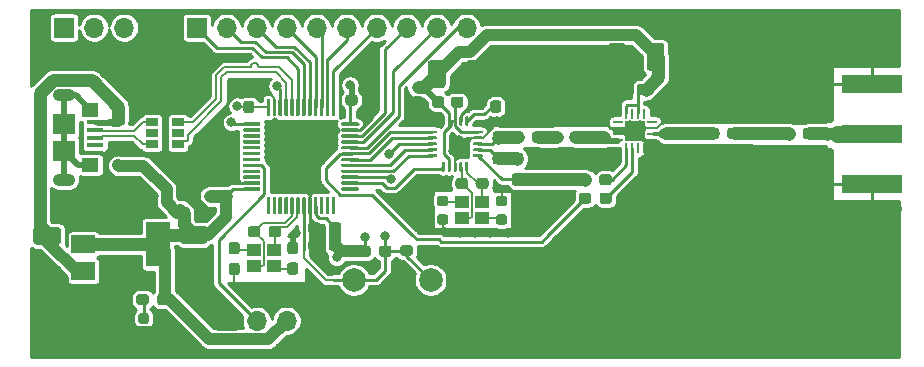
<source format=gbr>
%TF.GenerationSoftware,KiCad,Pcbnew,(5.1.6)-1*%
%TF.CreationDate,2020-07-31T11:50:05+07:00*%
%TF.ProjectId,stm32_nrf24,73746d33-325f-46e7-9266-32342e6b6963,rev?*%
%TF.SameCoordinates,Original*%
%TF.FileFunction,Copper,L1,Top*%
%TF.FilePolarity,Positive*%
%FSLAX46Y46*%
G04 Gerber Fmt 4.6, Leading zero omitted, Abs format (unit mm)*
G04 Created by KiCad (PCBNEW (5.1.6)-1) date 2020-07-31 11:50:05*
%MOMM*%
%LPD*%
G01*
G04 APERTURE LIST*
%TA.AperFunction,ComponentPad*%
%ADD10O,1.700000X1.700000*%
%TD*%
%TA.AperFunction,ComponentPad*%
%ADD11R,1.700000X1.700000*%
%TD*%
%TA.AperFunction,SMDPad,CuDef*%
%ADD12R,1.150000X1.000000*%
%TD*%
%TA.AperFunction,SMDPad,CuDef*%
%ADD13R,0.270000X0.810000*%
%TD*%
%TA.AperFunction,SMDPad,CuDef*%
%ADD14R,0.810000X0.270000*%
%TD*%
%TA.AperFunction,SMDPad,CuDef*%
%ADD15R,1.700000X1.700000*%
%TD*%
%TA.AperFunction,SMDPad,CuDef*%
%ADD16R,2.000000X1.500000*%
%TD*%
%TA.AperFunction,SMDPad,CuDef*%
%ADD17R,2.000000X3.800000*%
%TD*%
%TA.AperFunction,SMDPad,CuDef*%
%ADD18R,1.060000X0.650000*%
%TD*%
%TA.AperFunction,ComponentPad*%
%ADD19C,2.000000*%
%TD*%
%TA.AperFunction,SMDPad,CuDef*%
%ADD20R,5.080000X1.500000*%
%TD*%
%TA.AperFunction,SMDPad,CuDef*%
%ADD21R,1.450000X1.150000*%
%TD*%
%TA.AperFunction,ComponentPad*%
%ADD22O,1.900000X1.050000*%
%TD*%
%TA.AperFunction,SMDPad,CuDef*%
%ADD23R,1.900000X1.750000*%
%TD*%
%TA.AperFunction,SMDPad,CuDef*%
%ADD24R,1.400000X0.400000*%
%TD*%
%TA.AperFunction,ViaPad*%
%ADD25C,0.800000*%
%TD*%
%TA.AperFunction,Conductor*%
%ADD26C,0.470000*%
%TD*%
%TA.AperFunction,Conductor*%
%ADD27C,0.690000*%
%TD*%
%TA.AperFunction,Conductor*%
%ADD28C,0.750000*%
%TD*%
%TA.AperFunction,Conductor*%
%ADD29C,1.100000*%
%TD*%
%TA.AperFunction,Conductor*%
%ADD30C,0.250000*%
%TD*%
%TA.AperFunction,Conductor*%
%ADD31C,0.200000*%
%TD*%
%TA.AperFunction,Conductor*%
%ADD32C,1.000000*%
%TD*%
%TA.AperFunction,Conductor*%
%ADD33C,0.152400*%
%TD*%
%TA.AperFunction,Conductor*%
%ADD34C,0.500000*%
%TD*%
%TA.AperFunction,Conductor*%
%ADD35C,1.400000*%
%TD*%
%TA.AperFunction,Conductor*%
%ADD36C,0.254000*%
%TD*%
G04 APERTURE END LIST*
%TO.P,C22,2*%
%TO.N,GND*%
%TA.AperFunction,SMDPad,CuDef*%
G36*
G01*
X113777050Y-113989600D02*
X114289550Y-113989600D01*
G75*
G02*
X114508300Y-114208350I0J-218750D01*
G01*
X114508300Y-114645850D01*
G75*
G02*
X114289550Y-114864600I-218750J0D01*
G01*
X113777050Y-114864600D01*
G75*
G02*
X113558300Y-114645850I0J218750D01*
G01*
X113558300Y-114208350D01*
G75*
G02*
X113777050Y-113989600I218750J0D01*
G01*
G37*
%TD.AperFunction*%
%TO.P,C22,1*%
%TO.N,Net-(C22-Pad1)*%
%TA.AperFunction,SMDPad,CuDef*%
G36*
G01*
X113777050Y-112414600D02*
X114289550Y-112414600D01*
G75*
G02*
X114508300Y-112633350I0J-218750D01*
G01*
X114508300Y-113070850D01*
G75*
G02*
X114289550Y-113289600I-218750J0D01*
G01*
X113777050Y-113289600D01*
G75*
G02*
X113558300Y-113070850I0J218750D01*
G01*
X113558300Y-112633350D01*
G75*
G02*
X113777050Y-112414600I218750J0D01*
G01*
G37*
%TD.AperFunction*%
%TD*%
%TO.P,C20,2*%
%TO.N,GND*%
%TA.AperFunction,SMDPad,CuDef*%
G36*
G01*
X119280650Y-113302300D02*
X118768150Y-113302300D01*
G75*
G02*
X118549400Y-113083550I0J218750D01*
G01*
X118549400Y-112646050D01*
G75*
G02*
X118768150Y-112427300I218750J0D01*
G01*
X119280650Y-112427300D01*
G75*
G02*
X119499400Y-112646050I0J-218750D01*
G01*
X119499400Y-113083550D01*
G75*
G02*
X119280650Y-113302300I-218750J0D01*
G01*
G37*
%TD.AperFunction*%
%TO.P,C20,1*%
%TO.N,Net-(C20-Pad1)*%
%TA.AperFunction,SMDPad,CuDef*%
G36*
G01*
X119280650Y-114877300D02*
X118768150Y-114877300D01*
G75*
G02*
X118549400Y-114658550I0J218750D01*
G01*
X118549400Y-114221050D01*
G75*
G02*
X118768150Y-114002300I218750J0D01*
G01*
X119280650Y-114002300D01*
G75*
G02*
X119499400Y-114221050I0J-218750D01*
G01*
X119499400Y-114658550D01*
G75*
G02*
X119280650Y-114877300I-218750J0D01*
G01*
G37*
%TD.AperFunction*%
%TD*%
%TO.P,C24,2*%
%TO.N,GND*%
%TA.AperFunction,SMDPad,CuDef*%
G36*
G01*
X133623040Y-108330480D02*
X134098040Y-108330480D01*
G75*
G02*
X134335540Y-108567980I0J-237500D01*
G01*
X134335540Y-109142980D01*
G75*
G02*
X134098040Y-109380480I-237500J0D01*
G01*
X133623040Y-109380480D01*
G75*
G02*
X133385540Y-109142980I0J237500D01*
G01*
X133385540Y-108567980D01*
G75*
G02*
X133623040Y-108330480I237500J0D01*
G01*
G37*
%TD.AperFunction*%
%TO.P,C24,1*%
%TO.N,Net-(C18-Pad1)*%
%TA.AperFunction,SMDPad,CuDef*%
G36*
G01*
X133623040Y-106580480D02*
X134098040Y-106580480D01*
G75*
G02*
X134335540Y-106817980I0J-237500D01*
G01*
X134335540Y-107392980D01*
G75*
G02*
X134098040Y-107630480I-237500J0D01*
G01*
X133623040Y-107630480D01*
G75*
G02*
X133385540Y-107392980I0J237500D01*
G01*
X133385540Y-106817980D01*
G75*
G02*
X133623040Y-106580480I237500J0D01*
G01*
G37*
%TD.AperFunction*%
%TD*%
D10*
%TO.P,J5,4*%
%TO.N,GND*%
X89610000Y-98180000D03*
%TO.P,J5,3*%
%TO.N,SWDIO*%
X87070000Y-98180000D03*
%TO.P,J5,2*%
%TO.N,SWCLK*%
X84530000Y-98180000D03*
D11*
%TO.P,J5,1*%
%TO.N,+3V3*%
X81990000Y-98180000D03*
%TD*%
D10*
%TO.P,J4,10*%
%TO.N,P10*%
X116070000Y-98190000D03*
%TO.P,J4,9*%
%TO.N,P9*%
X113530000Y-98190000D03*
%TO.P,J4,8*%
%TO.N,P8*%
X110990000Y-98190000D03*
%TO.P,J4,7*%
%TO.N,P7*%
X108450000Y-98190000D03*
%TO.P,J4,6*%
%TO.N,P6*%
X105910000Y-98190000D03*
%TO.P,J4,5*%
%TO.N,P5*%
X103370000Y-98190000D03*
%TO.P,J4,4*%
%TO.N,P4*%
X100830000Y-98190000D03*
%TO.P,J4,3*%
%TO.N,P3*%
X98290000Y-98190000D03*
%TO.P,J4,2*%
%TO.N,P2*%
X95750000Y-98190000D03*
D11*
%TO.P,J4,1*%
%TO.N,P1*%
X93210000Y-98190000D03*
%TD*%
%TO.P,U5,20*%
%TO.N,GND*%
%TA.AperFunction,SMDPad,CuDef*%
G36*
G01*
X113965000Y-106432500D02*
X113965000Y-105732500D01*
G75*
G02*
X114027500Y-105670000I62500J0D01*
G01*
X114152500Y-105670000D01*
G75*
G02*
X114215000Y-105732500I0J-62500D01*
G01*
X114215000Y-106432500D01*
G75*
G02*
X114152500Y-106495000I-62500J0D01*
G01*
X114027500Y-106495000D01*
G75*
G02*
X113965000Y-106432500I0J62500D01*
G01*
G37*
%TD.AperFunction*%
%TO.P,U5,19*%
%TO.N,+3V3*%
%TA.AperFunction,SMDPad,CuDef*%
G36*
G01*
X114465000Y-106432500D02*
X114465000Y-105732500D01*
G75*
G02*
X114527500Y-105670000I62500J0D01*
G01*
X114652500Y-105670000D01*
G75*
G02*
X114715000Y-105732500I0J-62500D01*
G01*
X114715000Y-106432500D01*
G75*
G02*
X114652500Y-106495000I-62500J0D01*
G01*
X114527500Y-106495000D01*
G75*
G02*
X114465000Y-106432500I0J62500D01*
G01*
G37*
%TD.AperFunction*%
%TO.P,U5,18*%
%TA.AperFunction,SMDPad,CuDef*%
G36*
G01*
X114965000Y-106432500D02*
X114965000Y-105732500D01*
G75*
G02*
X115027500Y-105670000I62500J0D01*
G01*
X115152500Y-105670000D01*
G75*
G02*
X115215000Y-105732500I0J-62500D01*
G01*
X115215000Y-106432500D01*
G75*
G02*
X115152500Y-106495000I-62500J0D01*
G01*
X115027500Y-106495000D01*
G75*
G02*
X114965000Y-106432500I0J62500D01*
G01*
G37*
%TD.AperFunction*%
%TO.P,U5,17*%
%TO.N,GND*%
%TA.AperFunction,SMDPad,CuDef*%
G36*
G01*
X115465000Y-106432500D02*
X115465000Y-105732500D01*
G75*
G02*
X115527500Y-105670000I62500J0D01*
G01*
X115652500Y-105670000D01*
G75*
G02*
X115715000Y-105732500I0J-62500D01*
G01*
X115715000Y-106432500D01*
G75*
G02*
X115652500Y-106495000I-62500J0D01*
G01*
X115527500Y-106495000D01*
G75*
G02*
X115465000Y-106432500I0J62500D01*
G01*
G37*
%TD.AperFunction*%
%TO.P,U5,16*%
%TO.N,Net-(R6-Pad1)*%
%TA.AperFunction,SMDPad,CuDef*%
G36*
G01*
X115965000Y-106432500D02*
X115965000Y-105732500D01*
G75*
G02*
X116027500Y-105670000I62500J0D01*
G01*
X116152500Y-105670000D01*
G75*
G02*
X116215000Y-105732500I0J-62500D01*
G01*
X116215000Y-106432500D01*
G75*
G02*
X116152500Y-106495000I-62500J0D01*
G01*
X116027500Y-106495000D01*
G75*
G02*
X115965000Y-106432500I0J62500D01*
G01*
G37*
%TD.AperFunction*%
%TO.P,U5,15*%
%TO.N,+3V3*%
%TA.AperFunction,SMDPad,CuDef*%
G36*
G01*
X116615000Y-107082500D02*
X116615000Y-106957500D01*
G75*
G02*
X116677500Y-106895000I62500J0D01*
G01*
X117377500Y-106895000D01*
G75*
G02*
X117440000Y-106957500I0J-62500D01*
G01*
X117440000Y-107082500D01*
G75*
G02*
X117377500Y-107145000I-62500J0D01*
G01*
X116677500Y-107145000D01*
G75*
G02*
X116615000Y-107082500I0J62500D01*
G01*
G37*
%TD.AperFunction*%
%TO.P,U5,14*%
%TO.N,GND*%
%TA.AperFunction,SMDPad,CuDef*%
G36*
G01*
X116615000Y-107582500D02*
X116615000Y-107457500D01*
G75*
G02*
X116677500Y-107395000I62500J0D01*
G01*
X117377500Y-107395000D01*
G75*
G02*
X117440000Y-107457500I0J-62500D01*
G01*
X117440000Y-107582500D01*
G75*
G02*
X117377500Y-107645000I-62500J0D01*
G01*
X116677500Y-107645000D01*
G75*
G02*
X116615000Y-107582500I0J62500D01*
G01*
G37*
%TD.AperFunction*%
%TO.P,U5,13*%
%TO.N,Net-(3.9nH1-Pad1)*%
%TA.AperFunction,SMDPad,CuDef*%
G36*
G01*
X116615000Y-108082500D02*
X116615000Y-107957500D01*
G75*
G02*
X116677500Y-107895000I62500J0D01*
G01*
X117377500Y-107895000D01*
G75*
G02*
X117440000Y-107957500I0J-62500D01*
G01*
X117440000Y-108082500D01*
G75*
G02*
X117377500Y-108145000I-62500J0D01*
G01*
X116677500Y-108145000D01*
G75*
G02*
X116615000Y-108082500I0J62500D01*
G01*
G37*
%TD.AperFunction*%
%TO.P,U5,12*%
%TO.N,Net-(2.7nH1-Pad1)*%
%TA.AperFunction,SMDPad,CuDef*%
G36*
G01*
X116615000Y-108582500D02*
X116615000Y-108457500D01*
G75*
G02*
X116677500Y-108395000I62500J0D01*
G01*
X117377500Y-108395000D01*
G75*
G02*
X117440000Y-108457500I0J-62500D01*
G01*
X117440000Y-108582500D01*
G75*
G02*
X117377500Y-108645000I-62500J0D01*
G01*
X116677500Y-108645000D01*
G75*
G02*
X116615000Y-108582500I0J62500D01*
G01*
G37*
%TD.AperFunction*%
%TO.P,U5,11*%
%TO.N,TXEN*%
%TA.AperFunction,SMDPad,CuDef*%
G36*
G01*
X116615000Y-109082500D02*
X116615000Y-108957500D01*
G75*
G02*
X116677500Y-108895000I62500J0D01*
G01*
X117377500Y-108895000D01*
G75*
G02*
X117440000Y-108957500I0J-62500D01*
G01*
X117440000Y-109082500D01*
G75*
G02*
X117377500Y-109145000I-62500J0D01*
G01*
X116677500Y-109145000D01*
G75*
G02*
X116615000Y-109082500I0J62500D01*
G01*
G37*
%TD.AperFunction*%
%TO.P,U5,10*%
%TO.N,Net-(R7-Pad1)*%
%TA.AperFunction,SMDPad,CuDef*%
G36*
G01*
X115965000Y-110307500D02*
X115965000Y-109607500D01*
G75*
G02*
X116027500Y-109545000I62500J0D01*
G01*
X116152500Y-109545000D01*
G75*
G02*
X116215000Y-109607500I0J-62500D01*
G01*
X116215000Y-110307500D01*
G75*
G02*
X116152500Y-110370000I-62500J0D01*
G01*
X116027500Y-110370000D01*
G75*
G02*
X115965000Y-110307500I0J62500D01*
G01*
G37*
%TD.AperFunction*%
%TO.P,U5,9*%
%TO.N,Net-(R7-Pad2)*%
%TA.AperFunction,SMDPad,CuDef*%
G36*
G01*
X115465000Y-110307500D02*
X115465000Y-109607500D01*
G75*
G02*
X115527500Y-109545000I62500J0D01*
G01*
X115652500Y-109545000D01*
G75*
G02*
X115715000Y-109607500I0J-62500D01*
G01*
X115715000Y-110307500D01*
G75*
G02*
X115652500Y-110370000I-62500J0D01*
G01*
X115527500Y-110370000D01*
G75*
G02*
X115465000Y-110307500I0J62500D01*
G01*
G37*
%TD.AperFunction*%
%TO.P,U5,8*%
%TO.N,GND*%
%TA.AperFunction,SMDPad,CuDef*%
G36*
G01*
X114965000Y-110307500D02*
X114965000Y-109607500D01*
G75*
G02*
X115027500Y-109545000I62500J0D01*
G01*
X115152500Y-109545000D01*
G75*
G02*
X115215000Y-109607500I0J-62500D01*
G01*
X115215000Y-110307500D01*
G75*
G02*
X115152500Y-110370000I-62500J0D01*
G01*
X115027500Y-110370000D01*
G75*
G02*
X114965000Y-110307500I0J62500D01*
G01*
G37*
%TD.AperFunction*%
%TO.P,U5,7*%
%TO.N,+3V3*%
%TA.AperFunction,SMDPad,CuDef*%
G36*
G01*
X114465000Y-110307500D02*
X114465000Y-109607500D01*
G75*
G02*
X114527500Y-109545000I62500J0D01*
G01*
X114652500Y-109545000D01*
G75*
G02*
X114715000Y-109607500I0J-62500D01*
G01*
X114715000Y-110307500D01*
G75*
G02*
X114652500Y-110370000I-62500J0D01*
G01*
X114527500Y-110370000D01*
G75*
G02*
X114465000Y-110307500I0J62500D01*
G01*
G37*
%TD.AperFunction*%
%TO.P,U5,6*%
%TO.N,IRQ*%
%TA.AperFunction,SMDPad,CuDef*%
G36*
G01*
X113965000Y-110307500D02*
X113965000Y-109607500D01*
G75*
G02*
X114027500Y-109545000I62500J0D01*
G01*
X114152500Y-109545000D01*
G75*
G02*
X114215000Y-109607500I0J-62500D01*
G01*
X114215000Y-110307500D01*
G75*
G02*
X114152500Y-110370000I-62500J0D01*
G01*
X114027500Y-110370000D01*
G75*
G02*
X113965000Y-110307500I0J62500D01*
G01*
G37*
%TD.AperFunction*%
%TO.P,U5,5*%
%TO.N,MISO*%
%TA.AperFunction,SMDPad,CuDef*%
G36*
G01*
X112740000Y-109082500D02*
X112740000Y-108957500D01*
G75*
G02*
X112802500Y-108895000I62500J0D01*
G01*
X113502500Y-108895000D01*
G75*
G02*
X113565000Y-108957500I0J-62500D01*
G01*
X113565000Y-109082500D01*
G75*
G02*
X113502500Y-109145000I-62500J0D01*
G01*
X112802500Y-109145000D01*
G75*
G02*
X112740000Y-109082500I0J62500D01*
G01*
G37*
%TD.AperFunction*%
%TO.P,U5,4*%
%TO.N,MOSI*%
%TA.AperFunction,SMDPad,CuDef*%
G36*
G01*
X112740000Y-108582500D02*
X112740000Y-108457500D01*
G75*
G02*
X112802500Y-108395000I62500J0D01*
G01*
X113502500Y-108395000D01*
G75*
G02*
X113565000Y-108457500I0J-62500D01*
G01*
X113565000Y-108582500D01*
G75*
G02*
X113502500Y-108645000I-62500J0D01*
G01*
X112802500Y-108645000D01*
G75*
G02*
X112740000Y-108582500I0J62500D01*
G01*
G37*
%TD.AperFunction*%
%TO.P,U5,3*%
%TO.N,SCK*%
%TA.AperFunction,SMDPad,CuDef*%
G36*
G01*
X112740000Y-108082500D02*
X112740000Y-107957500D01*
G75*
G02*
X112802500Y-107895000I62500J0D01*
G01*
X113502500Y-107895000D01*
G75*
G02*
X113565000Y-107957500I0J-62500D01*
G01*
X113565000Y-108082500D01*
G75*
G02*
X113502500Y-108145000I-62500J0D01*
G01*
X112802500Y-108145000D01*
G75*
G02*
X112740000Y-108082500I0J62500D01*
G01*
G37*
%TD.AperFunction*%
%TO.P,U5,2*%
%TO.N,CSN*%
%TA.AperFunction,SMDPad,CuDef*%
G36*
G01*
X112740000Y-107582500D02*
X112740000Y-107457500D01*
G75*
G02*
X112802500Y-107395000I62500J0D01*
G01*
X113502500Y-107395000D01*
G75*
G02*
X113565000Y-107457500I0J-62500D01*
G01*
X113565000Y-107582500D01*
G75*
G02*
X113502500Y-107645000I-62500J0D01*
G01*
X112802500Y-107645000D01*
G75*
G02*
X112740000Y-107582500I0J62500D01*
G01*
G37*
%TD.AperFunction*%
%TO.P,U5,1*%
%TO.N,CE*%
%TA.AperFunction,SMDPad,CuDef*%
G36*
G01*
X112740000Y-107082500D02*
X112740000Y-106957500D01*
G75*
G02*
X112802500Y-106895000I62500J0D01*
G01*
X113502500Y-106895000D01*
G75*
G02*
X113565000Y-106957500I0J-62500D01*
G01*
X113565000Y-107082500D01*
G75*
G02*
X113502500Y-107145000I-62500J0D01*
G01*
X112802500Y-107145000D01*
G75*
G02*
X112740000Y-107082500I0J62500D01*
G01*
G37*
%TD.AperFunction*%
%TD*%
D12*
%TO.P,Y2,4*%
%TO.N,Net-(C20-Pad1)*%
X117389100Y-114323100D03*
%TO.P,Y2,3*%
%TO.N,Net-(R7-Pad2)*%
X115639100Y-114323100D03*
%TO.P,Y2,2*%
%TO.N,Net-(C22-Pad1)*%
X115639100Y-112923100D03*
%TO.P,Y2,1*%
%TO.N,Net-(R7-Pad1)*%
X117389100Y-112923100D03*
%TD*%
%TO.P,Y1,4*%
%TO.N,Net-(C1-Pad1)*%
X98045000Y-116990000D03*
%TO.P,Y1,3*%
%TO.N,Net-(R1-Pad1)*%
X99795000Y-116990000D03*
%TO.P,Y1,2*%
%TO.N,Net-(C2-Pad1)*%
X99795000Y-118390000D03*
%TO.P,Y1,1*%
%TO.N,Net-(R1-Pad2)*%
X98045000Y-118390000D03*
%TD*%
D13*
%TO.P,U4,5*%
%TO.N,Net-(R5-Pad1)*%
X129580000Y-108375000D03*
%TO.P,U4,6*%
%TO.N,Net-(R4-Pad1)*%
X130080000Y-108375000D03*
%TO.P,U4,7*%
%TO.N,N/C*%
X130580000Y-108375000D03*
%TO.P,U4,8*%
%TO.N,GND*%
X131080000Y-108375000D03*
%TO.P,U4,13*%
%TO.N,N/C*%
X131080000Y-105485000D03*
%TO.P,U4,14*%
%TO.N,+3V3*%
X130580000Y-105485000D03*
%TO.P,U4,15*%
%TO.N,N/C*%
X130080000Y-105485000D03*
%TO.P,U4,16*%
%TO.N,+3V3*%
X129580000Y-105485000D03*
D14*
%TO.P,U4,1*%
%TO.N,N/C*%
X128885000Y-106180000D03*
%TO.P,U4,2*%
%TO.N,GND*%
X128885000Y-106680000D03*
%TO.P,U4,3*%
X128885000Y-107180000D03*
%TO.P,U4,4*%
%TO.N,RF_out*%
X128885000Y-107680000D03*
%TO.P,U4,9*%
%TO.N,GND*%
X131775000Y-107680000D03*
%TO.P,U4,10*%
%TO.N,Net-(C18-Pad1)*%
X131775000Y-107180000D03*
%TO.P,U4,11*%
%TO.N,GND*%
X131775000Y-106680000D03*
%TO.P,U4,12*%
%TO.N,N/C*%
X131775000Y-106180000D03*
D15*
%TO.P,U4,17*%
%TO.N,GND*%
X130330000Y-106930000D03*
%TD*%
%TO.P,U3,48*%
%TO.N,+3V3*%
%TA.AperFunction,SMDPad,CuDef*%
G36*
G01*
X98540000Y-112000000D02*
X97215000Y-112000000D01*
G75*
G02*
X97140000Y-111925000I0J75000D01*
G01*
X97140000Y-111775000D01*
G75*
G02*
X97215000Y-111700000I75000J0D01*
G01*
X98540000Y-111700000D01*
G75*
G02*
X98615000Y-111775000I0J-75000D01*
G01*
X98615000Y-111925000D01*
G75*
G02*
X98540000Y-112000000I-75000J0D01*
G01*
G37*
%TD.AperFunction*%
%TO.P,U3,47*%
%TO.N,GND*%
%TA.AperFunction,SMDPad,CuDef*%
G36*
G01*
X98540000Y-111500000D02*
X97215000Y-111500000D01*
G75*
G02*
X97140000Y-111425000I0J75000D01*
G01*
X97140000Y-111275000D01*
G75*
G02*
X97215000Y-111200000I75000J0D01*
G01*
X98540000Y-111200000D01*
G75*
G02*
X98615000Y-111275000I0J-75000D01*
G01*
X98615000Y-111425000D01*
G75*
G02*
X98540000Y-111500000I-75000J0D01*
G01*
G37*
%TD.AperFunction*%
%TO.P,U3,46*%
%TO.N,Net-(U3-Pad46)*%
%TA.AperFunction,SMDPad,CuDef*%
G36*
G01*
X98540000Y-111000000D02*
X97215000Y-111000000D01*
G75*
G02*
X97140000Y-110925000I0J75000D01*
G01*
X97140000Y-110775000D01*
G75*
G02*
X97215000Y-110700000I75000J0D01*
G01*
X98540000Y-110700000D01*
G75*
G02*
X98615000Y-110775000I0J-75000D01*
G01*
X98615000Y-110925000D01*
G75*
G02*
X98540000Y-111000000I-75000J0D01*
G01*
G37*
%TD.AperFunction*%
%TO.P,U3,45*%
%TO.N,Net-(U3-Pad45)*%
%TA.AperFunction,SMDPad,CuDef*%
G36*
G01*
X98540000Y-110500000D02*
X97215000Y-110500000D01*
G75*
G02*
X97140000Y-110425000I0J75000D01*
G01*
X97140000Y-110275000D01*
G75*
G02*
X97215000Y-110200000I75000J0D01*
G01*
X98540000Y-110200000D01*
G75*
G02*
X98615000Y-110275000I0J-75000D01*
G01*
X98615000Y-110425000D01*
G75*
G02*
X98540000Y-110500000I-75000J0D01*
G01*
G37*
%TD.AperFunction*%
%TO.P,U3,44*%
%TO.N,BOOT0*%
%TA.AperFunction,SMDPad,CuDef*%
G36*
G01*
X98540000Y-110000000D02*
X97215000Y-110000000D01*
G75*
G02*
X97140000Y-109925000I0J75000D01*
G01*
X97140000Y-109775000D01*
G75*
G02*
X97215000Y-109700000I75000J0D01*
G01*
X98540000Y-109700000D01*
G75*
G02*
X98615000Y-109775000I0J-75000D01*
G01*
X98615000Y-109925000D01*
G75*
G02*
X98540000Y-110000000I-75000J0D01*
G01*
G37*
%TD.AperFunction*%
%TO.P,U3,43*%
%TO.N,Net-(U3-Pad43)*%
%TA.AperFunction,SMDPad,CuDef*%
G36*
G01*
X98540000Y-109500000D02*
X97215000Y-109500000D01*
G75*
G02*
X97140000Y-109425000I0J75000D01*
G01*
X97140000Y-109275000D01*
G75*
G02*
X97215000Y-109200000I75000J0D01*
G01*
X98540000Y-109200000D01*
G75*
G02*
X98615000Y-109275000I0J-75000D01*
G01*
X98615000Y-109425000D01*
G75*
G02*
X98540000Y-109500000I-75000J0D01*
G01*
G37*
%TD.AperFunction*%
%TO.P,U3,42*%
%TO.N,Net-(U3-Pad42)*%
%TA.AperFunction,SMDPad,CuDef*%
G36*
G01*
X98540000Y-109000000D02*
X97215000Y-109000000D01*
G75*
G02*
X97140000Y-108925000I0J75000D01*
G01*
X97140000Y-108775000D01*
G75*
G02*
X97215000Y-108700000I75000J0D01*
G01*
X98540000Y-108700000D01*
G75*
G02*
X98615000Y-108775000I0J-75000D01*
G01*
X98615000Y-108925000D01*
G75*
G02*
X98540000Y-109000000I-75000J0D01*
G01*
G37*
%TD.AperFunction*%
%TO.P,U3,41*%
%TO.N,Net-(U3-Pad41)*%
%TA.AperFunction,SMDPad,CuDef*%
G36*
G01*
X98540000Y-108500000D02*
X97215000Y-108500000D01*
G75*
G02*
X97140000Y-108425000I0J75000D01*
G01*
X97140000Y-108275000D01*
G75*
G02*
X97215000Y-108200000I75000J0D01*
G01*
X98540000Y-108200000D01*
G75*
G02*
X98615000Y-108275000I0J-75000D01*
G01*
X98615000Y-108425000D01*
G75*
G02*
X98540000Y-108500000I-75000J0D01*
G01*
G37*
%TD.AperFunction*%
%TO.P,U3,40*%
%TO.N,Net-(U3-Pad40)*%
%TA.AperFunction,SMDPad,CuDef*%
G36*
G01*
X98540000Y-108000000D02*
X97215000Y-108000000D01*
G75*
G02*
X97140000Y-107925000I0J75000D01*
G01*
X97140000Y-107775000D01*
G75*
G02*
X97215000Y-107700000I75000J0D01*
G01*
X98540000Y-107700000D01*
G75*
G02*
X98615000Y-107775000I0J-75000D01*
G01*
X98615000Y-107925000D01*
G75*
G02*
X98540000Y-108000000I-75000J0D01*
G01*
G37*
%TD.AperFunction*%
%TO.P,U3,39*%
%TO.N,Net-(U3-Pad39)*%
%TA.AperFunction,SMDPad,CuDef*%
G36*
G01*
X98540000Y-107500000D02*
X97215000Y-107500000D01*
G75*
G02*
X97140000Y-107425000I0J75000D01*
G01*
X97140000Y-107275000D01*
G75*
G02*
X97215000Y-107200000I75000J0D01*
G01*
X98540000Y-107200000D01*
G75*
G02*
X98615000Y-107275000I0J-75000D01*
G01*
X98615000Y-107425000D01*
G75*
G02*
X98540000Y-107500000I-75000J0D01*
G01*
G37*
%TD.AperFunction*%
%TO.P,U3,38*%
%TO.N,Net-(U3-Pad38)*%
%TA.AperFunction,SMDPad,CuDef*%
G36*
G01*
X98540000Y-107000000D02*
X97215000Y-107000000D01*
G75*
G02*
X97140000Y-106925000I0J75000D01*
G01*
X97140000Y-106775000D01*
G75*
G02*
X97215000Y-106700000I75000J0D01*
G01*
X98540000Y-106700000D01*
G75*
G02*
X98615000Y-106775000I0J-75000D01*
G01*
X98615000Y-106925000D01*
G75*
G02*
X98540000Y-107000000I-75000J0D01*
G01*
G37*
%TD.AperFunction*%
%TO.P,U3,37*%
%TO.N,SWCLK*%
%TA.AperFunction,SMDPad,CuDef*%
G36*
G01*
X98540000Y-106500000D02*
X97215000Y-106500000D01*
G75*
G02*
X97140000Y-106425000I0J75000D01*
G01*
X97140000Y-106275000D01*
G75*
G02*
X97215000Y-106200000I75000J0D01*
G01*
X98540000Y-106200000D01*
G75*
G02*
X98615000Y-106275000I0J-75000D01*
G01*
X98615000Y-106425000D01*
G75*
G02*
X98540000Y-106500000I-75000J0D01*
G01*
G37*
%TD.AperFunction*%
%TO.P,U3,36*%
%TO.N,+3V3*%
%TA.AperFunction,SMDPad,CuDef*%
G36*
G01*
X99365000Y-105675000D02*
X99215000Y-105675000D01*
G75*
G02*
X99140000Y-105600000I0J75000D01*
G01*
X99140000Y-104275000D01*
G75*
G02*
X99215000Y-104200000I75000J0D01*
G01*
X99365000Y-104200000D01*
G75*
G02*
X99440000Y-104275000I0J-75000D01*
G01*
X99440000Y-105600000D01*
G75*
G02*
X99365000Y-105675000I-75000J0D01*
G01*
G37*
%TD.AperFunction*%
%TO.P,U3,35*%
%TO.N,GND*%
%TA.AperFunction,SMDPad,CuDef*%
G36*
G01*
X99865000Y-105675000D02*
X99715000Y-105675000D01*
G75*
G02*
X99640000Y-105600000I0J75000D01*
G01*
X99640000Y-104275000D01*
G75*
G02*
X99715000Y-104200000I75000J0D01*
G01*
X99865000Y-104200000D01*
G75*
G02*
X99940000Y-104275000I0J-75000D01*
G01*
X99940000Y-105600000D01*
G75*
G02*
X99865000Y-105675000I-75000J0D01*
G01*
G37*
%TD.AperFunction*%
%TO.P,U3,34*%
%TO.N,SWDIO*%
%TA.AperFunction,SMDPad,CuDef*%
G36*
G01*
X100365000Y-105675000D02*
X100215000Y-105675000D01*
G75*
G02*
X100140000Y-105600000I0J75000D01*
G01*
X100140000Y-104275000D01*
G75*
G02*
X100215000Y-104200000I75000J0D01*
G01*
X100365000Y-104200000D01*
G75*
G02*
X100440000Y-104275000I0J-75000D01*
G01*
X100440000Y-105600000D01*
G75*
G02*
X100365000Y-105675000I-75000J0D01*
G01*
G37*
%TD.AperFunction*%
%TO.P,U3,33*%
%TO.N,USB_D+*%
%TA.AperFunction,SMDPad,CuDef*%
G36*
G01*
X100865000Y-105675000D02*
X100715000Y-105675000D01*
G75*
G02*
X100640000Y-105600000I0J75000D01*
G01*
X100640000Y-104275000D01*
G75*
G02*
X100715000Y-104200000I75000J0D01*
G01*
X100865000Y-104200000D01*
G75*
G02*
X100940000Y-104275000I0J-75000D01*
G01*
X100940000Y-105600000D01*
G75*
G02*
X100865000Y-105675000I-75000J0D01*
G01*
G37*
%TD.AperFunction*%
%TO.P,U3,32*%
%TO.N,USB_D-*%
%TA.AperFunction,SMDPad,CuDef*%
G36*
G01*
X101365000Y-105675000D02*
X101215000Y-105675000D01*
G75*
G02*
X101140000Y-105600000I0J75000D01*
G01*
X101140000Y-104275000D01*
G75*
G02*
X101215000Y-104200000I75000J0D01*
G01*
X101365000Y-104200000D01*
G75*
G02*
X101440000Y-104275000I0J-75000D01*
G01*
X101440000Y-105600000D01*
G75*
G02*
X101365000Y-105675000I-75000J0D01*
G01*
G37*
%TD.AperFunction*%
%TO.P,U3,31*%
%TO.N,P1*%
%TA.AperFunction,SMDPad,CuDef*%
G36*
G01*
X101865000Y-105675000D02*
X101715000Y-105675000D01*
G75*
G02*
X101640000Y-105600000I0J75000D01*
G01*
X101640000Y-104275000D01*
G75*
G02*
X101715000Y-104200000I75000J0D01*
G01*
X101865000Y-104200000D01*
G75*
G02*
X101940000Y-104275000I0J-75000D01*
G01*
X101940000Y-105600000D01*
G75*
G02*
X101865000Y-105675000I-75000J0D01*
G01*
G37*
%TD.AperFunction*%
%TO.P,U3,30*%
%TO.N,P2*%
%TA.AperFunction,SMDPad,CuDef*%
G36*
G01*
X102365000Y-105675000D02*
X102215000Y-105675000D01*
G75*
G02*
X102140000Y-105600000I0J75000D01*
G01*
X102140000Y-104275000D01*
G75*
G02*
X102215000Y-104200000I75000J0D01*
G01*
X102365000Y-104200000D01*
G75*
G02*
X102440000Y-104275000I0J-75000D01*
G01*
X102440000Y-105600000D01*
G75*
G02*
X102365000Y-105675000I-75000J0D01*
G01*
G37*
%TD.AperFunction*%
%TO.P,U3,29*%
%TO.N,P3*%
%TA.AperFunction,SMDPad,CuDef*%
G36*
G01*
X102865000Y-105675000D02*
X102715000Y-105675000D01*
G75*
G02*
X102640000Y-105600000I0J75000D01*
G01*
X102640000Y-104275000D01*
G75*
G02*
X102715000Y-104200000I75000J0D01*
G01*
X102865000Y-104200000D01*
G75*
G02*
X102940000Y-104275000I0J-75000D01*
G01*
X102940000Y-105600000D01*
G75*
G02*
X102865000Y-105675000I-75000J0D01*
G01*
G37*
%TD.AperFunction*%
%TO.P,U3,28*%
%TO.N,P4*%
%TA.AperFunction,SMDPad,CuDef*%
G36*
G01*
X103365000Y-105675000D02*
X103215000Y-105675000D01*
G75*
G02*
X103140000Y-105600000I0J75000D01*
G01*
X103140000Y-104275000D01*
G75*
G02*
X103215000Y-104200000I75000J0D01*
G01*
X103365000Y-104200000D01*
G75*
G02*
X103440000Y-104275000I0J-75000D01*
G01*
X103440000Y-105600000D01*
G75*
G02*
X103365000Y-105675000I-75000J0D01*
G01*
G37*
%TD.AperFunction*%
%TO.P,U3,27*%
%TO.N,P5*%
%TA.AperFunction,SMDPad,CuDef*%
G36*
G01*
X103865000Y-105675000D02*
X103715000Y-105675000D01*
G75*
G02*
X103640000Y-105600000I0J75000D01*
G01*
X103640000Y-104275000D01*
G75*
G02*
X103715000Y-104200000I75000J0D01*
G01*
X103865000Y-104200000D01*
G75*
G02*
X103940000Y-104275000I0J-75000D01*
G01*
X103940000Y-105600000D01*
G75*
G02*
X103865000Y-105675000I-75000J0D01*
G01*
G37*
%TD.AperFunction*%
%TO.P,U3,26*%
%TO.N,P6*%
%TA.AperFunction,SMDPad,CuDef*%
G36*
G01*
X104365000Y-105675000D02*
X104215000Y-105675000D01*
G75*
G02*
X104140000Y-105600000I0J75000D01*
G01*
X104140000Y-104275000D01*
G75*
G02*
X104215000Y-104200000I75000J0D01*
G01*
X104365000Y-104200000D01*
G75*
G02*
X104440000Y-104275000I0J-75000D01*
G01*
X104440000Y-105600000D01*
G75*
G02*
X104365000Y-105675000I-75000J0D01*
G01*
G37*
%TD.AperFunction*%
%TO.P,U3,25*%
%TO.N,P7*%
%TA.AperFunction,SMDPad,CuDef*%
G36*
G01*
X104865000Y-105675000D02*
X104715000Y-105675000D01*
G75*
G02*
X104640000Y-105600000I0J75000D01*
G01*
X104640000Y-104275000D01*
G75*
G02*
X104715000Y-104200000I75000J0D01*
G01*
X104865000Y-104200000D01*
G75*
G02*
X104940000Y-104275000I0J-75000D01*
G01*
X104940000Y-105600000D01*
G75*
G02*
X104865000Y-105675000I-75000J0D01*
G01*
G37*
%TD.AperFunction*%
%TO.P,U3,24*%
%TO.N,+3V3*%
%TA.AperFunction,SMDPad,CuDef*%
G36*
G01*
X106865000Y-106500000D02*
X105540000Y-106500000D01*
G75*
G02*
X105465000Y-106425000I0J75000D01*
G01*
X105465000Y-106275000D01*
G75*
G02*
X105540000Y-106200000I75000J0D01*
G01*
X106865000Y-106200000D01*
G75*
G02*
X106940000Y-106275000I0J-75000D01*
G01*
X106940000Y-106425000D01*
G75*
G02*
X106865000Y-106500000I-75000J0D01*
G01*
G37*
%TD.AperFunction*%
%TO.P,U3,23*%
%TO.N,GND*%
%TA.AperFunction,SMDPad,CuDef*%
G36*
G01*
X106865000Y-107000000D02*
X105540000Y-107000000D01*
G75*
G02*
X105465000Y-106925000I0J75000D01*
G01*
X105465000Y-106775000D01*
G75*
G02*
X105540000Y-106700000I75000J0D01*
G01*
X106865000Y-106700000D01*
G75*
G02*
X106940000Y-106775000I0J-75000D01*
G01*
X106940000Y-106925000D01*
G75*
G02*
X106865000Y-107000000I-75000J0D01*
G01*
G37*
%TD.AperFunction*%
%TO.P,U3,22*%
%TO.N,P8*%
%TA.AperFunction,SMDPad,CuDef*%
G36*
G01*
X106865000Y-107500000D02*
X105540000Y-107500000D01*
G75*
G02*
X105465000Y-107425000I0J75000D01*
G01*
X105465000Y-107275000D01*
G75*
G02*
X105540000Y-107200000I75000J0D01*
G01*
X106865000Y-107200000D01*
G75*
G02*
X106940000Y-107275000I0J-75000D01*
G01*
X106940000Y-107425000D01*
G75*
G02*
X106865000Y-107500000I-75000J0D01*
G01*
G37*
%TD.AperFunction*%
%TO.P,U3,21*%
%TO.N,P9*%
%TA.AperFunction,SMDPad,CuDef*%
G36*
G01*
X106865000Y-108000000D02*
X105540000Y-108000000D01*
G75*
G02*
X105465000Y-107925000I0J75000D01*
G01*
X105465000Y-107775000D01*
G75*
G02*
X105540000Y-107700000I75000J0D01*
G01*
X106865000Y-107700000D01*
G75*
G02*
X106940000Y-107775000I0J-75000D01*
G01*
X106940000Y-107925000D01*
G75*
G02*
X106865000Y-108000000I-75000J0D01*
G01*
G37*
%TD.AperFunction*%
%TO.P,U3,20*%
%TO.N,P10*%
%TA.AperFunction,SMDPad,CuDef*%
G36*
G01*
X106865000Y-108500000D02*
X105540000Y-108500000D01*
G75*
G02*
X105465000Y-108425000I0J75000D01*
G01*
X105465000Y-108275000D01*
G75*
G02*
X105540000Y-108200000I75000J0D01*
G01*
X106865000Y-108200000D01*
G75*
G02*
X106940000Y-108275000I0J-75000D01*
G01*
X106940000Y-108425000D01*
G75*
G02*
X106865000Y-108500000I-75000J0D01*
G01*
G37*
%TD.AperFunction*%
%TO.P,U3,19*%
%TO.N,CE*%
%TA.AperFunction,SMDPad,CuDef*%
G36*
G01*
X106865000Y-109000000D02*
X105540000Y-109000000D01*
G75*
G02*
X105465000Y-108925000I0J75000D01*
G01*
X105465000Y-108775000D01*
G75*
G02*
X105540000Y-108700000I75000J0D01*
G01*
X106865000Y-108700000D01*
G75*
G02*
X106940000Y-108775000I0J-75000D01*
G01*
X106940000Y-108925000D01*
G75*
G02*
X106865000Y-109000000I-75000J0D01*
G01*
G37*
%TD.AperFunction*%
%TO.P,U3,18*%
%TO.N,CSN*%
%TA.AperFunction,SMDPad,CuDef*%
G36*
G01*
X106865000Y-109500000D02*
X105540000Y-109500000D01*
G75*
G02*
X105465000Y-109425000I0J75000D01*
G01*
X105465000Y-109275000D01*
G75*
G02*
X105540000Y-109200000I75000J0D01*
G01*
X106865000Y-109200000D01*
G75*
G02*
X106940000Y-109275000I0J-75000D01*
G01*
X106940000Y-109425000D01*
G75*
G02*
X106865000Y-109500000I-75000J0D01*
G01*
G37*
%TD.AperFunction*%
%TO.P,U3,17*%
%TO.N,MOSI*%
%TA.AperFunction,SMDPad,CuDef*%
G36*
G01*
X106865000Y-110000000D02*
X105540000Y-110000000D01*
G75*
G02*
X105465000Y-109925000I0J75000D01*
G01*
X105465000Y-109775000D01*
G75*
G02*
X105540000Y-109700000I75000J0D01*
G01*
X106865000Y-109700000D01*
G75*
G02*
X106940000Y-109775000I0J-75000D01*
G01*
X106940000Y-109925000D01*
G75*
G02*
X106865000Y-110000000I-75000J0D01*
G01*
G37*
%TD.AperFunction*%
%TO.P,U3,16*%
%TO.N,MISO*%
%TA.AperFunction,SMDPad,CuDef*%
G36*
G01*
X106865000Y-110500000D02*
X105540000Y-110500000D01*
G75*
G02*
X105465000Y-110425000I0J75000D01*
G01*
X105465000Y-110275000D01*
G75*
G02*
X105540000Y-110200000I75000J0D01*
G01*
X106865000Y-110200000D01*
G75*
G02*
X106940000Y-110275000I0J-75000D01*
G01*
X106940000Y-110425000D01*
G75*
G02*
X106865000Y-110500000I-75000J0D01*
G01*
G37*
%TD.AperFunction*%
%TO.P,U3,15*%
%TO.N,SCK*%
%TA.AperFunction,SMDPad,CuDef*%
G36*
G01*
X106865000Y-111000000D02*
X105540000Y-111000000D01*
G75*
G02*
X105465000Y-110925000I0J75000D01*
G01*
X105465000Y-110775000D01*
G75*
G02*
X105540000Y-110700000I75000J0D01*
G01*
X106865000Y-110700000D01*
G75*
G02*
X106940000Y-110775000I0J-75000D01*
G01*
X106940000Y-110925000D01*
G75*
G02*
X106865000Y-111000000I-75000J0D01*
G01*
G37*
%TD.AperFunction*%
%TO.P,U3,14*%
%TO.N,IRQ*%
%TA.AperFunction,SMDPad,CuDef*%
G36*
G01*
X106865000Y-111500000D02*
X105540000Y-111500000D01*
G75*
G02*
X105465000Y-111425000I0J75000D01*
G01*
X105465000Y-111275000D01*
G75*
G02*
X105540000Y-111200000I75000J0D01*
G01*
X106865000Y-111200000D01*
G75*
G02*
X106940000Y-111275000I0J-75000D01*
G01*
X106940000Y-111425000D01*
G75*
G02*
X106865000Y-111500000I-75000J0D01*
G01*
G37*
%TD.AperFunction*%
%TO.P,U3,13*%
%TO.N,Net-(U3-Pad13)*%
%TA.AperFunction,SMDPad,CuDef*%
G36*
G01*
X106865000Y-112000000D02*
X105540000Y-112000000D01*
G75*
G02*
X105465000Y-111925000I0J75000D01*
G01*
X105465000Y-111775000D01*
G75*
G02*
X105540000Y-111700000I75000J0D01*
G01*
X106865000Y-111700000D01*
G75*
G02*
X106940000Y-111775000I0J-75000D01*
G01*
X106940000Y-111925000D01*
G75*
G02*
X106865000Y-112000000I-75000J0D01*
G01*
G37*
%TD.AperFunction*%
%TO.P,U3,12*%
%TO.N,Net-(U3-Pad12)*%
%TA.AperFunction,SMDPad,CuDef*%
G36*
G01*
X104865000Y-114000000D02*
X104715000Y-114000000D01*
G75*
G02*
X104640000Y-113925000I0J75000D01*
G01*
X104640000Y-112600000D01*
G75*
G02*
X104715000Y-112525000I75000J0D01*
G01*
X104865000Y-112525000D01*
G75*
G02*
X104940000Y-112600000I0J-75000D01*
G01*
X104940000Y-113925000D01*
G75*
G02*
X104865000Y-114000000I-75000J0D01*
G01*
G37*
%TD.AperFunction*%
%TO.P,U3,11*%
%TO.N,Net-(U3-Pad11)*%
%TA.AperFunction,SMDPad,CuDef*%
G36*
G01*
X104365000Y-114000000D02*
X104215000Y-114000000D01*
G75*
G02*
X104140000Y-113925000I0J75000D01*
G01*
X104140000Y-112600000D01*
G75*
G02*
X104215000Y-112525000I75000J0D01*
G01*
X104365000Y-112525000D01*
G75*
G02*
X104440000Y-112600000I0J-75000D01*
G01*
X104440000Y-113925000D01*
G75*
G02*
X104365000Y-114000000I-75000J0D01*
G01*
G37*
%TD.AperFunction*%
%TO.P,U3,10*%
%TO.N,Net-(U3-Pad10)*%
%TA.AperFunction,SMDPad,CuDef*%
G36*
G01*
X103865000Y-114000000D02*
X103715000Y-114000000D01*
G75*
G02*
X103640000Y-113925000I0J75000D01*
G01*
X103640000Y-112600000D01*
G75*
G02*
X103715000Y-112525000I75000J0D01*
G01*
X103865000Y-112525000D01*
G75*
G02*
X103940000Y-112600000I0J-75000D01*
G01*
X103940000Y-113925000D01*
G75*
G02*
X103865000Y-114000000I-75000J0D01*
G01*
G37*
%TD.AperFunction*%
%TO.P,U3,9*%
%TO.N,+3V3*%
%TA.AperFunction,SMDPad,CuDef*%
G36*
G01*
X103365000Y-114000000D02*
X103215000Y-114000000D01*
G75*
G02*
X103140000Y-113925000I0J75000D01*
G01*
X103140000Y-112600000D01*
G75*
G02*
X103215000Y-112525000I75000J0D01*
G01*
X103365000Y-112525000D01*
G75*
G02*
X103440000Y-112600000I0J-75000D01*
G01*
X103440000Y-113925000D01*
G75*
G02*
X103365000Y-114000000I-75000J0D01*
G01*
G37*
%TD.AperFunction*%
%TO.P,U3,8*%
%TO.N,GND*%
%TA.AperFunction,SMDPad,CuDef*%
G36*
G01*
X102865000Y-114000000D02*
X102715000Y-114000000D01*
G75*
G02*
X102640000Y-113925000I0J75000D01*
G01*
X102640000Y-112600000D01*
G75*
G02*
X102715000Y-112525000I75000J0D01*
G01*
X102865000Y-112525000D01*
G75*
G02*
X102940000Y-112600000I0J-75000D01*
G01*
X102940000Y-113925000D01*
G75*
G02*
X102865000Y-114000000I-75000J0D01*
G01*
G37*
%TD.AperFunction*%
%TO.P,U3,7*%
%TO.N,NRST*%
%TA.AperFunction,SMDPad,CuDef*%
G36*
G01*
X102365000Y-114000000D02*
X102215000Y-114000000D01*
G75*
G02*
X102140000Y-113925000I0J75000D01*
G01*
X102140000Y-112600000D01*
G75*
G02*
X102215000Y-112525000I75000J0D01*
G01*
X102365000Y-112525000D01*
G75*
G02*
X102440000Y-112600000I0J-75000D01*
G01*
X102440000Y-113925000D01*
G75*
G02*
X102365000Y-114000000I-75000J0D01*
G01*
G37*
%TD.AperFunction*%
%TO.P,U3,6*%
%TO.N,Net-(R1-Pad1)*%
%TA.AperFunction,SMDPad,CuDef*%
G36*
G01*
X101865000Y-114000000D02*
X101715000Y-114000000D01*
G75*
G02*
X101640000Y-113925000I0J75000D01*
G01*
X101640000Y-112600000D01*
G75*
G02*
X101715000Y-112525000I75000J0D01*
G01*
X101865000Y-112525000D01*
G75*
G02*
X101940000Y-112600000I0J-75000D01*
G01*
X101940000Y-113925000D01*
G75*
G02*
X101865000Y-114000000I-75000J0D01*
G01*
G37*
%TD.AperFunction*%
%TO.P,U3,5*%
%TO.N,Net-(R1-Pad2)*%
%TA.AperFunction,SMDPad,CuDef*%
G36*
G01*
X101365000Y-114000000D02*
X101215000Y-114000000D01*
G75*
G02*
X101140000Y-113925000I0J75000D01*
G01*
X101140000Y-112600000D01*
G75*
G02*
X101215000Y-112525000I75000J0D01*
G01*
X101365000Y-112525000D01*
G75*
G02*
X101440000Y-112600000I0J-75000D01*
G01*
X101440000Y-113925000D01*
G75*
G02*
X101365000Y-114000000I-75000J0D01*
G01*
G37*
%TD.AperFunction*%
%TO.P,U3,4*%
%TO.N,Net-(U3-Pad4)*%
%TA.AperFunction,SMDPad,CuDef*%
G36*
G01*
X100865000Y-114000000D02*
X100715000Y-114000000D01*
G75*
G02*
X100640000Y-113925000I0J75000D01*
G01*
X100640000Y-112600000D01*
G75*
G02*
X100715000Y-112525000I75000J0D01*
G01*
X100865000Y-112525000D01*
G75*
G02*
X100940000Y-112600000I0J-75000D01*
G01*
X100940000Y-113925000D01*
G75*
G02*
X100865000Y-114000000I-75000J0D01*
G01*
G37*
%TD.AperFunction*%
%TO.P,U3,3*%
%TO.N,Net-(U3-Pad3)*%
%TA.AperFunction,SMDPad,CuDef*%
G36*
G01*
X100365000Y-114000000D02*
X100215000Y-114000000D01*
G75*
G02*
X100140000Y-113925000I0J75000D01*
G01*
X100140000Y-112600000D01*
G75*
G02*
X100215000Y-112525000I75000J0D01*
G01*
X100365000Y-112525000D01*
G75*
G02*
X100440000Y-112600000I0J-75000D01*
G01*
X100440000Y-113925000D01*
G75*
G02*
X100365000Y-114000000I-75000J0D01*
G01*
G37*
%TD.AperFunction*%
%TO.P,U3,2*%
%TO.N,Net-(U3-Pad2)*%
%TA.AperFunction,SMDPad,CuDef*%
G36*
G01*
X99865000Y-114000000D02*
X99715000Y-114000000D01*
G75*
G02*
X99640000Y-113925000I0J75000D01*
G01*
X99640000Y-112600000D01*
G75*
G02*
X99715000Y-112525000I75000J0D01*
G01*
X99865000Y-112525000D01*
G75*
G02*
X99940000Y-112600000I0J-75000D01*
G01*
X99940000Y-113925000D01*
G75*
G02*
X99865000Y-114000000I-75000J0D01*
G01*
G37*
%TD.AperFunction*%
%TO.P,U3,1*%
%TO.N,Net-(U3-Pad1)*%
%TA.AperFunction,SMDPad,CuDef*%
G36*
G01*
X99365000Y-114000000D02*
X99215000Y-114000000D01*
G75*
G02*
X99140000Y-113925000I0J75000D01*
G01*
X99140000Y-112600000D01*
G75*
G02*
X99215000Y-112525000I75000J0D01*
G01*
X99365000Y-112525000D01*
G75*
G02*
X99440000Y-112600000I0J-75000D01*
G01*
X99440000Y-113925000D01*
G75*
G02*
X99365000Y-114000000I-75000J0D01*
G01*
G37*
%TD.AperFunction*%
%TD*%
D16*
%TO.P,U2,1*%
%TO.N,GND*%
X83630000Y-114220000D03*
%TO.P,U2,3*%
%TO.N,+5V*%
X83630000Y-118820000D03*
%TO.P,U2,2*%
%TO.N,+3V3*%
X83630000Y-116520000D03*
D17*
X89930000Y-116520000D03*
%TD*%
D18*
%TO.P,U1,5*%
%TO.N,Net-(U1-Pad5)*%
X89440000Y-107120000D03*
%TO.P,U1,6*%
%TO.N,D+*%
X89440000Y-108070000D03*
%TO.P,U1,4*%
%TO.N,D-*%
X89440000Y-106170000D03*
%TO.P,U1,3*%
%TO.N,USB_D-*%
X91640000Y-106170000D03*
%TO.P,U1,2*%
%TO.N,Net-(U1-Pad2)*%
X91640000Y-107120000D03*
%TO.P,U1,1*%
%TO.N,USB_D+*%
X91640000Y-108070000D03*
%TD*%
D19*
%TO.P,SW1,1*%
%TO.N,GND*%
X106520000Y-124040000D03*
%TO.P,SW1,2*%
%TO.N,NRST*%
X106520000Y-119540000D03*
%TO.P,SW1,1*%
%TO.N,GND*%
X113020000Y-124040000D03*
%TO.P,SW1,2*%
%TO.N,NRST*%
X113020000Y-119540000D03*
%TD*%
%TO.P,R7,2*%
%TO.N,Net-(R7-Pad2)*%
%TA.AperFunction,SMDPad,CuDef*%
G36*
G01*
X116174100Y-111135600D02*
X116174100Y-111610600D01*
G75*
G02*
X115936600Y-111848100I-237500J0D01*
G01*
X115361600Y-111848100D01*
G75*
G02*
X115124100Y-111610600I0J237500D01*
G01*
X115124100Y-111135600D01*
G75*
G02*
X115361600Y-110898100I237500J0D01*
G01*
X115936600Y-110898100D01*
G75*
G02*
X116174100Y-111135600I0J-237500D01*
G01*
G37*
%TD.AperFunction*%
%TO.P,R7,1*%
%TO.N,Net-(R7-Pad1)*%
%TA.AperFunction,SMDPad,CuDef*%
G36*
G01*
X117924100Y-111135600D02*
X117924100Y-111610600D01*
G75*
G02*
X117686600Y-111848100I-237500J0D01*
G01*
X117111600Y-111848100D01*
G75*
G02*
X116874100Y-111610600I0J237500D01*
G01*
X116874100Y-111135600D01*
G75*
G02*
X117111600Y-110898100I237500J0D01*
G01*
X117686600Y-110898100D01*
G75*
G02*
X117924100Y-111135600I0J-237500D01*
G01*
G37*
%TD.AperFunction*%
%TD*%
%TO.P,R6,2*%
%TO.N,GND*%
%TA.AperFunction,SMDPad,CuDef*%
G36*
G01*
X118767500Y-103640000D02*
X118292500Y-103640000D01*
G75*
G02*
X118055000Y-103402500I0J237500D01*
G01*
X118055000Y-102827500D01*
G75*
G02*
X118292500Y-102590000I237500J0D01*
G01*
X118767500Y-102590000D01*
G75*
G02*
X119005000Y-102827500I0J-237500D01*
G01*
X119005000Y-103402500D01*
G75*
G02*
X118767500Y-103640000I-237500J0D01*
G01*
G37*
%TD.AperFunction*%
%TO.P,R6,1*%
%TO.N,Net-(R6-Pad1)*%
%TA.AperFunction,SMDPad,CuDef*%
G36*
G01*
X118767500Y-105390000D02*
X118292500Y-105390000D01*
G75*
G02*
X118055000Y-105152500I0J237500D01*
G01*
X118055000Y-104577500D01*
G75*
G02*
X118292500Y-104340000I237500J0D01*
G01*
X118767500Y-104340000D01*
G75*
G02*
X119005000Y-104577500I0J-237500D01*
G01*
X119005000Y-105152500D01*
G75*
G02*
X118767500Y-105390000I-237500J0D01*
G01*
G37*
%TD.AperFunction*%
%TD*%
%TO.P,R5,2*%
%TO.N,TXEN*%
%TA.AperFunction,SMDPad,CuDef*%
G36*
G01*
X126600000Y-110812500D02*
X126600000Y-111287500D01*
G75*
G02*
X126362500Y-111525000I-237500J0D01*
G01*
X125787500Y-111525000D01*
G75*
G02*
X125550000Y-111287500I0J237500D01*
G01*
X125550000Y-110812500D01*
G75*
G02*
X125787500Y-110575000I237500J0D01*
G01*
X126362500Y-110575000D01*
G75*
G02*
X126600000Y-110812500I0J-237500D01*
G01*
G37*
%TD.AperFunction*%
%TO.P,R5,1*%
%TO.N,Net-(R5-Pad1)*%
%TA.AperFunction,SMDPad,CuDef*%
G36*
G01*
X128350000Y-110812500D02*
X128350000Y-111287500D01*
G75*
G02*
X128112500Y-111525000I-237500J0D01*
G01*
X127537500Y-111525000D01*
G75*
G02*
X127300000Y-111287500I0J237500D01*
G01*
X127300000Y-110812500D01*
G75*
G02*
X127537500Y-110575000I237500J0D01*
G01*
X128112500Y-110575000D01*
G75*
G02*
X128350000Y-110812500I0J-237500D01*
G01*
G37*
%TD.AperFunction*%
%TD*%
%TO.P,R4,2*%
%TO.N,CE*%
%TA.AperFunction,SMDPad,CuDef*%
G36*
G01*
X126620000Y-112392500D02*
X126620000Y-112867500D01*
G75*
G02*
X126382500Y-113105000I-237500J0D01*
G01*
X125807500Y-113105000D01*
G75*
G02*
X125570000Y-112867500I0J237500D01*
G01*
X125570000Y-112392500D01*
G75*
G02*
X125807500Y-112155000I237500J0D01*
G01*
X126382500Y-112155000D01*
G75*
G02*
X126620000Y-112392500I0J-237500D01*
G01*
G37*
%TD.AperFunction*%
%TO.P,R4,1*%
%TO.N,Net-(R4-Pad1)*%
%TA.AperFunction,SMDPad,CuDef*%
G36*
G01*
X128370000Y-112392500D02*
X128370000Y-112867500D01*
G75*
G02*
X128132500Y-113105000I-237500J0D01*
G01*
X127557500Y-113105000D01*
G75*
G02*
X127320000Y-112867500I0J237500D01*
G01*
X127320000Y-112392500D01*
G75*
G02*
X127557500Y-112155000I237500J0D01*
G01*
X128132500Y-112155000D01*
G75*
G02*
X128370000Y-112392500I0J-237500D01*
G01*
G37*
%TD.AperFunction*%
%TD*%
%TO.P,R3,2*%
%TO.N,+3V3*%
%TA.AperFunction,SMDPad,CuDef*%
G36*
G01*
X89860000Y-121437500D02*
X89860000Y-120962500D01*
G75*
G02*
X90097500Y-120725000I237500J0D01*
G01*
X90672500Y-120725000D01*
G75*
G02*
X90910000Y-120962500I0J-237500D01*
G01*
X90910000Y-121437500D01*
G75*
G02*
X90672500Y-121675000I-237500J0D01*
G01*
X90097500Y-121675000D01*
G75*
G02*
X89860000Y-121437500I0J237500D01*
G01*
G37*
%TD.AperFunction*%
%TO.P,R3,1*%
%TO.N,Net-(D1-Pad2)*%
%TA.AperFunction,SMDPad,CuDef*%
G36*
G01*
X88110000Y-121437500D02*
X88110000Y-120962500D01*
G75*
G02*
X88347500Y-120725000I237500J0D01*
G01*
X88922500Y-120725000D01*
G75*
G02*
X89160000Y-120962500I0J-237500D01*
G01*
X89160000Y-121437500D01*
G75*
G02*
X88922500Y-121675000I-237500J0D01*
G01*
X88347500Y-121675000D01*
G75*
G02*
X88110000Y-121437500I0J237500D01*
G01*
G37*
%TD.AperFunction*%
%TD*%
%TO.P,R2,2*%
%TO.N,NRST*%
%TA.AperFunction,SMDPad,CuDef*%
G36*
G01*
X108650000Y-117357500D02*
X108650000Y-116882500D01*
G75*
G02*
X108887500Y-116645000I237500J0D01*
G01*
X109462500Y-116645000D01*
G75*
G02*
X109700000Y-116882500I0J-237500D01*
G01*
X109700000Y-117357500D01*
G75*
G02*
X109462500Y-117595000I-237500J0D01*
G01*
X108887500Y-117595000D01*
G75*
G02*
X108650000Y-117357500I0J237500D01*
G01*
G37*
%TD.AperFunction*%
%TO.P,R2,1*%
%TO.N,+3V3*%
%TA.AperFunction,SMDPad,CuDef*%
G36*
G01*
X106900000Y-117357500D02*
X106900000Y-116882500D01*
G75*
G02*
X107137500Y-116645000I237500J0D01*
G01*
X107712500Y-116645000D01*
G75*
G02*
X107950000Y-116882500I0J-237500D01*
G01*
X107950000Y-117357500D01*
G75*
G02*
X107712500Y-117595000I-237500J0D01*
G01*
X107137500Y-117595000D01*
G75*
G02*
X106900000Y-117357500I0J237500D01*
G01*
G37*
%TD.AperFunction*%
%TD*%
%TO.P,R1,2*%
%TO.N,Net-(R1-Pad2)*%
%TA.AperFunction,SMDPad,CuDef*%
G36*
G01*
X98600000Y-115222500D02*
X98600000Y-115697500D01*
G75*
G02*
X98362500Y-115935000I-237500J0D01*
G01*
X97787500Y-115935000D01*
G75*
G02*
X97550000Y-115697500I0J237500D01*
G01*
X97550000Y-115222500D01*
G75*
G02*
X97787500Y-114985000I237500J0D01*
G01*
X98362500Y-114985000D01*
G75*
G02*
X98600000Y-115222500I0J-237500D01*
G01*
G37*
%TD.AperFunction*%
%TO.P,R1,1*%
%TO.N,Net-(R1-Pad1)*%
%TA.AperFunction,SMDPad,CuDef*%
G36*
G01*
X100350000Y-115222500D02*
X100350000Y-115697500D01*
G75*
G02*
X100112500Y-115935000I-237500J0D01*
G01*
X99537500Y-115935000D01*
G75*
G02*
X99300000Y-115697500I0J237500D01*
G01*
X99300000Y-115222500D01*
G75*
G02*
X99537500Y-114985000I237500J0D01*
G01*
X100112500Y-114985000D01*
G75*
G02*
X100350000Y-115222500I0J-237500D01*
G01*
G37*
%TD.AperFunction*%
%TD*%
%TO.P,L2,2*%
%TO.N,Net-(C23-Pad1)*%
%TA.AperFunction,SMDPad,CuDef*%
G36*
G01*
X144528020Y-107382320D02*
X144528020Y-106907320D01*
G75*
G02*
X144765520Y-106669820I237500J0D01*
G01*
X145340520Y-106669820D01*
G75*
G02*
X145578020Y-106907320I0J-237500D01*
G01*
X145578020Y-107382320D01*
G75*
G02*
X145340520Y-107619820I-237500J0D01*
G01*
X144765520Y-107619820D01*
G75*
G02*
X144528020Y-107382320I0J237500D01*
G01*
G37*
%TD.AperFunction*%
%TO.P,L2,1*%
%TO.N,Net-(C19-Pad1)*%
%TA.AperFunction,SMDPad,CuDef*%
G36*
G01*
X142778020Y-107382320D02*
X142778020Y-106907320D01*
G75*
G02*
X143015520Y-106669820I237500J0D01*
G01*
X143590520Y-106669820D01*
G75*
G02*
X143828020Y-106907320I0J-237500D01*
G01*
X143828020Y-107382320D01*
G75*
G02*
X143590520Y-107619820I-237500J0D01*
G01*
X143015520Y-107619820D01*
G75*
G02*
X142778020Y-107382320I0J237500D01*
G01*
G37*
%TD.AperFunction*%
%TD*%
%TO.P,L1,2*%
%TO.N,Net-(C19-Pad1)*%
%TA.AperFunction,SMDPad,CuDef*%
G36*
G01*
X138145000Y-107377240D02*
X138145000Y-106902240D01*
G75*
G02*
X138382500Y-106664740I237500J0D01*
G01*
X138957500Y-106664740D01*
G75*
G02*
X139195000Y-106902240I0J-237500D01*
G01*
X139195000Y-107377240D01*
G75*
G02*
X138957500Y-107614740I-237500J0D01*
G01*
X138382500Y-107614740D01*
G75*
G02*
X138145000Y-107377240I0J237500D01*
G01*
G37*
%TD.AperFunction*%
%TO.P,L1,1*%
%TO.N,Net-(C18-Pad1)*%
%TA.AperFunction,SMDPad,CuDef*%
G36*
G01*
X136395000Y-107377240D02*
X136395000Y-106902240D01*
G75*
G02*
X136632500Y-106664740I237500J0D01*
G01*
X137207500Y-106664740D01*
G75*
G02*
X137445000Y-106902240I0J-237500D01*
G01*
X137445000Y-107377240D01*
G75*
G02*
X137207500Y-107614740I-237500J0D01*
G01*
X136632500Y-107614740D01*
G75*
G02*
X136395000Y-107377240I0J237500D01*
G01*
G37*
%TD.AperFunction*%
%TD*%
D20*
%TO.P,J3,1*%
%TO.N,Net-(C23-Pad1)*%
X150357840Y-107210860D03*
%TO.P,J3,2*%
%TO.N,GND*%
X150357840Y-102960860D03*
X150357840Y-111460860D03*
%TD*%
D10*
%TO.P,J2,3*%
%TO.N,+3V3*%
X100830000Y-123000000D03*
%TO.P,J2,2*%
%TO.N,BOOT0*%
X98290000Y-123000000D03*
D11*
%TO.P,J2,1*%
%TO.N,GND*%
X95750000Y-123000000D03*
%TD*%
D21*
%TO.P,J1,6*%
%TO.N,Net-(J1-Pad6)*%
X84210000Y-105175000D03*
X84210000Y-109815000D03*
D22*
X81980000Y-111070000D03*
X81980000Y-103920000D03*
D23*
X81980000Y-106370000D03*
D24*
%TO.P,J1,3*%
%TO.N,D+*%
X84630000Y-107495000D03*
%TO.P,J1,4*%
%TO.N,Net-(J1-Pad4)*%
X84630000Y-108145000D03*
%TO.P,J1,5*%
%TO.N,GND*%
X84630000Y-108795000D03*
%TO.P,J1,1*%
%TO.N,+5V*%
X84630000Y-106195000D03*
%TO.P,J1,2*%
%TO.N,D-*%
X84630000Y-106845000D03*
D23*
%TO.P,J1,6*%
%TO.N,Net-(J1-Pad6)*%
X81980000Y-108620000D03*
%TD*%
%TO.P,D1,2*%
%TO.N,Net-(D1-Pad2)*%
%TA.AperFunction,SMDPad,CuDef*%
G36*
G01*
X89157500Y-122553750D02*
X89157500Y-123066250D01*
G75*
G02*
X88938750Y-123285000I-218750J0D01*
G01*
X88501250Y-123285000D01*
G75*
G02*
X88282500Y-123066250I0J218750D01*
G01*
X88282500Y-122553750D01*
G75*
G02*
X88501250Y-122335000I218750J0D01*
G01*
X88938750Y-122335000D01*
G75*
G02*
X89157500Y-122553750I0J-218750D01*
G01*
G37*
%TD.AperFunction*%
%TO.P,D1,1*%
%TO.N,GND*%
%TA.AperFunction,SMDPad,CuDef*%
G36*
G01*
X90732500Y-122553750D02*
X90732500Y-123066250D01*
G75*
G02*
X90513750Y-123285000I-218750J0D01*
G01*
X90076250Y-123285000D01*
G75*
G02*
X89857500Y-123066250I0J218750D01*
G01*
X89857500Y-122553750D01*
G75*
G02*
X90076250Y-122335000I218750J0D01*
G01*
X90513750Y-122335000D01*
G75*
G02*
X90732500Y-122553750I0J-218750D01*
G01*
G37*
%TD.AperFunction*%
%TD*%
%TO.P,C23,2*%
%TO.N,GND*%
%TA.AperFunction,SMDPad,CuDef*%
G36*
G01*
X146333200Y-108405440D02*
X146808200Y-108405440D01*
G75*
G02*
X147045700Y-108642940I0J-237500D01*
G01*
X147045700Y-109217940D01*
G75*
G02*
X146808200Y-109455440I-237500J0D01*
G01*
X146333200Y-109455440D01*
G75*
G02*
X146095700Y-109217940I0J237500D01*
G01*
X146095700Y-108642940D01*
G75*
G02*
X146333200Y-108405440I237500J0D01*
G01*
G37*
%TD.AperFunction*%
%TO.P,C23,1*%
%TO.N,Net-(C23-Pad1)*%
%TA.AperFunction,SMDPad,CuDef*%
G36*
G01*
X146333200Y-106655440D02*
X146808200Y-106655440D01*
G75*
G02*
X147045700Y-106892940I0J-237500D01*
G01*
X147045700Y-107467940D01*
G75*
G02*
X146808200Y-107705440I-237500J0D01*
G01*
X146333200Y-107705440D01*
G75*
G02*
X146095700Y-107467940I0J237500D01*
G01*
X146095700Y-106892940D01*
G75*
G02*
X146333200Y-106655440I237500J0D01*
G01*
G37*
%TD.AperFunction*%
%TD*%
%TO.P,C21,2*%
%TO.N,GND*%
%TA.AperFunction,SMDPad,CuDef*%
G36*
G01*
X141514820Y-108371120D02*
X141989820Y-108371120D01*
G75*
G02*
X142227320Y-108608620I0J-237500D01*
G01*
X142227320Y-109183620D01*
G75*
G02*
X141989820Y-109421120I-237500J0D01*
G01*
X141514820Y-109421120D01*
G75*
G02*
X141277320Y-109183620I0J237500D01*
G01*
X141277320Y-108608620D01*
G75*
G02*
X141514820Y-108371120I237500J0D01*
G01*
G37*
%TD.AperFunction*%
%TO.P,C21,1*%
%TO.N,Net-(C19-Pad1)*%
%TA.AperFunction,SMDPad,CuDef*%
G36*
G01*
X141514820Y-106621120D02*
X141989820Y-106621120D01*
G75*
G02*
X142227320Y-106858620I0J-237500D01*
G01*
X142227320Y-107433620D01*
G75*
G02*
X141989820Y-107671120I-237500J0D01*
G01*
X141514820Y-107671120D01*
G75*
G02*
X141277320Y-107433620I0J237500D01*
G01*
X141277320Y-106858620D01*
G75*
G02*
X141514820Y-106621120I237500J0D01*
G01*
G37*
%TD.AperFunction*%
%TD*%
%TO.P,C19,2*%
%TO.N,GND*%
%TA.AperFunction,SMDPad,CuDef*%
G36*
G01*
X140000980Y-108371120D02*
X140475980Y-108371120D01*
G75*
G02*
X140713480Y-108608620I0J-237500D01*
G01*
X140713480Y-109183620D01*
G75*
G02*
X140475980Y-109421120I-237500J0D01*
G01*
X140000980Y-109421120D01*
G75*
G02*
X139763480Y-109183620I0J237500D01*
G01*
X139763480Y-108608620D01*
G75*
G02*
X140000980Y-108371120I237500J0D01*
G01*
G37*
%TD.AperFunction*%
%TO.P,C19,1*%
%TO.N,Net-(C19-Pad1)*%
%TA.AperFunction,SMDPad,CuDef*%
G36*
G01*
X140000980Y-106621120D02*
X140475980Y-106621120D01*
G75*
G02*
X140713480Y-106858620I0J-237500D01*
G01*
X140713480Y-107433620D01*
G75*
G02*
X140475980Y-107671120I-237500J0D01*
G01*
X140000980Y-107671120D01*
G75*
G02*
X139763480Y-107433620I0J237500D01*
G01*
X139763480Y-106858620D01*
G75*
G02*
X140000980Y-106621120I237500J0D01*
G01*
G37*
%TD.AperFunction*%
%TD*%
%TO.P,C18,2*%
%TO.N,GND*%
%TA.AperFunction,SMDPad,CuDef*%
G36*
G01*
X135139420Y-108340640D02*
X135614420Y-108340640D01*
G75*
G02*
X135851920Y-108578140I0J-237500D01*
G01*
X135851920Y-109153140D01*
G75*
G02*
X135614420Y-109390640I-237500J0D01*
G01*
X135139420Y-109390640D01*
G75*
G02*
X134901920Y-109153140I0J237500D01*
G01*
X134901920Y-108578140D01*
G75*
G02*
X135139420Y-108340640I237500J0D01*
G01*
G37*
%TD.AperFunction*%
%TO.P,C18,1*%
%TO.N,Net-(C18-Pad1)*%
%TA.AperFunction,SMDPad,CuDef*%
G36*
G01*
X135139420Y-106590640D02*
X135614420Y-106590640D01*
G75*
G02*
X135851920Y-106828140I0J-237500D01*
G01*
X135851920Y-107403140D01*
G75*
G02*
X135614420Y-107640640I-237500J0D01*
G01*
X135139420Y-107640640D01*
G75*
G02*
X134901920Y-107403140I0J237500D01*
G01*
X134901920Y-106828140D01*
G75*
G02*
X135139420Y-106590640I237500J0D01*
G01*
G37*
%TD.AperFunction*%
%TD*%
%TO.P,C17,2*%
%TO.N,GND*%
%TA.AperFunction,SMDPad,CuDef*%
G36*
G01*
X129760000Y-103182500D02*
X129760000Y-103657500D01*
G75*
G02*
X129522500Y-103895000I-237500J0D01*
G01*
X128947500Y-103895000D01*
G75*
G02*
X128710000Y-103657500I0J237500D01*
G01*
X128710000Y-103182500D01*
G75*
G02*
X128947500Y-102945000I237500J0D01*
G01*
X129522500Y-102945000D01*
G75*
G02*
X129760000Y-103182500I0J-237500D01*
G01*
G37*
%TD.AperFunction*%
%TO.P,C17,1*%
%TO.N,+3V3*%
%TA.AperFunction,SMDPad,CuDef*%
G36*
G01*
X131510000Y-103182500D02*
X131510000Y-103657500D01*
G75*
G02*
X131272500Y-103895000I-237500J0D01*
G01*
X130697500Y-103895000D01*
G75*
G02*
X130460000Y-103657500I0J237500D01*
G01*
X130460000Y-103182500D01*
G75*
G02*
X130697500Y-102945000I237500J0D01*
G01*
X131272500Y-102945000D01*
G75*
G02*
X131510000Y-103182500I0J-237500D01*
G01*
G37*
%TD.AperFunction*%
%TD*%
%TO.P,C16,2*%
%TO.N,GND*%
%TA.AperFunction,SMDPad,CuDef*%
G36*
G01*
X116500000Y-104737500D02*
X116500000Y-104262500D01*
G75*
G02*
X116737500Y-104025000I237500J0D01*
G01*
X117312500Y-104025000D01*
G75*
G02*
X117550000Y-104262500I0J-237500D01*
G01*
X117550000Y-104737500D01*
G75*
G02*
X117312500Y-104975000I-237500J0D01*
G01*
X116737500Y-104975000D01*
G75*
G02*
X116500000Y-104737500I0J237500D01*
G01*
G37*
%TD.AperFunction*%
%TO.P,C16,1*%
%TO.N,+3V3*%
%TA.AperFunction,SMDPad,CuDef*%
G36*
G01*
X114750000Y-104737500D02*
X114750000Y-104262500D01*
G75*
G02*
X114987500Y-104025000I237500J0D01*
G01*
X115562500Y-104025000D01*
G75*
G02*
X115800000Y-104262500I0J-237500D01*
G01*
X115800000Y-104737500D01*
G75*
G02*
X115562500Y-104975000I-237500J0D01*
G01*
X114987500Y-104975000D01*
G75*
G02*
X114750000Y-104737500I0J237500D01*
G01*
G37*
%TD.AperFunction*%
%TD*%
%TO.P,C15,2*%
%TO.N,GND*%
%TA.AperFunction,SMDPad,CuDef*%
G36*
G01*
X103700000Y-116372500D02*
X103700000Y-116847500D01*
G75*
G02*
X103462500Y-117085000I-237500J0D01*
G01*
X102887500Y-117085000D01*
G75*
G02*
X102650000Y-116847500I0J237500D01*
G01*
X102650000Y-116372500D01*
G75*
G02*
X102887500Y-116135000I237500J0D01*
G01*
X103462500Y-116135000D01*
G75*
G02*
X103700000Y-116372500I0J-237500D01*
G01*
G37*
%TD.AperFunction*%
%TO.P,C15,1*%
%TO.N,+3V3*%
%TA.AperFunction,SMDPad,CuDef*%
G36*
G01*
X105450000Y-116372500D02*
X105450000Y-116847500D01*
G75*
G02*
X105212500Y-117085000I-237500J0D01*
G01*
X104637500Y-117085000D01*
G75*
G02*
X104400000Y-116847500I0J237500D01*
G01*
X104400000Y-116372500D01*
G75*
G02*
X104637500Y-116135000I237500J0D01*
G01*
X105212500Y-116135000D01*
G75*
G02*
X105450000Y-116372500I0J-237500D01*
G01*
G37*
%TD.AperFunction*%
%TD*%
%TO.P,C14,2*%
%TO.N,GND*%
%TA.AperFunction,SMDPad,CuDef*%
G36*
G01*
X112430000Y-104242500D02*
X112430000Y-104717500D01*
G75*
G02*
X112192500Y-104955000I-237500J0D01*
G01*
X111617500Y-104955000D01*
G75*
G02*
X111380000Y-104717500I0J237500D01*
G01*
X111380000Y-104242500D01*
G75*
G02*
X111617500Y-104005000I237500J0D01*
G01*
X112192500Y-104005000D01*
G75*
G02*
X112430000Y-104242500I0J-237500D01*
G01*
G37*
%TD.AperFunction*%
%TO.P,C14,1*%
%TO.N,+3V3*%
%TA.AperFunction,SMDPad,CuDef*%
G36*
G01*
X114180000Y-104242500D02*
X114180000Y-104717500D01*
G75*
G02*
X113942500Y-104955000I-237500J0D01*
G01*
X113367500Y-104955000D01*
G75*
G02*
X113130000Y-104717500I0J237500D01*
G01*
X113130000Y-104242500D01*
G75*
G02*
X113367500Y-104005000I237500J0D01*
G01*
X113942500Y-104005000D01*
G75*
G02*
X114180000Y-104242500I0J-237500D01*
G01*
G37*
%TD.AperFunction*%
%TD*%
%TO.P,C13,2*%
%TO.N,GND*%
%TA.AperFunction,SMDPad,CuDef*%
G36*
G01*
X129565000Y-99735000D02*
X129565000Y-101585000D01*
G75*
G02*
X129315000Y-101835000I-250000J0D01*
G01*
X128315000Y-101835000D01*
G75*
G02*
X128065000Y-101585000I0J250000D01*
G01*
X128065000Y-99735000D01*
G75*
G02*
X128315000Y-99485000I250000J0D01*
G01*
X129315000Y-99485000D01*
G75*
G02*
X129565000Y-99735000I0J-250000D01*
G01*
G37*
%TD.AperFunction*%
%TO.P,C13,1*%
%TO.N,+3V3*%
%TA.AperFunction,SMDPad,CuDef*%
G36*
G01*
X132815000Y-99735000D02*
X132815000Y-101585000D01*
G75*
G02*
X132565000Y-101835000I-250000J0D01*
G01*
X131565000Y-101835000D01*
G75*
G02*
X131315000Y-101585000I0J250000D01*
G01*
X131315000Y-99735000D01*
G75*
G02*
X131565000Y-99485000I250000J0D01*
G01*
X132565000Y-99485000D01*
G75*
G02*
X132815000Y-99735000I0J-250000D01*
G01*
G37*
%TD.AperFunction*%
%TD*%
%TO.P,C12,2*%
%TO.N,GND*%
%TA.AperFunction,SMDPad,CuDef*%
G36*
G01*
X116035000Y-103035000D02*
X116035000Y-101185000D01*
G75*
G02*
X116285000Y-100935000I250000J0D01*
G01*
X117285000Y-100935000D01*
G75*
G02*
X117535000Y-101185000I0J-250000D01*
G01*
X117535000Y-103035000D01*
G75*
G02*
X117285000Y-103285000I-250000J0D01*
G01*
X116285000Y-103285000D01*
G75*
G02*
X116035000Y-103035000I0J250000D01*
G01*
G37*
%TD.AperFunction*%
%TO.P,C12,1*%
%TO.N,+3V3*%
%TA.AperFunction,SMDPad,CuDef*%
G36*
G01*
X112785000Y-103035000D02*
X112785000Y-101185000D01*
G75*
G02*
X113035000Y-100935000I250000J0D01*
G01*
X114035000Y-100935000D01*
G75*
G02*
X114285000Y-101185000I0J-250000D01*
G01*
X114285000Y-103035000D01*
G75*
G02*
X114035000Y-103285000I-250000J0D01*
G01*
X113035000Y-103285000D01*
G75*
G02*
X112785000Y-103035000I0J250000D01*
G01*
G37*
%TD.AperFunction*%
%TD*%
%TO.P,C11,2*%
%TO.N,GND*%
%TA.AperFunction,SMDPad,CuDef*%
G36*
G01*
X103700000Y-114902500D02*
X103700000Y-115377500D01*
G75*
G02*
X103462500Y-115615000I-237500J0D01*
G01*
X102887500Y-115615000D01*
G75*
G02*
X102650000Y-115377500I0J237500D01*
G01*
X102650000Y-114902500D01*
G75*
G02*
X102887500Y-114665000I237500J0D01*
G01*
X103462500Y-114665000D01*
G75*
G02*
X103700000Y-114902500I0J-237500D01*
G01*
G37*
%TD.AperFunction*%
%TO.P,C11,1*%
%TO.N,+3V3*%
%TA.AperFunction,SMDPad,CuDef*%
G36*
G01*
X105450000Y-114902500D02*
X105450000Y-115377500D01*
G75*
G02*
X105212500Y-115615000I-237500J0D01*
G01*
X104637500Y-115615000D01*
G75*
G02*
X104400000Y-115377500I0J237500D01*
G01*
X104400000Y-114902500D01*
G75*
G02*
X104637500Y-114665000I237500J0D01*
G01*
X105212500Y-114665000D01*
G75*
G02*
X105450000Y-114902500I0J-237500D01*
G01*
G37*
%TD.AperFunction*%
%TD*%
%TO.P,C10,2*%
%TO.N,GND*%
%TA.AperFunction,SMDPad,CuDef*%
G36*
G01*
X107550000Y-104557500D02*
X107550000Y-104082500D01*
G75*
G02*
X107787500Y-103845000I237500J0D01*
G01*
X108362500Y-103845000D01*
G75*
G02*
X108600000Y-104082500I0J-237500D01*
G01*
X108600000Y-104557500D01*
G75*
G02*
X108362500Y-104795000I-237500J0D01*
G01*
X107787500Y-104795000D01*
G75*
G02*
X107550000Y-104557500I0J237500D01*
G01*
G37*
%TD.AperFunction*%
%TO.P,C10,1*%
%TO.N,+3V3*%
%TA.AperFunction,SMDPad,CuDef*%
G36*
G01*
X105800000Y-104557500D02*
X105800000Y-104082500D01*
G75*
G02*
X106037500Y-103845000I237500J0D01*
G01*
X106612500Y-103845000D01*
G75*
G02*
X106850000Y-104082500I0J-237500D01*
G01*
X106850000Y-104557500D01*
G75*
G02*
X106612500Y-104795000I-237500J0D01*
G01*
X106037500Y-104795000D01*
G75*
G02*
X105800000Y-104557500I0J237500D01*
G01*
G37*
%TD.AperFunction*%
%TD*%
%TO.P,C9,2*%
%TO.N,GND*%
%TA.AperFunction,SMDPad,CuDef*%
G36*
G01*
X92045000Y-118230000D02*
X93895000Y-118230000D01*
G75*
G02*
X94145000Y-118480000I0J-250000D01*
G01*
X94145000Y-119480000D01*
G75*
G02*
X93895000Y-119730000I-250000J0D01*
G01*
X92045000Y-119730000D01*
G75*
G02*
X91795000Y-119480000I0J250000D01*
G01*
X91795000Y-118480000D01*
G75*
G02*
X92045000Y-118230000I250000J0D01*
G01*
G37*
%TD.AperFunction*%
%TO.P,C9,1*%
%TO.N,+3V3*%
%TA.AperFunction,SMDPad,CuDef*%
G36*
G01*
X92045000Y-114980000D02*
X93895000Y-114980000D01*
G75*
G02*
X94145000Y-115230000I0J-250000D01*
G01*
X94145000Y-116230000D01*
G75*
G02*
X93895000Y-116480000I-250000J0D01*
G01*
X92045000Y-116480000D01*
G75*
G02*
X91795000Y-116230000I0J250000D01*
G01*
X91795000Y-115230000D01*
G75*
G02*
X92045000Y-114980000I250000J0D01*
G01*
G37*
%TD.AperFunction*%
%TD*%
%TO.P,C8,2*%
%TO.N,GND*%
%TA.AperFunction,SMDPad,CuDef*%
G36*
G01*
X97857500Y-103670000D02*
X97382500Y-103670000D01*
G75*
G02*
X97145000Y-103432500I0J237500D01*
G01*
X97145000Y-102857500D01*
G75*
G02*
X97382500Y-102620000I237500J0D01*
G01*
X97857500Y-102620000D01*
G75*
G02*
X98095000Y-102857500I0J-237500D01*
G01*
X98095000Y-103432500D01*
G75*
G02*
X97857500Y-103670000I-237500J0D01*
G01*
G37*
%TD.AperFunction*%
%TO.P,C8,1*%
%TO.N,+3V3*%
%TA.AperFunction,SMDPad,CuDef*%
G36*
G01*
X97857500Y-105420000D02*
X97382500Y-105420000D01*
G75*
G02*
X97145000Y-105182500I0J237500D01*
G01*
X97145000Y-104607500D01*
G75*
G02*
X97382500Y-104370000I237500J0D01*
G01*
X97857500Y-104370000D01*
G75*
G02*
X98095000Y-104607500I0J-237500D01*
G01*
X98095000Y-105182500D01*
G75*
G02*
X97857500Y-105420000I-237500J0D01*
G01*
G37*
%TD.AperFunction*%
%TD*%
%TO.P,C7,2*%
%TO.N,GND*%
%TA.AperFunction,SMDPad,CuDef*%
G36*
G01*
X93340000Y-114107500D02*
X93340000Y-113632500D01*
G75*
G02*
X93577500Y-113395000I237500J0D01*
G01*
X94152500Y-113395000D01*
G75*
G02*
X94390000Y-113632500I0J-237500D01*
G01*
X94390000Y-114107500D01*
G75*
G02*
X94152500Y-114345000I-237500J0D01*
G01*
X93577500Y-114345000D01*
G75*
G02*
X93340000Y-114107500I0J237500D01*
G01*
G37*
%TD.AperFunction*%
%TO.P,C7,1*%
%TO.N,+3V3*%
%TA.AperFunction,SMDPad,CuDef*%
G36*
G01*
X91590000Y-114107500D02*
X91590000Y-113632500D01*
G75*
G02*
X91827500Y-113395000I237500J0D01*
G01*
X92402500Y-113395000D01*
G75*
G02*
X92640000Y-113632500I0J-237500D01*
G01*
X92640000Y-114107500D01*
G75*
G02*
X92402500Y-114345000I-237500J0D01*
G01*
X91827500Y-114345000D01*
G75*
G02*
X91590000Y-114107500I0J237500D01*
G01*
G37*
%TD.AperFunction*%
%TD*%
%TO.P,C6,2*%
%TO.N,GND*%
%TA.AperFunction,SMDPad,CuDef*%
G36*
G01*
X95897500Y-111230000D02*
X95422500Y-111230000D01*
G75*
G02*
X95185000Y-110992500I0J237500D01*
G01*
X95185000Y-110417500D01*
G75*
G02*
X95422500Y-110180000I237500J0D01*
G01*
X95897500Y-110180000D01*
G75*
G02*
X96135000Y-110417500I0J-237500D01*
G01*
X96135000Y-110992500D01*
G75*
G02*
X95897500Y-111230000I-237500J0D01*
G01*
G37*
%TD.AperFunction*%
%TO.P,C6,1*%
%TO.N,+3V3*%
%TA.AperFunction,SMDPad,CuDef*%
G36*
G01*
X95897500Y-112980000D02*
X95422500Y-112980000D01*
G75*
G02*
X95185000Y-112742500I0J237500D01*
G01*
X95185000Y-112167500D01*
G75*
G02*
X95422500Y-111930000I237500J0D01*
G01*
X95897500Y-111930000D01*
G75*
G02*
X96135000Y-112167500I0J-237500D01*
G01*
X96135000Y-112742500D01*
G75*
G02*
X95897500Y-112980000I-237500J0D01*
G01*
G37*
%TD.AperFunction*%
%TD*%
%TO.P,C5,2*%
%TO.N,GND*%
%TA.AperFunction,SMDPad,CuDef*%
G36*
G01*
X81160000Y-114207500D02*
X81160000Y-113732500D01*
G75*
G02*
X81397500Y-113495000I237500J0D01*
G01*
X81972500Y-113495000D01*
G75*
G02*
X82210000Y-113732500I0J-237500D01*
G01*
X82210000Y-114207500D01*
G75*
G02*
X81972500Y-114445000I-237500J0D01*
G01*
X81397500Y-114445000D01*
G75*
G02*
X81160000Y-114207500I0J237500D01*
G01*
G37*
%TD.AperFunction*%
%TO.P,C5,1*%
%TO.N,+5V*%
%TA.AperFunction,SMDPad,CuDef*%
G36*
G01*
X79410000Y-114207500D02*
X79410000Y-113732500D01*
G75*
G02*
X79647500Y-113495000I237500J0D01*
G01*
X80222500Y-113495000D01*
G75*
G02*
X80460000Y-113732500I0J-237500D01*
G01*
X80460000Y-114207500D01*
G75*
G02*
X80222500Y-114445000I-237500J0D01*
G01*
X79647500Y-114445000D01*
G75*
G02*
X79410000Y-114207500I0J237500D01*
G01*
G37*
%TD.AperFunction*%
%TD*%
%TO.P,C4,2*%
%TO.N,GND*%
%TA.AperFunction,SMDPad,CuDef*%
G36*
G01*
X79625000Y-118315000D02*
X81475000Y-118315000D01*
G75*
G02*
X81725000Y-118565000I0J-250000D01*
G01*
X81725000Y-119565000D01*
G75*
G02*
X81475000Y-119815000I-250000J0D01*
G01*
X79625000Y-119815000D01*
G75*
G02*
X79375000Y-119565000I0J250000D01*
G01*
X79375000Y-118565000D01*
G75*
G02*
X79625000Y-118315000I250000J0D01*
G01*
G37*
%TD.AperFunction*%
%TO.P,C4,1*%
%TO.N,+5V*%
%TA.AperFunction,SMDPad,CuDef*%
G36*
G01*
X79625000Y-115065000D02*
X81475000Y-115065000D01*
G75*
G02*
X81725000Y-115315000I0J-250000D01*
G01*
X81725000Y-116315000D01*
G75*
G02*
X81475000Y-116565000I-250000J0D01*
G01*
X79625000Y-116565000D01*
G75*
G02*
X79375000Y-116315000I0J250000D01*
G01*
X79375000Y-115315000D01*
G75*
G02*
X79625000Y-115065000I250000J0D01*
G01*
G37*
%TD.AperFunction*%
%TD*%
%TO.P,C3,2*%
%TO.N,GND*%
%TA.AperFunction,SMDPad,CuDef*%
G36*
G01*
X112200000Y-117287500D02*
X112200000Y-116812500D01*
G75*
G02*
X112437500Y-116575000I237500J0D01*
G01*
X113012500Y-116575000D01*
G75*
G02*
X113250000Y-116812500I0J-237500D01*
G01*
X113250000Y-117287500D01*
G75*
G02*
X113012500Y-117525000I-237500J0D01*
G01*
X112437500Y-117525000D01*
G75*
G02*
X112200000Y-117287500I0J237500D01*
G01*
G37*
%TD.AperFunction*%
%TO.P,C3,1*%
%TO.N,NRST*%
%TA.AperFunction,SMDPad,CuDef*%
G36*
G01*
X110450000Y-117287500D02*
X110450000Y-116812500D01*
G75*
G02*
X110687500Y-116575000I237500J0D01*
G01*
X111262500Y-116575000D01*
G75*
G02*
X111500000Y-116812500I0J-237500D01*
G01*
X111500000Y-117287500D01*
G75*
G02*
X111262500Y-117525000I-237500J0D01*
G01*
X110687500Y-117525000D01*
G75*
G02*
X110450000Y-117287500I0J237500D01*
G01*
G37*
%TD.AperFunction*%
%TD*%
%TO.P,C2,2*%
%TO.N,GND*%
%TA.AperFunction,SMDPad,CuDef*%
G36*
G01*
X101587500Y-117360000D02*
X101112500Y-117360000D01*
G75*
G02*
X100875000Y-117122500I0J237500D01*
G01*
X100875000Y-116547500D01*
G75*
G02*
X101112500Y-116310000I237500J0D01*
G01*
X101587500Y-116310000D01*
G75*
G02*
X101825000Y-116547500I0J-237500D01*
G01*
X101825000Y-117122500D01*
G75*
G02*
X101587500Y-117360000I-237500J0D01*
G01*
G37*
%TD.AperFunction*%
%TO.P,C2,1*%
%TO.N,Net-(C2-Pad1)*%
%TA.AperFunction,SMDPad,CuDef*%
G36*
G01*
X101587500Y-119110000D02*
X101112500Y-119110000D01*
G75*
G02*
X100875000Y-118872500I0J237500D01*
G01*
X100875000Y-118297500D01*
G75*
G02*
X101112500Y-118060000I237500J0D01*
G01*
X101587500Y-118060000D01*
G75*
G02*
X101825000Y-118297500I0J-237500D01*
G01*
X101825000Y-118872500D01*
G75*
G02*
X101587500Y-119110000I-237500J0D01*
G01*
G37*
%TD.AperFunction*%
%TD*%
%TO.P,C1,2*%
%TO.N,GND*%
%TA.AperFunction,SMDPad,CuDef*%
G36*
G01*
X96152500Y-118090000D02*
X96627500Y-118090000D01*
G75*
G02*
X96865000Y-118327500I0J-237500D01*
G01*
X96865000Y-118902500D01*
G75*
G02*
X96627500Y-119140000I-237500J0D01*
G01*
X96152500Y-119140000D01*
G75*
G02*
X95915000Y-118902500I0J237500D01*
G01*
X95915000Y-118327500D01*
G75*
G02*
X96152500Y-118090000I237500J0D01*
G01*
G37*
%TD.AperFunction*%
%TO.P,C1,1*%
%TO.N,Net-(C1-Pad1)*%
%TA.AperFunction,SMDPad,CuDef*%
G36*
G01*
X96152500Y-116340000D02*
X96627500Y-116340000D01*
G75*
G02*
X96865000Y-116577500I0J-237500D01*
G01*
X96865000Y-117152500D01*
G75*
G02*
X96627500Y-117390000I-237500J0D01*
G01*
X96152500Y-117390000D01*
G75*
G02*
X95915000Y-117152500I0J237500D01*
G01*
X95915000Y-116577500D01*
G75*
G02*
X96152500Y-116340000I237500J0D01*
G01*
G37*
%TD.AperFunction*%
%TD*%
%TO.P,8.2nH1,2*%
%TO.N,Net-(2.7nH1-Pad1)*%
%TA.AperFunction,SMDPad,CuDef*%
G36*
G01*
X118512500Y-108720000D02*
X118987500Y-108720000D01*
G75*
G02*
X119225000Y-108957500I0J-237500D01*
G01*
X119225000Y-109532500D01*
G75*
G02*
X118987500Y-109770000I-237500J0D01*
G01*
X118512500Y-109770000D01*
G75*
G02*
X118275000Y-109532500I0J237500D01*
G01*
X118275000Y-108957500D01*
G75*
G02*
X118512500Y-108720000I237500J0D01*
G01*
G37*
%TD.AperFunction*%
%TO.P,8.2nH1,1*%
%TO.N,Net-(3.9nH1-Pad1)*%
%TA.AperFunction,SMDPad,CuDef*%
G36*
G01*
X118512500Y-106970000D02*
X118987500Y-106970000D01*
G75*
G02*
X119225000Y-107207500I0J-237500D01*
G01*
X119225000Y-107782500D01*
G75*
G02*
X118987500Y-108020000I-237500J0D01*
G01*
X118512500Y-108020000D01*
G75*
G02*
X118275000Y-107782500I0J237500D01*
G01*
X118275000Y-107207500D01*
G75*
G02*
X118512500Y-106970000I237500J0D01*
G01*
G37*
%TD.AperFunction*%
%TD*%
%TO.P,3.9nH1,2*%
%TO.N,Net-(1.5pF1-Pad1)*%
%TA.AperFunction,SMDPad,CuDef*%
G36*
G01*
X121610000Y-107687500D02*
X121610000Y-107212500D01*
G75*
G02*
X121847500Y-106975000I237500J0D01*
G01*
X122422500Y-106975000D01*
G75*
G02*
X122660000Y-107212500I0J-237500D01*
G01*
X122660000Y-107687500D01*
G75*
G02*
X122422500Y-107925000I-237500J0D01*
G01*
X121847500Y-107925000D01*
G75*
G02*
X121610000Y-107687500I0J237500D01*
G01*
G37*
%TD.AperFunction*%
%TO.P,3.9nH1,1*%
%TO.N,Net-(3.9nH1-Pad1)*%
%TA.AperFunction,SMDPad,CuDef*%
G36*
G01*
X119860000Y-107687500D02*
X119860000Y-107212500D01*
G75*
G02*
X120097500Y-106975000I237500J0D01*
G01*
X120672500Y-106975000D01*
G75*
G02*
X120910000Y-107212500I0J-237500D01*
G01*
X120910000Y-107687500D01*
G75*
G02*
X120672500Y-107925000I-237500J0D01*
G01*
X120097500Y-107925000D01*
G75*
G02*
X119860000Y-107687500I0J237500D01*
G01*
G37*
%TD.AperFunction*%
%TD*%
%TO.P,2.7nH1,2*%
%TO.N,TXEN*%
%TA.AperFunction,SMDPad,CuDef*%
G36*
G01*
X120122500Y-110510000D02*
X120597500Y-110510000D01*
G75*
G02*
X120835000Y-110747500I0J-237500D01*
G01*
X120835000Y-111322500D01*
G75*
G02*
X120597500Y-111560000I-237500J0D01*
G01*
X120122500Y-111560000D01*
G75*
G02*
X119885000Y-111322500I0J237500D01*
G01*
X119885000Y-110747500D01*
G75*
G02*
X120122500Y-110510000I237500J0D01*
G01*
G37*
%TD.AperFunction*%
%TO.P,2.7nH1,1*%
%TO.N,Net-(2.7nH1-Pad1)*%
%TA.AperFunction,SMDPad,CuDef*%
G36*
G01*
X120122500Y-108760000D02*
X120597500Y-108760000D01*
G75*
G02*
X120835000Y-108997500I0J-237500D01*
G01*
X120835000Y-109572500D01*
G75*
G02*
X120597500Y-109810000I-237500J0D01*
G01*
X120122500Y-109810000D01*
G75*
G02*
X119885000Y-109572500I0J237500D01*
G01*
X119885000Y-108997500D01*
G75*
G02*
X120122500Y-108760000I237500J0D01*
G01*
G37*
%TD.AperFunction*%
%TD*%
%TO.P,1pF3,2*%
%TO.N,GND*%
%TA.AperFunction,SMDPad,CuDef*%
G36*
G01*
X123952290Y-112170960D02*
X124464790Y-112170960D01*
G75*
G02*
X124683540Y-112389710I0J-218750D01*
G01*
X124683540Y-112827210D01*
G75*
G02*
X124464790Y-113045960I-218750J0D01*
G01*
X123952290Y-113045960D01*
G75*
G02*
X123733540Y-112827210I0J218750D01*
G01*
X123733540Y-112389710D01*
G75*
G02*
X123952290Y-112170960I218750J0D01*
G01*
G37*
%TD.AperFunction*%
%TO.P,1pF3,1*%
%TO.N,TXEN*%
%TA.AperFunction,SMDPad,CuDef*%
G36*
G01*
X123952290Y-110595960D02*
X124464790Y-110595960D01*
G75*
G02*
X124683540Y-110814710I0J-218750D01*
G01*
X124683540Y-111252210D01*
G75*
G02*
X124464790Y-111470960I-218750J0D01*
G01*
X123952290Y-111470960D01*
G75*
G02*
X123733540Y-111252210I0J218750D01*
G01*
X123733540Y-110814710D01*
G75*
G02*
X123952290Y-110595960I218750J0D01*
G01*
G37*
%TD.AperFunction*%
%TD*%
%TO.P,1pF2,2*%
%TO.N,GND*%
%TA.AperFunction,SMDPad,CuDef*%
G36*
G01*
X126956250Y-106342500D02*
X126443750Y-106342500D01*
G75*
G02*
X126225000Y-106123750I0J218750D01*
G01*
X126225000Y-105686250D01*
G75*
G02*
X126443750Y-105467500I218750J0D01*
G01*
X126956250Y-105467500D01*
G75*
G02*
X127175000Y-105686250I0J-218750D01*
G01*
X127175000Y-106123750D01*
G75*
G02*
X126956250Y-106342500I-218750J0D01*
G01*
G37*
%TD.AperFunction*%
%TO.P,1pF2,1*%
%TO.N,RF_out*%
%TA.AperFunction,SMDPad,CuDef*%
G36*
G01*
X126956250Y-107917500D02*
X126443750Y-107917500D01*
G75*
G02*
X126225000Y-107698750I0J218750D01*
G01*
X126225000Y-107261250D01*
G75*
G02*
X126443750Y-107042500I218750J0D01*
G01*
X126956250Y-107042500D01*
G75*
G02*
X127175000Y-107261250I0J-218750D01*
G01*
X127175000Y-107698750D01*
G75*
G02*
X126956250Y-107917500I-218750J0D01*
G01*
G37*
%TD.AperFunction*%
%TD*%
%TO.P,1pF1,2*%
%TO.N,GND*%
%TA.AperFunction,SMDPad,CuDef*%
G36*
G01*
X122433750Y-112170000D02*
X122946250Y-112170000D01*
G75*
G02*
X123165000Y-112388750I0J-218750D01*
G01*
X123165000Y-112826250D01*
G75*
G02*
X122946250Y-113045000I-218750J0D01*
G01*
X122433750Y-113045000D01*
G75*
G02*
X122215000Y-112826250I0J218750D01*
G01*
X122215000Y-112388750D01*
G75*
G02*
X122433750Y-112170000I218750J0D01*
G01*
G37*
%TD.AperFunction*%
%TO.P,1pF1,1*%
%TO.N,TXEN*%
%TA.AperFunction,SMDPad,CuDef*%
G36*
G01*
X122433750Y-110595000D02*
X122946250Y-110595000D01*
G75*
G02*
X123165000Y-110813750I0J-218750D01*
G01*
X123165000Y-111251250D01*
G75*
G02*
X122946250Y-111470000I-218750J0D01*
G01*
X122433750Y-111470000D01*
G75*
G02*
X122215000Y-111251250I0J218750D01*
G01*
X122215000Y-110813750D01*
G75*
G02*
X122433750Y-110595000I218750J0D01*
G01*
G37*
%TD.AperFunction*%
%TD*%
%TO.P,1.5pF1,2*%
%TO.N,RF_out*%
%TA.AperFunction,SMDPad,CuDef*%
G36*
G01*
X124830000Y-107706250D02*
X124830000Y-107193750D01*
G75*
G02*
X125048750Y-106975000I218750J0D01*
G01*
X125486250Y-106975000D01*
G75*
G02*
X125705000Y-107193750I0J-218750D01*
G01*
X125705000Y-107706250D01*
G75*
G02*
X125486250Y-107925000I-218750J0D01*
G01*
X125048750Y-107925000D01*
G75*
G02*
X124830000Y-107706250I0J218750D01*
G01*
G37*
%TD.AperFunction*%
%TO.P,1.5pF1,1*%
%TO.N,Net-(1.5pF1-Pad1)*%
%TA.AperFunction,SMDPad,CuDef*%
G36*
G01*
X123255000Y-107706250D02*
X123255000Y-107193750D01*
G75*
G02*
X123473750Y-106975000I218750J0D01*
G01*
X123911250Y-106975000D01*
G75*
G02*
X124130000Y-107193750I0J-218750D01*
G01*
X124130000Y-107706250D01*
G75*
G02*
X123911250Y-107925000I-218750J0D01*
G01*
X123473750Y-107925000D01*
G75*
G02*
X123255000Y-107706250I0J218750D01*
G01*
G37*
%TD.AperFunction*%
%TD*%
D25*
%TO.N,GND*%
X119532400Y-115570000D03*
X118021100Y-115557300D03*
X116751100Y-115544600D03*
X115544600Y-115570000D03*
X114274600Y-115519200D03*
X112750600Y-115341400D03*
X112699800Y-113245900D03*
X112750600Y-112128300D03*
X113436400Y-111480600D03*
X114376200Y-111455200D03*
X118681500Y-111721900D03*
X120434100Y-112344200D03*
X120370600Y-113385600D03*
X121450100Y-113957100D03*
X120332500Y-114490500D03*
X111086900Y-113360200D03*
X101610000Y-115560000D03*
X114160300Y-117398800D03*
X112661700Y-114376200D03*
X93130000Y-120610000D03*
X138840000Y-108708260D03*
X137720000Y-108708260D03*
X134480300Y-110185200D03*
X145351500Y-108597700D03*
X129920000Y-107330000D03*
X130760000Y-106460000D03*
X115417600Y-107721400D03*
X115900000Y-108630000D03*
X83440000Y-114350000D03*
X87040000Y-108590000D03*
X126340000Y-106060000D03*
X118450000Y-101890000D03*
X116820000Y-101960000D03*
X114950000Y-108620000D03*
X130790000Y-107330000D03*
X129890000Y-106450000D03*
X96890000Y-120250000D03*
X96600000Y-103070000D03*
X108070000Y-103110000D03*
X103489760Y-117744240D03*
X94370000Y-110610000D03*
X133080000Y-105680000D03*
X134160000Y-105728260D03*
X135270000Y-105738260D03*
X136420000Y-105748260D03*
X137620000Y-105738260D03*
X138680000Y-105728260D03*
X139700000Y-105738260D03*
X140750000Y-105708260D03*
X141750000Y-105688260D03*
X142860000Y-105688260D03*
X144051020Y-105702100D03*
X145232120Y-105714800D03*
X146641820Y-105702100D03*
X146626580Y-104350820D03*
X134934960Y-97640140D03*
X146626580Y-102984300D03*
X146626580Y-101633020D03*
X147500340Y-100886260D03*
X148866860Y-100871020D03*
X150174960Y-100886260D03*
X151259540Y-100886260D03*
X152316180Y-100886260D03*
X145529300Y-109626400D03*
X146606260Y-109794040D03*
X146639280Y-111163100D03*
X146674840Y-112600740D03*
X147871180Y-113304320D03*
X148380000Y-115540000D03*
X149379940Y-113289080D03*
X150787100Y-113276380D03*
X152069800Y-113289080D03*
X133776440Y-119508980D03*
X136590000Y-108688260D03*
X139788900Y-110286800D03*
X140919200Y-110248700D03*
X141973300Y-110261400D03*
X143090000Y-108658260D03*
X144246600Y-108658260D03*
X143550000Y-103888260D03*
X141780000Y-103938260D03*
X139920000Y-103938260D03*
X137940000Y-103978260D03*
X136010000Y-103958260D03*
X133890000Y-103888260D03*
X134430000Y-101828260D03*
X136920000Y-101918260D03*
X138880000Y-101778260D03*
X141240000Y-101848260D03*
X142950000Y-102298260D03*
X143670000Y-100728260D03*
X143200000Y-99358260D03*
X139940000Y-100368260D03*
X137540000Y-99748260D03*
X135080000Y-99588260D03*
X133464300Y-110172500D03*
X132651500Y-109461300D03*
X135830000Y-113998260D03*
X136626600Y-109778800D03*
X135597900Y-110159800D03*
X138836400Y-109677200D03*
X133050000Y-115840000D03*
X135780000Y-115970000D03*
X138820000Y-116150000D03*
X143027400Y-109715300D03*
X144140000Y-116280000D03*
X146790000Y-116280000D03*
X149690000Y-116460000D03*
X149780000Y-119100000D03*
X149870000Y-122350000D03*
X149780000Y-124550000D03*
X146120000Y-124770000D03*
X142030000Y-124820000D03*
X138550000Y-124640000D03*
X134420000Y-124820000D03*
X130100000Y-125040000D03*
X126450000Y-124950000D03*
X123550000Y-124990000D03*
X120690000Y-124860000D03*
X118660000Y-122530000D03*
X127292100Y-108788200D03*
X125880000Y-120420000D03*
X143530000Y-120370000D03*
X130260000Y-121940000D03*
X139040000Y-121740000D03*
X123000000Y-114200000D03*
X128170000Y-114080000D03*
X124866400Y-108775500D03*
X126098300Y-108762800D03*
X123545600Y-108762800D03*
X144760000Y-118660000D03*
X146430000Y-120500000D03*
X145240000Y-121910000D03*
X135800000Y-122730000D03*
X138690000Y-118570000D03*
X137370000Y-97708260D03*
X146210000Y-98728260D03*
X149640000Y-99018260D03*
X145650000Y-97450000D03*
X143620000Y-97928260D03*
X122186700Y-108750100D03*
X141640000Y-98438260D03*
X148170000Y-97630000D03*
X150350000Y-97440000D03*
X120800000Y-106000000D03*
X127460000Y-106040000D03*
X125280000Y-106040000D03*
X123100000Y-106040000D03*
X118600000Y-106090000D03*
X121930000Y-106010000D03*
X124240000Y-106040000D03*
X119670000Y-106020000D03*
X118440000Y-100300000D03*
X81080000Y-121610000D03*
X93099990Y-112290010D03*
X87645240Y-111236760D03*
X87000000Y-112770000D03*
X89560000Y-112410000D03*
X83950000Y-112430000D03*
X85119999Y-120210001D03*
X84137500Y-122652500D03*
X81390000Y-123690000D03*
X87854990Y-123985010D03*
X90490000Y-124750000D03*
X83400000Y-124910000D03*
X81110000Y-125340000D03*
X85930000Y-124940000D03*
X86040000Y-122730000D03*
X100210000Y-120730000D03*
X112330000Y-105820000D03*
X128473200Y-108800900D03*
X134790000Y-119700000D03*
X129990000Y-117720000D03*
X125630000Y-118340000D03*
X121540000Y-119390000D03*
X118590000Y-118510000D03*
X115820000Y-123660000D03*
X122020000Y-122170000D03*
X126340000Y-115480000D03*
X116170000Y-120270000D03*
X100140000Y-106900000D03*
X102030000Y-106860000D03*
X103760000Y-106840000D03*
X103750000Y-108170000D03*
X102010000Y-108190000D03*
X100140000Y-108210000D03*
X100210000Y-109750000D03*
X102010000Y-109760000D03*
X103289100Y-111277400D03*
X102030000Y-111250000D03*
X100210000Y-111270000D03*
X131655000Y-108375000D03*
X91939090Y-100509090D03*
X93611700Y-102153720D03*
X93329760Y-100401120D03*
X86834980Y-100350320D03*
X85336380Y-100451920D03*
X83720940Y-100281740D03*
X82085180Y-100230940D03*
X82001360Y-101287580D03*
X83703160Y-101305360D03*
X85603080Y-101338380D03*
X87419180Y-101635560D03*
X87635080Y-102941120D03*
X86494620Y-102295960D03*
X88130380Y-104294940D03*
X89847420Y-104030780D03*
X89133680Y-102984300D03*
X91001830Y-99571830D03*
X86337140Y-118511320D03*
X87729060Y-118719600D03*
X86131400Y-114589560D03*
X87850980Y-114714020D03*
X103370380Y-109824520D03*
X140081000Y-113157000D03*
X144145000Y-112852200D03*
X142227300Y-113715800D03*
X141897100Y-117424200D03*
X132626100Y-112356900D03*
X130784600Y-115138200D03*
X128282700Y-116560600D03*
X123266200Y-102628700D03*
X125514100Y-102997000D03*
X124028200Y-104025700D03*
X121945400Y-103555800D03*
X125018800Y-101003100D03*
X128295400Y-102527100D03*
X121183400Y-100609400D03*
X120421400Y-102933500D03*
X120192800Y-101739700D03*
X123393200Y-100825300D03*
X123939300Y-97193100D03*
X126834900Y-97294700D03*
X129806700Y-97142300D03*
X132105400Y-97358200D03*
X121221500Y-97104200D03*
X119100600Y-97205800D03*
X80550000Y-119065000D03*
X79844900Y-121323100D03*
X82799700Y-121314700D03*
X79895700Y-124180600D03*
X103619300Y-124218700D03*
X95237300Y-108673900D03*
X93408500Y-108839000D03*
X92049600Y-110045500D03*
X90487500Y-109423200D03*
X93776800Y-107607100D03*
X91211400Y-104609900D03*
X89052400Y-104889300D03*
X126479300Y-100647500D03*
X127114300Y-103644700D03*
X121069100Y-104571800D03*
X121907300Y-101993700D03*
X122313700Y-109715300D03*
X123558300Y-109766100D03*
X124891800Y-109778800D03*
X126161800Y-109778800D03*
X127304800Y-109791500D03*
X128257300Y-109740700D03*
%TO.N,NRST*%
X109200000Y-115860000D03*
%TO.N,+3V3*%
X94340000Y-112410000D03*
X111920000Y-103210000D03*
X107460000Y-115930000D03*
X96640000Y-104830000D03*
X106200000Y-103050000D03*
X105070000Y-117630000D03*
X86537800Y-109855000D03*
%TO.N,SCK*%
X109640000Y-111010000D03*
X109490000Y-108900000D03*
%TO.N,SWCLK*%
X96150000Y-106190000D03*
%TO.N,SWDIO*%
X100010000Y-103140000D03*
%TD*%
D26*
%TO.N,RF_out*%
X126679999Y-107499999D02*
X126820000Y-107640000D01*
D27*
X126670000Y-107450000D02*
X126700000Y-107480000D01*
D28*
X125267500Y-107450000D02*
X125267500Y-107287500D01*
D29*
X125297500Y-107480000D02*
X125267500Y-107450000D01*
X126700000Y-107480000D02*
X125297500Y-107480000D01*
X126700000Y-107480000D02*
X127709999Y-107480000D01*
D26*
X127980000Y-107750001D02*
X128885000Y-107750001D01*
X127709999Y-107480000D02*
X127980000Y-107750001D01*
D29*
%TO.N,Net-(1.5pF1-Pad1)*%
X123692500Y-107450000D02*
X122135000Y-107450000D01*
D30*
%TO.N,GND*%
X108250000Y-104325000D02*
X108255000Y-104320000D01*
X108075000Y-104320000D02*
X108075000Y-103115000D01*
X103340000Y-116005000D02*
X103415000Y-115930000D01*
X103340000Y-117010000D02*
X103340000Y-116005000D01*
X116711978Y-104500000D02*
X117025000Y-104500000D01*
X115590000Y-105621978D02*
X116711978Y-104500000D01*
X115590000Y-106082500D02*
X115590000Y-105621978D01*
X111905000Y-104480000D02*
X112855000Y-105430000D01*
X113437500Y-105430000D02*
X114090000Y-106082500D01*
X112855000Y-105430000D02*
X113437500Y-105430000D01*
X108215702Y-104359298D02*
X108255000Y-104320000D01*
X128875000Y-107140000D02*
X128875000Y-106825000D01*
X128875000Y-106825000D02*
X128875000Y-106640000D01*
X96305000Y-111350000D02*
X95660000Y-110705000D01*
X97877500Y-111350000D02*
X96305000Y-111350000D01*
X128875000Y-106640000D02*
X128249998Y-106640000D01*
X102790000Y-114515000D02*
X103205000Y-114930000D01*
X102790000Y-113262500D02*
X102790000Y-114515000D01*
X103175000Y-117555000D02*
X103270000Y-117650000D01*
X103175000Y-116610000D02*
X103175000Y-117555000D01*
D31*
X99790000Y-104169654D02*
X99790000Y-104937500D01*
X98765346Y-103145000D02*
X99790000Y-104169654D01*
X97620000Y-103145000D02*
X98765346Y-103145000D01*
X96515000Y-103145000D02*
X96390000Y-103020000D01*
X97620000Y-103145000D02*
X96515000Y-103145000D01*
D30*
X107055682Y-106850000D02*
X106202500Y-106850000D01*
X108075000Y-105830682D02*
X107055682Y-106850000D01*
X108075000Y-104320000D02*
X108075000Y-105830682D01*
D32*
X85470010Y-123985010D02*
X84137500Y-122652500D01*
X89594990Y-123985010D02*
X87854990Y-123985010D01*
X90295000Y-123285000D02*
X89594990Y-123985010D01*
X90295000Y-122810000D02*
X90295000Y-123285000D01*
X94337219Y-110705000D02*
X95660000Y-110705000D01*
X93099990Y-111942229D02*
X94337219Y-110705000D01*
X93099990Y-112977771D02*
X93099990Y-112290010D01*
X93865000Y-113742781D02*
X93099990Y-112977771D01*
X93865000Y-113870000D02*
X93865000Y-113742781D01*
D30*
X96600000Y-103070000D02*
X95914999Y-103755001D01*
D29*
X82410000Y-113970000D02*
X83060000Y-114620000D01*
X81685000Y-113970000D02*
X82410000Y-113970000D01*
D33*
X121457500Y-113840000D02*
X122690000Y-112607500D01*
X115090000Y-108760000D02*
X114950000Y-108620000D01*
X115090000Y-109957500D02*
X115090000Y-108760000D01*
X114960000Y-108630000D02*
X114950000Y-108620000D01*
X115900000Y-108630000D02*
X114960000Y-108630000D01*
X114950000Y-107680000D02*
X114910000Y-107640000D01*
X114950000Y-108620000D02*
X114950000Y-107680000D01*
X115900000Y-107640000D02*
X115910000Y-107630000D01*
X114910000Y-107640000D02*
X115900000Y-107640000D01*
X115910000Y-108620000D02*
X115900000Y-108630000D01*
X115910000Y-107630000D02*
X115910000Y-108620000D01*
X116020000Y-107520000D02*
X117027500Y-107520000D01*
X115910000Y-107630000D02*
X116020000Y-107520000D01*
X129660000Y-106680000D02*
X129890000Y-106450000D01*
X128885000Y-106680000D02*
X129660000Y-106680000D01*
D30*
X128144999Y-104510001D02*
X129235000Y-103420000D01*
D32*
X126750000Y-105905000D02*
X129235000Y-103420000D01*
X126700000Y-105905000D02*
X126750000Y-105905000D01*
X129235000Y-101080000D02*
X128815000Y-100660000D01*
X129235000Y-103420000D02*
X129235000Y-101080000D01*
X122690000Y-113890000D02*
X123000000Y-114200000D01*
X122690000Y-112607500D02*
X122690000Y-113890000D01*
X124270000Y-112607500D02*
X124290000Y-112587500D01*
X122690000Y-112607500D02*
X124270000Y-112607500D01*
X80587500Y-119102500D02*
X80550000Y-119065000D01*
X81080000Y-119595000D02*
X80550000Y-119065000D01*
X81080000Y-121610000D02*
X81080000Y-119595000D01*
D30*
X131775000Y-107680000D02*
X131840000Y-107680000D01*
X131080000Y-108375000D02*
X131655000Y-108375000D01*
X131775000Y-108255000D02*
X131775000Y-107680000D01*
X131655000Y-108375000D02*
X131775000Y-108255000D01*
D33*
X96390000Y-119750000D02*
X96890000Y-120250000D01*
X96390000Y-118615000D02*
X96390000Y-119750000D01*
X93130000Y-119140000D02*
X92970000Y-118980000D01*
X93130000Y-120610000D02*
X93130000Y-119140000D01*
D32*
X93099990Y-112290010D02*
X93099990Y-111942229D01*
D34*
X101350000Y-115820000D02*
X101610000Y-115560000D01*
X101350000Y-116835000D02*
X101350000Y-115820000D01*
X103270000Y-115235000D02*
X103175000Y-115140000D01*
X103270000Y-117650000D02*
X103270000Y-115235000D01*
D33*
X118310000Y-106380000D02*
X118600000Y-106090000D01*
X118310000Y-106540000D02*
X118310000Y-106380000D01*
X118290000Y-106560000D02*
X118310000Y-106540000D01*
X118290000Y-106649010D02*
X118290000Y-106560000D01*
X117027500Y-107520000D02*
X117419010Y-107520000D01*
X117419010Y-107520000D02*
X118290000Y-106649010D01*
D32*
X84137500Y-122652500D02*
X82799700Y-121314700D01*
X87854990Y-123985010D02*
X85470010Y-123985010D01*
D33*
X130580000Y-106680000D02*
X130330000Y-106930000D01*
X131775000Y-106680000D02*
X130580000Y-106680000D01*
D31*
X96600000Y-103070000D02*
X95939999Y-103730001D01*
D32*
X118410000Y-103115000D02*
X118530000Y-103115000D01*
X117025000Y-104500000D02*
X118410000Y-103115000D01*
X118530000Y-100390000D02*
X118440000Y-100300000D01*
X118530000Y-103115000D02*
X118530000Y-100390000D01*
X117005000Y-101890000D02*
X116785000Y-102110000D01*
X118450000Y-101890000D02*
X117005000Y-101890000D01*
D26*
X148520000Y-102908260D02*
X148560000Y-102948260D01*
X148540000Y-102928260D02*
X148560000Y-102948260D01*
X148570000Y-111458260D02*
X148560000Y-111448260D01*
D30*
X128249998Y-106640000D02*
X127870000Y-106260002D01*
X127870000Y-106260002D02*
X127870000Y-106070000D01*
X131655000Y-108375000D02*
X131655000Y-108375000D01*
X133015480Y-108855480D02*
X132037850Y-107877850D01*
X133860540Y-108855480D02*
X133015480Y-108855480D01*
X131840000Y-107680000D02*
X132037850Y-107877850D01*
X132037850Y-107877850D02*
X132124990Y-107964990D01*
D32*
X146495740Y-108855480D02*
X146570700Y-108930440D01*
X133860540Y-108855480D02*
X146495740Y-108855480D01*
X146570700Y-108930440D02*
X146570700Y-112864900D01*
X146570700Y-112864900D02*
X147205700Y-113499900D01*
X146619720Y-105680000D02*
X146641820Y-105702100D01*
X133080000Y-105680000D02*
X146619720Y-105680000D01*
X146641820Y-105702100D02*
X146641820Y-101744780D01*
X147500340Y-100886260D02*
X152316180Y-100886260D01*
D33*
X131775000Y-106680000D02*
X132207000Y-106680000D01*
X133080000Y-105807000D02*
X133080000Y-105680000D01*
X132207000Y-106680000D02*
X133080000Y-105807000D01*
D32*
X147500340Y-100886260D02*
X146865340Y-100886260D01*
X146626580Y-101125020D02*
X146626580Y-101633020D01*
X146865340Y-100886260D02*
X146626580Y-101125020D01*
X80550000Y-119065000D02*
X80550000Y-119065000D01*
X82799700Y-121314700D02*
X80587500Y-119102500D01*
D33*
X118986300Y-111848900D02*
X118745000Y-111607600D01*
X119024400Y-112864800D02*
X119024400Y-111785400D01*
X114033300Y-115328700D02*
X114350800Y-115646200D01*
X114033300Y-114427100D02*
X114033300Y-115328700D01*
X113811500Y-117050000D02*
X114160300Y-117398800D01*
X112725000Y-117050000D02*
X113811500Y-117050000D01*
X86835000Y-108795000D02*
X84630000Y-108795000D01*
X87040000Y-108590000D02*
X86835000Y-108795000D01*
D30*
X150357840Y-101069140D02*
X150174960Y-100886260D01*
X150357840Y-102960860D02*
X150357840Y-101069140D01*
X146650020Y-102960860D02*
X146626580Y-102984300D01*
X150357840Y-102960860D02*
X146650020Y-102960860D01*
X150357840Y-111460860D02*
X150357840Y-113471960D01*
X150357840Y-113471960D02*
X150329900Y-113499900D01*
D32*
X147205700Y-113499900D02*
X150329900Y-113499900D01*
X150329900Y-113499900D02*
X152411590Y-113499900D01*
D30*
X146937040Y-111460860D02*
X146639280Y-111163100D01*
X150357840Y-111460860D02*
X146937040Y-111460860D01*
%TO.N,TXEN*%
X119042500Y-111035000D02*
X117027500Y-109020000D01*
X120360000Y-111035000D02*
X119042500Y-111035000D01*
D29*
X126060000Y-111035000D02*
X126075000Y-111050000D01*
X120360000Y-111035000D02*
X126060000Y-111035000D01*
D30*
%TO.N,Net-(2.7nH1-Pad1)*%
X118645000Y-109245000D02*
X118750000Y-109245000D01*
D26*
X118750000Y-109245000D02*
X118615000Y-109245000D01*
D30*
X118025000Y-108520000D02*
X118750000Y-109245000D01*
X117027500Y-108520000D02*
X118025000Y-108520000D01*
D29*
X120320000Y-109245000D02*
X120360000Y-109285000D01*
X118750000Y-109245000D02*
X120320000Y-109245000D01*
D30*
%TO.N,Net-(3.9nH1-Pad1)*%
X118225000Y-108020000D02*
X118750000Y-107495000D01*
X117027500Y-108020000D02*
X118225000Y-108020000D01*
D27*
X120340000Y-107495000D02*
X120385000Y-107450000D01*
D29*
X118795000Y-107450000D02*
X118750000Y-107495000D01*
X120385000Y-107450000D02*
X118795000Y-107450000D01*
D31*
%TO.N,Net-(C1-Pad1)*%
X96515000Y-116990000D02*
X96390000Y-116865000D01*
X98045000Y-116990000D02*
X96515000Y-116990000D01*
%TO.N,Net-(C2-Pad1)*%
X99965000Y-118390000D02*
X99795000Y-118390000D01*
X99990000Y-118585000D02*
X99795000Y-118390000D01*
X101350000Y-118585000D02*
X99990000Y-118585000D01*
D30*
%TO.N,NRST*%
X109200000Y-117095000D02*
X109175000Y-117120000D01*
X109200000Y-115860000D02*
X109200000Y-117095000D01*
X110905000Y-117120000D02*
X110975000Y-117050000D01*
X109175000Y-117120000D02*
X110905000Y-117120000D01*
X110975000Y-117495000D02*
X113020000Y-119540000D01*
X110975000Y-117050000D02*
X110975000Y-117495000D01*
X104796998Y-119540000D02*
X106520000Y-119540000D01*
X106520000Y-119540000D02*
X108390000Y-119540000D01*
X109175000Y-118755000D02*
X109175000Y-117120000D01*
X108390000Y-119540000D02*
X109175000Y-118755000D01*
D31*
X102290000Y-117706002D02*
X102290000Y-117033002D01*
X104796998Y-119540000D02*
X104123998Y-119540000D01*
X104123998Y-119540000D02*
X102290000Y-117706002D01*
D30*
X102290000Y-113262500D02*
X102290000Y-117033002D01*
D29*
%TO.N,+5V*%
X79920000Y-114965000D02*
X79920000Y-112600000D01*
X80760000Y-115805000D02*
X79920000Y-114965000D01*
X86560000Y-104874998D02*
X86560000Y-106044990D01*
X84329992Y-102644990D02*
X86560000Y-104874998D01*
X81026874Y-102644990D02*
X84329992Y-102644990D01*
X79920000Y-112600000D02*
X79920000Y-103751864D01*
X79920000Y-103751864D02*
X81026874Y-102644990D01*
D32*
X83073520Y-118820000D02*
X83630000Y-118820000D01*
X80550000Y-116296480D02*
X83073520Y-118820000D01*
X80550000Y-115815000D02*
X80550000Y-116296480D01*
D30*
%TO.N,+3V3*%
X105124298Y-116140000D02*
X105135000Y-116140000D01*
X105090000Y-116185000D02*
X105135000Y-116140000D01*
X105090000Y-117230000D02*
X105090000Y-116185000D01*
X107325000Y-117020000D02*
X107425000Y-117120000D01*
X107425000Y-115965000D02*
X107460000Y-115930000D01*
X107425000Y-117120000D02*
X107425000Y-115965000D01*
X115598022Y-104500000D02*
X115275000Y-104500000D01*
X115080000Y-104695000D02*
X115275000Y-104500000D01*
X115090000Y-106082500D02*
X115090000Y-104835000D01*
X114590000Y-105415000D02*
X113655000Y-104480000D01*
X114590000Y-106082500D02*
X114590000Y-105415000D01*
X106869292Y-106350000D02*
X106202500Y-106350000D01*
X96265000Y-111850000D02*
X95660000Y-112455000D01*
X97877500Y-111850000D02*
X96265000Y-111850000D01*
X130570000Y-103835000D02*
X130985000Y-103420000D01*
X130514999Y-104714999D02*
X130570000Y-104770000D01*
X129645001Y-104714999D02*
X130514999Y-104714999D01*
X129570000Y-104790000D02*
X129645001Y-104714999D01*
X129570000Y-105445000D02*
X129570000Y-104790000D01*
X130570000Y-104770000D02*
X130570000Y-103835000D01*
X130570000Y-105395000D02*
X130570000Y-104720000D01*
X103564288Y-114339990D02*
X103290000Y-114065702D01*
X104124990Y-114339990D02*
X103564288Y-114339990D01*
X103290000Y-114065702D02*
X103290000Y-113262500D01*
X104925000Y-115140000D02*
X104124990Y-114339990D01*
D31*
X97662500Y-104937500D02*
X97620000Y-104895000D01*
X99290000Y-104937500D02*
X97662500Y-104937500D01*
X96505000Y-104895000D02*
X96450000Y-104840000D01*
X97620000Y-104895000D02*
X96505000Y-104895000D01*
D30*
X115090000Y-106082500D02*
X114590000Y-106082500D01*
X115090000Y-106543022D02*
X115566978Y-107020000D01*
X115566978Y-107020000D02*
X117027500Y-107020000D01*
X115090000Y-106082500D02*
X115090000Y-106543022D01*
X114715000Y-106418022D02*
X114113022Y-107020000D01*
X114590000Y-106082500D02*
X114715000Y-106207500D01*
X114715000Y-106207500D02*
X114715000Y-106418022D01*
X114113022Y-107020000D02*
X114113022Y-108863022D01*
X114590000Y-109340000D02*
X114590000Y-109957500D01*
X114113022Y-108863022D02*
X114590000Y-109340000D01*
X106202500Y-104442500D02*
X106325000Y-104320000D01*
X106202500Y-106350000D02*
X106202500Y-104442500D01*
D29*
X132310000Y-102380000D02*
X131220000Y-103470000D01*
X132310000Y-100690000D02*
X132310000Y-102380000D01*
X112435000Y-103210000D02*
X113535000Y-102110000D01*
X111920000Y-103210000D02*
X112435000Y-103210000D01*
X95655000Y-112460000D02*
X95660000Y-112455000D01*
X94350000Y-112460000D02*
X95655000Y-112460000D01*
X92115000Y-114875000D02*
X92970000Y-115730000D01*
X92115000Y-113870000D02*
X92115000Y-114875000D01*
X90720000Y-115730000D02*
X89930000Y-116520000D01*
X92970000Y-115730000D02*
X90720000Y-115730000D01*
X89930000Y-116520000D02*
X83630000Y-116520000D01*
D32*
X104925000Y-116610000D02*
X104925000Y-115140000D01*
X105435000Y-117120000D02*
X104925000Y-116610000D01*
X107425000Y-117120000D02*
X105435000Y-117120000D01*
X90910000Y-121200000D02*
X90385000Y-121200000D01*
X94260001Y-124550001D02*
X90910000Y-121200000D01*
X99279999Y-124550001D02*
X94260001Y-124550001D01*
X100830000Y-123000000D02*
X99279999Y-124550001D01*
X90520000Y-117110000D02*
X89930000Y-116520000D01*
X90520000Y-121180000D02*
X90520000Y-117110000D01*
X95660000Y-114215000D02*
X95660000Y-112455000D01*
X94145000Y-115730000D02*
X95660000Y-114215000D01*
X92970000Y-115730000D02*
X94145000Y-115730000D01*
D34*
X105070000Y-116755000D02*
X104925000Y-116610000D01*
X105070000Y-117630000D02*
X105070000Y-116755000D01*
X112385000Y-103210000D02*
X111920000Y-103210000D01*
X113655000Y-104480000D02*
X112385000Y-103210000D01*
D32*
X92115000Y-113870000D02*
X91830000Y-113585000D01*
X115410010Y-100234990D02*
X113535000Y-102110000D01*
X116319012Y-100234990D02*
X115410010Y-100234990D01*
X117769012Y-98784990D02*
X116319012Y-100234990D01*
X130404990Y-98784990D02*
X117769012Y-98784990D01*
X132310000Y-100690000D02*
X130404990Y-98784990D01*
D26*
X106325000Y-103175000D02*
X106200000Y-103050000D01*
X106325000Y-104320000D02*
X106325000Y-103175000D01*
D32*
X86614000Y-109931200D02*
X86537800Y-109855000D01*
X91590000Y-113870000D02*
X90660001Y-112940001D01*
X92115000Y-113870000D02*
X91590000Y-113870000D01*
X90660001Y-111881999D02*
X88709202Y-109931200D01*
X90660001Y-112940001D02*
X90660001Y-111881999D01*
X88709202Y-109931200D02*
X86614000Y-109931200D01*
D29*
%TO.N,Net-(C18-Pad1)*%
X136920000Y-107139740D02*
X132930001Y-107139740D01*
%TO.N,Net-(C19-Pad1)*%
X143333500Y-107139740D02*
X143356360Y-107162600D01*
X138670000Y-107139740D02*
X143333500Y-107139740D01*
D33*
%TO.N,Net-(C20-Pad1)*%
X118907700Y-114323100D02*
X119024400Y-114439800D01*
X117389100Y-114323100D02*
X118907700Y-114323100D01*
%TO.N,Net-(C22-Pad1)*%
X114104300Y-112923100D02*
X114033300Y-112852100D01*
X115639100Y-112923100D02*
X114104300Y-112923100D01*
D26*
%TO.N,Net-(C23-Pad1)*%
X148290000Y-107068260D02*
X148390000Y-107168260D01*
D27*
X148360000Y-107158260D02*
X148500000Y-107298260D01*
D29*
X148390000Y-107158260D02*
X148500000Y-107048260D01*
X148460000Y-107238260D02*
X148500000Y-107198260D01*
X150309580Y-107162600D02*
X150357840Y-107210860D01*
X146535080Y-107144820D02*
X146570700Y-107180440D01*
X145053020Y-107144820D02*
X146535080Y-107144820D01*
D35*
X150327420Y-107180440D02*
X150357840Y-107210860D01*
X150357840Y-107210860D02*
X147398740Y-107210860D01*
D33*
X146601120Y-107210860D02*
X146570700Y-107180440D01*
X147398740Y-107210860D02*
X146601120Y-107210860D01*
D30*
%TO.N,Net-(D1-Pad2)*%
X88720000Y-121285000D02*
X88635000Y-121200000D01*
X88720000Y-122810000D02*
X88720000Y-121285000D01*
D26*
%TO.N,Net-(J1-Pad6)*%
X83175000Y-109815000D02*
X81980000Y-108620000D01*
X84210000Y-109815000D02*
X83175000Y-109815000D01*
X81980000Y-108620000D02*
X81980000Y-111070000D01*
X81980000Y-108620000D02*
X81980000Y-106370000D01*
X81980000Y-106370000D02*
X81980000Y-103920000D01*
X82955000Y-103920000D02*
X84210000Y-105175000D01*
X81980000Y-103920000D02*
X82955000Y-103920000D01*
D31*
%TO.N,D+*%
X89440000Y-108070000D02*
X88644999Y-108070000D01*
X88644999Y-108070000D02*
X87919999Y-107345000D01*
X87919999Y-107345000D02*
X85160000Y-107345000D01*
%TO.N,D-*%
X89195984Y-106170000D02*
X89440000Y-106170000D01*
X89440000Y-106170000D02*
X88644999Y-106170000D01*
X88644999Y-106170000D02*
X87919999Y-106895000D01*
X87919999Y-106895000D02*
X85160000Y-106895000D01*
D30*
%TO.N,BOOT0*%
X98290000Y-123000000D02*
X95090010Y-119800010D01*
X95090010Y-116159288D02*
X95090010Y-119800010D01*
X98680702Y-109850000D02*
X98940010Y-110109308D01*
X97877500Y-109850000D02*
X98680702Y-109850000D01*
X98940010Y-110109308D02*
X98940010Y-112309288D01*
X98940010Y-112309288D02*
X95090010Y-116159288D01*
%TO.N,CE*%
X122979999Y-115745001D02*
X126095000Y-112630000D01*
X113940000Y-116300000D02*
X122425000Y-116300000D01*
X108025010Y-112325010D02*
X111445001Y-115745001D01*
X105374308Y-112325010D02*
X108025010Y-112325010D01*
X109620588Y-107020000D02*
X107815578Y-108825010D01*
X104160000Y-111110702D02*
X105374308Y-112325010D01*
X105349318Y-108850000D02*
X104160000Y-110039318D01*
X113152500Y-107020000D02*
X109620588Y-107020000D01*
X107815578Y-108825010D02*
X106394990Y-108825010D01*
X104160000Y-110039318D02*
X104160000Y-111110702D01*
X106394990Y-108825010D02*
X106370000Y-108850000D01*
X122425000Y-116300000D02*
X122979999Y-115745001D01*
X106370000Y-108850000D02*
X105349318Y-108850000D01*
D31*
X111445001Y-115745001D02*
X111445001Y-115775701D01*
D30*
X111445001Y-115745001D02*
X111477801Y-115745001D01*
X111477801Y-115745001D02*
X111848900Y-116116100D01*
X113756100Y-116116100D02*
X113940000Y-116300000D01*
X111848900Y-116116100D02*
X113756100Y-116116100D01*
%TO.N,Net-(R4-Pad1)*%
X130080000Y-110395000D02*
X130080000Y-108375000D01*
X127845000Y-112630000D02*
X130080000Y-110395000D01*
%TO.N,Net-(R5-Pad1)*%
X128350000Y-111050000D02*
X129580000Y-109820000D01*
X129580000Y-109820000D02*
X129580000Y-108375000D01*
X127825000Y-111050000D02*
X128350000Y-111050000D01*
%TO.N,Net-(R6-Pad1)*%
X116090000Y-106082500D02*
X116672500Y-105500000D01*
X117575000Y-105500000D02*
X118610000Y-104465000D01*
X116672500Y-105500000D02*
X117575000Y-105500000D01*
D31*
%TO.N,USB_D-*%
X92903603Y-106170000D02*
X91640000Y-106170000D01*
X101290000Y-104937500D02*
X101265000Y-104912500D01*
X94865000Y-104208603D02*
X92903603Y-106170000D01*
X95556800Y-101525000D02*
X94865000Y-102216800D01*
X94865000Y-102216800D02*
X94865000Y-104208603D01*
X101265000Y-104912500D02*
X101265000Y-102646800D01*
X97959690Y-101211621D02*
X97926152Y-101223357D01*
X97820607Y-101435169D02*
X97801703Y-101465256D01*
X98277644Y-101207643D02*
X97995000Y-101207643D01*
X98312953Y-101211621D02*
X98277644Y-101207643D01*
X98452036Y-101435169D02*
X98440300Y-101401631D01*
X98346491Y-101223357D02*
X98312953Y-101211621D01*
X97896065Y-101242261D02*
X97870940Y-101267386D01*
X98432343Y-101331011D02*
X98420607Y-101297473D01*
X98376578Y-101242261D02*
X98346491Y-101223357D01*
X98420607Y-101297473D02*
X98401703Y-101267386D01*
X98526152Y-101509285D02*
X98496065Y-101490381D01*
X98595000Y-101525000D02*
X98559690Y-101521021D01*
X101265000Y-102646800D02*
X100143200Y-101525000D01*
X97870940Y-101267386D02*
X97852036Y-101297473D01*
X97840300Y-101331011D02*
X97832343Y-101401631D01*
X98401703Y-101267386D02*
X98376578Y-101242261D01*
X100143200Y-101525000D02*
X98595000Y-101525000D01*
X97852036Y-101297473D02*
X97840300Y-101331011D01*
X97995000Y-101207643D02*
X97959690Y-101211621D01*
X98440300Y-101401631D02*
X98432343Y-101331011D01*
X98559690Y-101521021D02*
X98526152Y-101509285D01*
X97926152Y-101223357D02*
X97896065Y-101242261D01*
X98470940Y-101465256D02*
X98452036Y-101435169D01*
X98496065Y-101490381D02*
X98470940Y-101465256D01*
X97776578Y-101490381D02*
X97746491Y-101509285D01*
X97832343Y-101401631D02*
X97820607Y-101435169D01*
X97801703Y-101465256D02*
X97776578Y-101490381D01*
X97746491Y-101509285D02*
X97712953Y-101521021D01*
X97712953Y-101521021D02*
X97677644Y-101525000D01*
X97677644Y-101525000D02*
X95556800Y-101525000D01*
%TO.N,USB_D+*%
X100815000Y-104912500D02*
X100790000Y-104937500D01*
X91964999Y-107745001D02*
X92410001Y-107745001D01*
X91640000Y-108070000D02*
X91964999Y-107745001D01*
X92410001Y-107745001D02*
X92470001Y-107685001D01*
X92470001Y-107685001D02*
X92470001Y-107239999D01*
X95315000Y-102403200D02*
X95743200Y-101975000D01*
X95315000Y-104395000D02*
X95315000Y-102403200D01*
X92470001Y-107239999D02*
X95315000Y-104395000D01*
X100815000Y-102833200D02*
X100815000Y-104912500D01*
X95743200Y-101975000D02*
X99956800Y-101975000D01*
X99956800Y-101975000D02*
X100815000Y-102833200D01*
D30*
%TO.N,MOSI*%
X106202500Y-109850000D02*
X106520000Y-109850000D01*
X106520000Y-109850000D02*
X106544990Y-109825010D01*
X109544990Y-109825010D02*
X110850000Y-108520000D01*
X110850000Y-108520000D02*
X113152500Y-108520000D01*
X106544990Y-109825010D02*
X109544990Y-109825010D01*
%TO.N,MISO*%
X111200000Y-109020000D02*
X109870000Y-110350000D01*
X109870000Y-110350000D02*
X106202500Y-110350000D01*
X113152500Y-109020000D02*
X111200000Y-109020000D01*
%TO.N,SCK*%
X106202500Y-110850000D02*
X109480000Y-110850000D01*
X109480000Y-110850000D02*
X109640000Y-111010000D01*
X110370000Y-108020000D02*
X110490000Y-108020000D01*
X109490000Y-108900000D02*
X110370000Y-108020000D01*
X113152500Y-108020000D02*
X110490000Y-108020000D01*
%TO.N,IRQ*%
X113934498Y-110113002D02*
X114090000Y-109957500D01*
X111610000Y-110113002D02*
X113934498Y-110113002D01*
X108906998Y-111350000D02*
X109291999Y-111735001D01*
X106202500Y-111350000D02*
X108906998Y-111350000D01*
X109291999Y-111735001D02*
X109988001Y-111735001D01*
X109988001Y-111735001D02*
X111610000Y-110113002D01*
%TO.N,CSN*%
X106202500Y-109350000D02*
X107926998Y-109350000D01*
X109756998Y-107520000D02*
X113152500Y-107520000D01*
X107926998Y-109350000D02*
X109756998Y-107520000D01*
%TO.N,Net-(R1-Pad2)*%
X98045000Y-118390000D02*
X98290000Y-118390000D01*
D31*
X98045000Y-118390000D02*
X98260002Y-118390000D01*
X98400002Y-115730000D02*
X98115000Y-115730000D01*
X101290000Y-113262500D02*
X101290000Y-114030346D01*
D33*
X98896201Y-116281201D02*
X98075000Y-115460000D01*
X98896201Y-118266199D02*
X98896201Y-116281201D01*
X98772400Y-118390000D02*
X98896201Y-118266199D01*
X98045000Y-118390000D02*
X98772400Y-118390000D01*
X98826210Y-114708790D02*
X100721210Y-114708790D01*
X98075000Y-115460000D02*
X98826210Y-114708790D01*
X101290000Y-114140000D02*
X101290000Y-113262500D01*
X100721210Y-114708790D02*
X101290000Y-114140000D01*
D31*
%TO.N,Net-(R1-Pad1)*%
X99795000Y-115800000D02*
X99865000Y-115730000D01*
D33*
X99825000Y-116960000D02*
X99795000Y-116990000D01*
X99825000Y-115460000D02*
X99825000Y-116960000D01*
X101716210Y-113336290D02*
X101790000Y-113262500D01*
X101716210Y-114212173D02*
X101716210Y-113336290D01*
X99991300Y-115061200D02*
X100867183Y-115061200D01*
X100867183Y-115061200D02*
X101716210Y-114212173D01*
X99825000Y-115227500D02*
X99991300Y-115061200D01*
X99825000Y-115460000D02*
X99825000Y-115227500D01*
D30*
%TO.N,Net-(R7-Pad2)*%
X115379098Y-114323100D02*
X115639100Y-114323100D01*
D33*
X116490301Y-114199299D02*
X116490301Y-112214301D01*
X116366500Y-114323100D02*
X116490301Y-114199299D01*
X116490301Y-112214301D02*
X115649100Y-111373100D01*
X115639100Y-114323100D02*
X116366500Y-114323100D01*
X115649100Y-111373100D02*
X115374100Y-111098100D01*
X115649100Y-110016600D02*
X115590000Y-109957500D01*
X115649100Y-111373100D02*
X115649100Y-110016600D01*
%TO.N,Net-(R7-Pad1)*%
X117389100Y-111383100D02*
X117399100Y-111373100D01*
X117389100Y-112923100D02*
X117389100Y-111383100D01*
X117399100Y-111373100D02*
X116900598Y-111373100D01*
X116090000Y-109957500D02*
X116090000Y-110463900D01*
X116999200Y-111373100D02*
X117399100Y-111373100D01*
X116090000Y-110463900D02*
X116999200Y-111373100D01*
D30*
%TO.N,SWCLK*%
X96310000Y-106350000D02*
X96150000Y-106190000D01*
X97877500Y-106350000D02*
X96310000Y-106350000D01*
%TO.N,SWDIO*%
X100290000Y-103420000D02*
X100010000Y-103140000D01*
X100290000Y-104937500D02*
X100290000Y-103420000D01*
%TO.N,P1*%
X94920000Y-99900000D02*
X93210000Y-98190000D01*
X100823610Y-100710020D02*
X98730020Y-100710020D01*
X97920000Y-99900000D02*
X94920000Y-99900000D01*
X101790000Y-101676410D02*
X100823610Y-100710020D01*
X98730020Y-100710020D02*
X97920000Y-99900000D01*
X101790000Y-104937500D02*
X101790000Y-101676410D01*
%TO.N,P2*%
X96925001Y-99365001D02*
X95750000Y-98190000D01*
X99080010Y-100260010D02*
X98185001Y-99365001D01*
X101280010Y-100260010D02*
X99080010Y-100260010D01*
X98185001Y-99365001D02*
X96925001Y-99365001D01*
X102290000Y-101270000D02*
X101280010Y-100260010D01*
X102290000Y-104937500D02*
X102290000Y-101270000D01*
%TO.N,P3*%
X98663235Y-98190000D02*
X98290000Y-98190000D01*
X99910000Y-99810000D02*
X98290000Y-98190000D01*
X102790000Y-104937500D02*
X102790000Y-101130000D01*
X101470000Y-99810000D02*
X99910000Y-99810000D01*
X102790000Y-101130000D02*
X101470000Y-99810000D01*
%TO.N,P4*%
X103339990Y-100699990D02*
X100830000Y-98190000D01*
X103290000Y-104937500D02*
X103290000Y-103990000D01*
X103339990Y-103940010D02*
X103339990Y-100699990D01*
X103290000Y-103990000D02*
X103339990Y-103940010D01*
%TO.N,P5*%
X103790000Y-104937500D02*
X103790000Y-103012069D01*
X103790000Y-98610000D02*
X103370000Y-98190000D01*
X103790000Y-103012069D02*
X103790000Y-98610000D01*
%TO.N,P6*%
X105910000Y-98190000D02*
X106240000Y-98520000D01*
X105910000Y-98190000D02*
X105910000Y-99210000D01*
X105910000Y-99210000D02*
X104310000Y-100810000D01*
X104280000Y-104750000D02*
X104280000Y-100810000D01*
X104290000Y-104760000D02*
X104280000Y-104750000D01*
X104290000Y-104937500D02*
X104290000Y-104760000D01*
%TO.N,P7*%
X104790000Y-101850000D02*
X108450000Y-98190000D01*
X104790000Y-104937500D02*
X104790000Y-101850000D01*
%TO.N,P8*%
X106202500Y-107350000D02*
X107005702Y-107350000D01*
X106202500Y-107350000D02*
X107192092Y-107350000D01*
X107192092Y-107350000D02*
X109150000Y-105392092D01*
X110990000Y-98190000D02*
X109150000Y-100030000D01*
X109150000Y-100030000D02*
X109150000Y-100740000D01*
X109150000Y-105392092D02*
X109150000Y-100740000D01*
X109150000Y-100740000D02*
X109150000Y-100390000D01*
%TO.N,P9*%
X106202500Y-107850000D02*
X107142112Y-107850000D01*
X107142112Y-107850000D02*
X107328502Y-107850000D01*
X107328502Y-107850000D02*
X109860000Y-105318502D01*
X109860000Y-101860000D02*
X113530000Y-98190000D01*
X109860000Y-101990000D02*
X109860000Y-101860000D01*
X109860000Y-105318502D02*
X109860000Y-101990000D01*
%TO.N,P10*%
X106202500Y-108350000D02*
X107278522Y-108350000D01*
X107278522Y-108350000D02*
X107654178Y-108350000D01*
X115216810Y-98190000D02*
X110310010Y-103096800D01*
X110310010Y-103096800D02*
X110310010Y-105694168D01*
X116070000Y-98190000D02*
X115216810Y-98190000D01*
X107654178Y-108350000D02*
X109322089Y-106682089D01*
X110310010Y-105694168D02*
X109322089Y-106682089D01*
X109322089Y-106682089D02*
X109434188Y-106569990D01*
%TD*%
D36*
%TO.N,+5V*%
G36*
X86986677Y-105744930D02*
G01*
X86940287Y-106262949D01*
X86499315Y-106450771D01*
X85500705Y-106365463D01*
X85455743Y-106341430D01*
X85394103Y-106322732D01*
X85330000Y-106316418D01*
X84926596Y-106316418D01*
X84612761Y-106289608D01*
X84590161Y-106279517D01*
X84565884Y-106273997D01*
X84533215Y-106274114D01*
X84523818Y-106275367D01*
X84519766Y-106093047D01*
X85363926Y-106066939D01*
X85377418Y-106065800D01*
X86027418Y-105975800D01*
X86051626Y-105969984D01*
X86074234Y-105959558D01*
X86095593Y-105943823D01*
X86593179Y-105489885D01*
X86986677Y-105744930D01*
G37*
X86986677Y-105744930D02*
X86940287Y-106262949D01*
X86499315Y-106450771D01*
X85500705Y-106365463D01*
X85455743Y-106341430D01*
X85394103Y-106322732D01*
X85330000Y-106316418D01*
X84926596Y-106316418D01*
X84612761Y-106289608D01*
X84590161Y-106279517D01*
X84565884Y-106273997D01*
X84533215Y-106274114D01*
X84523818Y-106275367D01*
X84519766Y-106093047D01*
X85363926Y-106066939D01*
X85377418Y-106065800D01*
X86027418Y-105975800D01*
X86051626Y-105969984D01*
X86074234Y-105959558D01*
X86095593Y-105943823D01*
X86593179Y-105489885D01*
X86986677Y-105744930D01*
%TO.N,Net-(C18-Pad1)*%
G36*
X133545405Y-106687159D02*
G01*
X133560998Y-107513545D01*
X132846470Y-107530114D01*
X132545073Y-107357559D01*
X132273976Y-107197941D01*
X132251388Y-107187473D01*
X132227191Y-107181613D01*
X132205378Y-107180448D01*
X131869654Y-107191455D01*
X131868894Y-107143582D01*
X132180000Y-107143582D01*
X132244103Y-107137268D01*
X132305743Y-107118570D01*
X132362550Y-107088206D01*
X132412343Y-107047343D01*
X132448205Y-107003644D01*
X132493484Y-106966484D01*
X132506107Y-106951103D01*
X132601882Y-106855328D01*
X133009460Y-106685174D01*
X133545405Y-106687159D01*
G37*
X133545405Y-106687159D02*
X133560998Y-107513545D01*
X132846470Y-107530114D01*
X132545073Y-107357559D01*
X132273976Y-107197941D01*
X132251388Y-107187473D01*
X132227191Y-107181613D01*
X132205378Y-107180448D01*
X131869654Y-107191455D01*
X131868894Y-107143582D01*
X132180000Y-107143582D01*
X132244103Y-107137268D01*
X132305743Y-107118570D01*
X132362550Y-107088206D01*
X132412343Y-107047343D01*
X132448205Y-107003644D01*
X132493484Y-106966484D01*
X132506107Y-106951103D01*
X132601882Y-106855328D01*
X133009460Y-106685174D01*
X133545405Y-106687159D01*
%TO.N,GND*%
G36*
X130861293Y-106310822D02*
G01*
X130941299Y-106318701D01*
X130949178Y-106398707D01*
X130973595Y-106479196D01*
X131013245Y-106553376D01*
X131066605Y-106618395D01*
X131131624Y-106671755D01*
X131147049Y-106680000D01*
X131131624Y-106688245D01*
X131066605Y-106741605D01*
X131013245Y-106806624D01*
X130973595Y-106880804D01*
X130949178Y-106961293D01*
X130940934Y-107045000D01*
X130940934Y-107315000D01*
X130949178Y-107398707D01*
X130973595Y-107479196D01*
X131013245Y-107553376D01*
X131066605Y-107618395D01*
X131131624Y-107671755D01*
X131205804Y-107711405D01*
X131286293Y-107735822D01*
X131370000Y-107744066D01*
X131677414Y-107744066D01*
X131758712Y-107749391D01*
X131921128Y-107744066D01*
X132109622Y-107744066D01*
X132211107Y-107803819D01*
X132235815Y-107833926D01*
X132384583Y-107956016D01*
X132554310Y-108046737D01*
X132738476Y-108102603D01*
X132882008Y-108116740D01*
X134145462Y-108116740D01*
X134149110Y-108117865D01*
X134173875Y-108120419D01*
X146479682Y-108176825D01*
X146481821Y-108295195D01*
X146484708Y-108319923D01*
X146492365Y-108343613D01*
X146504496Y-108365354D01*
X146520635Y-108384311D01*
X146540162Y-108399754D01*
X146562327Y-108411092D01*
X146586278Y-108417887D01*
X146603513Y-108419790D01*
X146863628Y-108430628D01*
X146989800Y-108541028D01*
X146989800Y-112737900D01*
X146992240Y-112762676D01*
X146999467Y-112786501D01*
X147011203Y-112808457D01*
X147026997Y-112827703D01*
X147046243Y-112843497D01*
X147068199Y-112855233D01*
X147092024Y-112862460D01*
X147116800Y-112864900D01*
X152684601Y-112864900D01*
X152684600Y-126048513D01*
X151772330Y-126048012D01*
X151772205Y-126048000D01*
X151749918Y-126048000D01*
X151728043Y-126047988D01*
X151727920Y-126048000D01*
X79202000Y-126048000D01*
X79202000Y-116842092D01*
X79247731Y-116879623D01*
X79365133Y-116942375D01*
X79492521Y-116981018D01*
X79625000Y-116994066D01*
X79936611Y-116994066D01*
X82200934Y-119258390D01*
X82200934Y-119570000D01*
X82209178Y-119653707D01*
X82233595Y-119734196D01*
X82273245Y-119808376D01*
X82326605Y-119873395D01*
X82391624Y-119926755D01*
X82465804Y-119966405D01*
X82546293Y-119990822D01*
X82630000Y-119999066D01*
X84630000Y-119999066D01*
X84713707Y-119990822D01*
X84794196Y-119966405D01*
X84868376Y-119926755D01*
X84933395Y-119873395D01*
X84986755Y-119808376D01*
X85026405Y-119734196D01*
X85050822Y-119653707D01*
X85059066Y-119570000D01*
X85059066Y-118070000D01*
X85050822Y-117986293D01*
X85026405Y-117905804D01*
X84986755Y-117831624D01*
X84933395Y-117766605D01*
X84868376Y-117713245D01*
X84794196Y-117673595D01*
X84782345Y-117670000D01*
X84794196Y-117666405D01*
X84868376Y-117626755D01*
X84933395Y-117573395D01*
X84986755Y-117508376D01*
X84992836Y-117497000D01*
X88500934Y-117497000D01*
X88500934Y-118420000D01*
X88509178Y-118503707D01*
X88533595Y-118584196D01*
X88573245Y-118658376D01*
X88626605Y-118723395D01*
X88691624Y-118776755D01*
X88765804Y-118816405D01*
X88846293Y-118840822D01*
X88930000Y-118849066D01*
X89593001Y-118849066D01*
X89593000Y-120531581D01*
X89543271Y-120592176D01*
X89510000Y-120654421D01*
X89476729Y-120592176D01*
X89393833Y-120491167D01*
X89292824Y-120408271D01*
X89177584Y-120346673D01*
X89052541Y-120308742D01*
X88922500Y-120295934D01*
X88347500Y-120295934D01*
X88217459Y-120308742D01*
X88092416Y-120346673D01*
X87977176Y-120408271D01*
X87876167Y-120491167D01*
X87793271Y-120592176D01*
X87731673Y-120707416D01*
X87693742Y-120832459D01*
X87680934Y-120962500D01*
X87680934Y-121437500D01*
X87693742Y-121567541D01*
X87731673Y-121692584D01*
X87793271Y-121807824D01*
X87876167Y-121908833D01*
X87977176Y-121991729D01*
X88092416Y-122053327D01*
X88094139Y-122053850D01*
X88043175Y-122095675D01*
X87962611Y-122193843D01*
X87902746Y-122305842D01*
X87865882Y-122427367D01*
X87853434Y-122553750D01*
X87853434Y-123066250D01*
X87865882Y-123192633D01*
X87902746Y-123314158D01*
X87962611Y-123426157D01*
X88043175Y-123524325D01*
X88141343Y-123604889D01*
X88253342Y-123664754D01*
X88374867Y-123701618D01*
X88501250Y-123714066D01*
X88938750Y-123714066D01*
X89065133Y-123701618D01*
X89186658Y-123664754D01*
X89298657Y-123604889D01*
X89396825Y-123524325D01*
X89477389Y-123426157D01*
X89537254Y-123314158D01*
X89574118Y-123192633D01*
X89586566Y-123066250D01*
X89586566Y-122553750D01*
X89574118Y-122427367D01*
X89537254Y-122305842D01*
X89477389Y-122193843D01*
X89396825Y-122095675D01*
X89298657Y-122015111D01*
X89273868Y-122001861D01*
X89292824Y-121991729D01*
X89393833Y-121908833D01*
X89476729Y-121807824D01*
X89510000Y-121745579D01*
X89543271Y-121807824D01*
X89626167Y-121908833D01*
X89727176Y-121991729D01*
X89842416Y-122053327D01*
X89967459Y-122091258D01*
X90097500Y-122104066D01*
X90171890Y-122104066D01*
X90203276Y-122113587D01*
X90339462Y-122127000D01*
X90526025Y-122127000D01*
X93572317Y-125173293D01*
X93601342Y-125208660D01*
X93636709Y-125237685D01*
X93636713Y-125237689D01*
X93742495Y-125324502D01*
X93768884Y-125338607D01*
X93903537Y-125410581D01*
X94078277Y-125463588D01*
X94214463Y-125477001D01*
X94214474Y-125477001D01*
X94260001Y-125481485D01*
X94305528Y-125477001D01*
X99234472Y-125477001D01*
X99279999Y-125481485D01*
X99325526Y-125477001D01*
X99325537Y-125477001D01*
X99461723Y-125463588D01*
X99636463Y-125410581D01*
X99797504Y-125324502D01*
X99938658Y-125208660D01*
X99967687Y-125173288D01*
X100863976Y-124277000D01*
X100955774Y-124277000D01*
X101202487Y-124227926D01*
X101434886Y-124131663D01*
X101644040Y-123991911D01*
X101821911Y-123814040D01*
X101961663Y-123604886D01*
X102057926Y-123372487D01*
X102107000Y-123125774D01*
X102107000Y-122874226D01*
X102057926Y-122627513D01*
X101961663Y-122395114D01*
X101821911Y-122185960D01*
X101644040Y-122008089D01*
X101434886Y-121868337D01*
X101202487Y-121772074D01*
X100955774Y-121723000D01*
X100704226Y-121723000D01*
X100457513Y-121772074D01*
X100225114Y-121868337D01*
X100015960Y-122008089D01*
X99838089Y-122185960D01*
X99698337Y-122395114D01*
X99602074Y-122627513D01*
X99560000Y-122839034D01*
X99517926Y-122627513D01*
X99421663Y-122395114D01*
X99281911Y-122185960D01*
X99104040Y-122008089D01*
X98894886Y-121868337D01*
X98662487Y-121772074D01*
X98415774Y-121723000D01*
X98164226Y-121723000D01*
X97917513Y-121772074D01*
X97864626Y-121793981D01*
X95907644Y-119837000D01*
X102380000Y-119837000D01*
X102406107Y-119834288D01*
X102429853Y-119826806D01*
X102451683Y-119814836D01*
X102470758Y-119798837D01*
X102486345Y-119779424D01*
X102497846Y-119757343D01*
X102504818Y-119733443D01*
X102506993Y-119708642D01*
X102495746Y-118657038D01*
X103733051Y-119894344D01*
X103749550Y-119914448D01*
X103829796Y-119980304D01*
X103921348Y-120029239D01*
X104020688Y-120059374D01*
X104123998Y-120069549D01*
X104149879Y-120067000D01*
X104632706Y-120067000D01*
X104688787Y-120084012D01*
X104769889Y-120092000D01*
X105204072Y-120092000D01*
X105255409Y-120215938D01*
X105411576Y-120449660D01*
X105610340Y-120648424D01*
X105844062Y-120804591D01*
X106103759Y-120912162D01*
X106379453Y-120967000D01*
X106660547Y-120967000D01*
X106936241Y-120912162D01*
X107195938Y-120804591D01*
X107429660Y-120648424D01*
X107628424Y-120449660D01*
X107784591Y-120215938D01*
X107835928Y-120092000D01*
X108362894Y-120092000D01*
X108390000Y-120094670D01*
X108417106Y-120092000D01*
X108417109Y-120092000D01*
X108498211Y-120084012D01*
X108602263Y-120052448D01*
X108698158Y-120001191D01*
X108782211Y-119932211D01*
X108799500Y-119911144D01*
X109546154Y-119164492D01*
X109567211Y-119147211D01*
X109586458Y-119123759D01*
X109636191Y-119063158D01*
X109687448Y-118967263D01*
X109719012Y-118863211D01*
X109729670Y-118755000D01*
X109727000Y-118727892D01*
X109727000Y-117968294D01*
X109832824Y-117911729D01*
X109933833Y-117828833D01*
X110016729Y-117727824D01*
X110046568Y-117672000D01*
X110144905Y-117672000D01*
X110216167Y-117758833D01*
X110317176Y-117841729D01*
X110432416Y-117903327D01*
X110557459Y-117941258D01*
X110649699Y-117950343D01*
X111699175Y-118999821D01*
X111647838Y-119123759D01*
X111593000Y-119399453D01*
X111593000Y-119680547D01*
X111647838Y-119956241D01*
X111755409Y-120215938D01*
X111911576Y-120449660D01*
X112110340Y-120648424D01*
X112344062Y-120804591D01*
X112603759Y-120912162D01*
X112879453Y-120967000D01*
X113160547Y-120967000D01*
X113436241Y-120912162D01*
X113695938Y-120804591D01*
X113929660Y-120648424D01*
X114128424Y-120449660D01*
X114284591Y-120215938D01*
X114392162Y-119956241D01*
X114447000Y-119680547D01*
X114447000Y-119399453D01*
X114392162Y-119123759D01*
X114284591Y-118864062D01*
X114128424Y-118630340D01*
X113929660Y-118431576D01*
X113695938Y-118275409D01*
X113436241Y-118167838D01*
X113160547Y-118113000D01*
X112879453Y-118113000D01*
X112603759Y-118167838D01*
X112479821Y-118219175D01*
X111852168Y-117591523D01*
X111878327Y-117542584D01*
X111916258Y-117417541D01*
X111929066Y-117287500D01*
X111929066Y-116812500D01*
X111916258Y-116682459D01*
X111911902Y-116668100D01*
X113527456Y-116668100D01*
X113530499Y-116671143D01*
X113547789Y-116692211D01*
X113631842Y-116761191D01*
X113727737Y-116812448D01*
X113831789Y-116844012D01*
X113912891Y-116852000D01*
X113912894Y-116852000D01*
X113940000Y-116854670D01*
X113967106Y-116852000D01*
X122397894Y-116852000D01*
X122425000Y-116854670D01*
X122452106Y-116852000D01*
X122452109Y-116852000D01*
X122533211Y-116844012D01*
X122637263Y-116812448D01*
X122733158Y-116761191D01*
X122817211Y-116692211D01*
X122834500Y-116671144D01*
X123389490Y-116116156D01*
X123389499Y-116116145D01*
X125971580Y-113534066D01*
X126382500Y-113534066D01*
X126512541Y-113521258D01*
X126637584Y-113483327D01*
X126752824Y-113421729D01*
X126853833Y-113338833D01*
X126936729Y-113237824D01*
X126970000Y-113175579D01*
X127003271Y-113237824D01*
X127086167Y-113338833D01*
X127187176Y-113421729D01*
X127302416Y-113483327D01*
X127427459Y-113521258D01*
X127557500Y-113534066D01*
X128132500Y-113534066D01*
X128262541Y-113521258D01*
X128387584Y-113483327D01*
X128502824Y-113421729D01*
X128603833Y-113338833D01*
X128686729Y-113237824D01*
X128748327Y-113122584D01*
X128786258Y-112997541D01*
X128799066Y-112867500D01*
X128799066Y-112456579D01*
X130451154Y-110804492D01*
X130472211Y-110787211D01*
X130507004Y-110744815D01*
X130541191Y-110703159D01*
X130573459Y-110642789D01*
X130592448Y-110607263D01*
X130624012Y-110503211D01*
X130632000Y-110422109D01*
X130632000Y-110422099D01*
X130634669Y-110395001D01*
X130632000Y-110367903D01*
X130632000Y-109209066D01*
X130715000Y-109209066D01*
X130798707Y-109200822D01*
X130879196Y-109176405D01*
X130953376Y-109136755D01*
X131018395Y-109083395D01*
X131071755Y-109018376D01*
X131111405Y-108944196D01*
X131135822Y-108863707D01*
X131144066Y-108780000D01*
X131144066Y-107970000D01*
X131135822Y-107886293D01*
X131111405Y-107805804D01*
X131071755Y-107731624D01*
X131018395Y-107666605D01*
X130953376Y-107613245D01*
X130879196Y-107573595D01*
X130798707Y-107549178D01*
X130715000Y-107540934D01*
X130445000Y-107540934D01*
X130361293Y-107549178D01*
X130330000Y-107558671D01*
X130298707Y-107549178D01*
X130215000Y-107540934D01*
X129945000Y-107540934D01*
X129861293Y-107549178D01*
X129830000Y-107558671D01*
X129798707Y-107549178D01*
X129718701Y-107541299D01*
X129710822Y-107461293D01*
X129686405Y-107380804D01*
X129646755Y-107306624D01*
X129593395Y-107241605D01*
X129528376Y-107188245D01*
X129454196Y-107148595D01*
X129373707Y-107124178D01*
X129290000Y-107115934D01*
X129075280Y-107115934D01*
X129014775Y-107097580D01*
X128917520Y-107088001D01*
X128608279Y-107088001D01*
X128526275Y-106934582D01*
X128438559Y-106827699D01*
X128438048Y-106739934D01*
X128480000Y-106744066D01*
X129290000Y-106744066D01*
X129373707Y-106735822D01*
X129454196Y-106711405D01*
X129528376Y-106671755D01*
X129593395Y-106618395D01*
X129646755Y-106553376D01*
X129686405Y-106479196D01*
X129710822Y-106398707D01*
X129718701Y-106318701D01*
X129798707Y-106310822D01*
X129830000Y-106301329D01*
X129861293Y-106310822D01*
X129945000Y-106319066D01*
X130215000Y-106319066D01*
X130298707Y-106310822D01*
X130330000Y-106301329D01*
X130361293Y-106310822D01*
X130445000Y-106319066D01*
X130715000Y-106319066D01*
X130798707Y-106310822D01*
X130830000Y-106301329D01*
X130861293Y-106310822D01*
G37*
X130861293Y-106310822D02*
X130941299Y-106318701D01*
X130949178Y-106398707D01*
X130973595Y-106479196D01*
X131013245Y-106553376D01*
X131066605Y-106618395D01*
X131131624Y-106671755D01*
X131147049Y-106680000D01*
X131131624Y-106688245D01*
X131066605Y-106741605D01*
X131013245Y-106806624D01*
X130973595Y-106880804D01*
X130949178Y-106961293D01*
X130940934Y-107045000D01*
X130940934Y-107315000D01*
X130949178Y-107398707D01*
X130973595Y-107479196D01*
X131013245Y-107553376D01*
X131066605Y-107618395D01*
X131131624Y-107671755D01*
X131205804Y-107711405D01*
X131286293Y-107735822D01*
X131370000Y-107744066D01*
X131677414Y-107744066D01*
X131758712Y-107749391D01*
X131921128Y-107744066D01*
X132109622Y-107744066D01*
X132211107Y-107803819D01*
X132235815Y-107833926D01*
X132384583Y-107956016D01*
X132554310Y-108046737D01*
X132738476Y-108102603D01*
X132882008Y-108116740D01*
X134145462Y-108116740D01*
X134149110Y-108117865D01*
X134173875Y-108120419D01*
X146479682Y-108176825D01*
X146481821Y-108295195D01*
X146484708Y-108319923D01*
X146492365Y-108343613D01*
X146504496Y-108365354D01*
X146520635Y-108384311D01*
X146540162Y-108399754D01*
X146562327Y-108411092D01*
X146586278Y-108417887D01*
X146603513Y-108419790D01*
X146863628Y-108430628D01*
X146989800Y-108541028D01*
X146989800Y-112737900D01*
X146992240Y-112762676D01*
X146999467Y-112786501D01*
X147011203Y-112808457D01*
X147026997Y-112827703D01*
X147046243Y-112843497D01*
X147068199Y-112855233D01*
X147092024Y-112862460D01*
X147116800Y-112864900D01*
X152684601Y-112864900D01*
X152684600Y-126048513D01*
X151772330Y-126048012D01*
X151772205Y-126048000D01*
X151749918Y-126048000D01*
X151728043Y-126047988D01*
X151727920Y-126048000D01*
X79202000Y-126048000D01*
X79202000Y-116842092D01*
X79247731Y-116879623D01*
X79365133Y-116942375D01*
X79492521Y-116981018D01*
X79625000Y-116994066D01*
X79936611Y-116994066D01*
X82200934Y-119258390D01*
X82200934Y-119570000D01*
X82209178Y-119653707D01*
X82233595Y-119734196D01*
X82273245Y-119808376D01*
X82326605Y-119873395D01*
X82391624Y-119926755D01*
X82465804Y-119966405D01*
X82546293Y-119990822D01*
X82630000Y-119999066D01*
X84630000Y-119999066D01*
X84713707Y-119990822D01*
X84794196Y-119966405D01*
X84868376Y-119926755D01*
X84933395Y-119873395D01*
X84986755Y-119808376D01*
X85026405Y-119734196D01*
X85050822Y-119653707D01*
X85059066Y-119570000D01*
X85059066Y-118070000D01*
X85050822Y-117986293D01*
X85026405Y-117905804D01*
X84986755Y-117831624D01*
X84933395Y-117766605D01*
X84868376Y-117713245D01*
X84794196Y-117673595D01*
X84782345Y-117670000D01*
X84794196Y-117666405D01*
X84868376Y-117626755D01*
X84933395Y-117573395D01*
X84986755Y-117508376D01*
X84992836Y-117497000D01*
X88500934Y-117497000D01*
X88500934Y-118420000D01*
X88509178Y-118503707D01*
X88533595Y-118584196D01*
X88573245Y-118658376D01*
X88626605Y-118723395D01*
X88691624Y-118776755D01*
X88765804Y-118816405D01*
X88846293Y-118840822D01*
X88930000Y-118849066D01*
X89593001Y-118849066D01*
X89593000Y-120531581D01*
X89543271Y-120592176D01*
X89510000Y-120654421D01*
X89476729Y-120592176D01*
X89393833Y-120491167D01*
X89292824Y-120408271D01*
X89177584Y-120346673D01*
X89052541Y-120308742D01*
X88922500Y-120295934D01*
X88347500Y-120295934D01*
X88217459Y-120308742D01*
X88092416Y-120346673D01*
X87977176Y-120408271D01*
X87876167Y-120491167D01*
X87793271Y-120592176D01*
X87731673Y-120707416D01*
X87693742Y-120832459D01*
X87680934Y-120962500D01*
X87680934Y-121437500D01*
X87693742Y-121567541D01*
X87731673Y-121692584D01*
X87793271Y-121807824D01*
X87876167Y-121908833D01*
X87977176Y-121991729D01*
X88092416Y-122053327D01*
X88094139Y-122053850D01*
X88043175Y-122095675D01*
X87962611Y-122193843D01*
X87902746Y-122305842D01*
X87865882Y-122427367D01*
X87853434Y-122553750D01*
X87853434Y-123066250D01*
X87865882Y-123192633D01*
X87902746Y-123314158D01*
X87962611Y-123426157D01*
X88043175Y-123524325D01*
X88141343Y-123604889D01*
X88253342Y-123664754D01*
X88374867Y-123701618D01*
X88501250Y-123714066D01*
X88938750Y-123714066D01*
X89065133Y-123701618D01*
X89186658Y-123664754D01*
X89298657Y-123604889D01*
X89396825Y-123524325D01*
X89477389Y-123426157D01*
X89537254Y-123314158D01*
X89574118Y-123192633D01*
X89586566Y-123066250D01*
X89586566Y-122553750D01*
X89574118Y-122427367D01*
X89537254Y-122305842D01*
X89477389Y-122193843D01*
X89396825Y-122095675D01*
X89298657Y-122015111D01*
X89273868Y-122001861D01*
X89292824Y-121991729D01*
X89393833Y-121908833D01*
X89476729Y-121807824D01*
X89510000Y-121745579D01*
X89543271Y-121807824D01*
X89626167Y-121908833D01*
X89727176Y-121991729D01*
X89842416Y-122053327D01*
X89967459Y-122091258D01*
X90097500Y-122104066D01*
X90171890Y-122104066D01*
X90203276Y-122113587D01*
X90339462Y-122127000D01*
X90526025Y-122127000D01*
X93572317Y-125173293D01*
X93601342Y-125208660D01*
X93636709Y-125237685D01*
X93636713Y-125237689D01*
X93742495Y-125324502D01*
X93768884Y-125338607D01*
X93903537Y-125410581D01*
X94078277Y-125463588D01*
X94214463Y-125477001D01*
X94214474Y-125477001D01*
X94260001Y-125481485D01*
X94305528Y-125477001D01*
X99234472Y-125477001D01*
X99279999Y-125481485D01*
X99325526Y-125477001D01*
X99325537Y-125477001D01*
X99461723Y-125463588D01*
X99636463Y-125410581D01*
X99797504Y-125324502D01*
X99938658Y-125208660D01*
X99967687Y-125173288D01*
X100863976Y-124277000D01*
X100955774Y-124277000D01*
X101202487Y-124227926D01*
X101434886Y-124131663D01*
X101644040Y-123991911D01*
X101821911Y-123814040D01*
X101961663Y-123604886D01*
X102057926Y-123372487D01*
X102107000Y-123125774D01*
X102107000Y-122874226D01*
X102057926Y-122627513D01*
X101961663Y-122395114D01*
X101821911Y-122185960D01*
X101644040Y-122008089D01*
X101434886Y-121868337D01*
X101202487Y-121772074D01*
X100955774Y-121723000D01*
X100704226Y-121723000D01*
X100457513Y-121772074D01*
X100225114Y-121868337D01*
X100015960Y-122008089D01*
X99838089Y-122185960D01*
X99698337Y-122395114D01*
X99602074Y-122627513D01*
X99560000Y-122839034D01*
X99517926Y-122627513D01*
X99421663Y-122395114D01*
X99281911Y-122185960D01*
X99104040Y-122008089D01*
X98894886Y-121868337D01*
X98662487Y-121772074D01*
X98415774Y-121723000D01*
X98164226Y-121723000D01*
X97917513Y-121772074D01*
X97864626Y-121793981D01*
X95907644Y-119837000D01*
X102380000Y-119837000D01*
X102406107Y-119834288D01*
X102429853Y-119826806D01*
X102451683Y-119814836D01*
X102470758Y-119798837D01*
X102486345Y-119779424D01*
X102497846Y-119757343D01*
X102504818Y-119733443D01*
X102506993Y-119708642D01*
X102495746Y-118657038D01*
X103733051Y-119894344D01*
X103749550Y-119914448D01*
X103829796Y-119980304D01*
X103921348Y-120029239D01*
X104020688Y-120059374D01*
X104123998Y-120069549D01*
X104149879Y-120067000D01*
X104632706Y-120067000D01*
X104688787Y-120084012D01*
X104769889Y-120092000D01*
X105204072Y-120092000D01*
X105255409Y-120215938D01*
X105411576Y-120449660D01*
X105610340Y-120648424D01*
X105844062Y-120804591D01*
X106103759Y-120912162D01*
X106379453Y-120967000D01*
X106660547Y-120967000D01*
X106936241Y-120912162D01*
X107195938Y-120804591D01*
X107429660Y-120648424D01*
X107628424Y-120449660D01*
X107784591Y-120215938D01*
X107835928Y-120092000D01*
X108362894Y-120092000D01*
X108390000Y-120094670D01*
X108417106Y-120092000D01*
X108417109Y-120092000D01*
X108498211Y-120084012D01*
X108602263Y-120052448D01*
X108698158Y-120001191D01*
X108782211Y-119932211D01*
X108799500Y-119911144D01*
X109546154Y-119164492D01*
X109567211Y-119147211D01*
X109586458Y-119123759D01*
X109636191Y-119063158D01*
X109687448Y-118967263D01*
X109719012Y-118863211D01*
X109729670Y-118755000D01*
X109727000Y-118727892D01*
X109727000Y-117968294D01*
X109832824Y-117911729D01*
X109933833Y-117828833D01*
X110016729Y-117727824D01*
X110046568Y-117672000D01*
X110144905Y-117672000D01*
X110216167Y-117758833D01*
X110317176Y-117841729D01*
X110432416Y-117903327D01*
X110557459Y-117941258D01*
X110649699Y-117950343D01*
X111699175Y-118999821D01*
X111647838Y-119123759D01*
X111593000Y-119399453D01*
X111593000Y-119680547D01*
X111647838Y-119956241D01*
X111755409Y-120215938D01*
X111911576Y-120449660D01*
X112110340Y-120648424D01*
X112344062Y-120804591D01*
X112603759Y-120912162D01*
X112879453Y-120967000D01*
X113160547Y-120967000D01*
X113436241Y-120912162D01*
X113695938Y-120804591D01*
X113929660Y-120648424D01*
X114128424Y-120449660D01*
X114284591Y-120215938D01*
X114392162Y-119956241D01*
X114447000Y-119680547D01*
X114447000Y-119399453D01*
X114392162Y-119123759D01*
X114284591Y-118864062D01*
X114128424Y-118630340D01*
X113929660Y-118431576D01*
X113695938Y-118275409D01*
X113436241Y-118167838D01*
X113160547Y-118113000D01*
X112879453Y-118113000D01*
X112603759Y-118167838D01*
X112479821Y-118219175D01*
X111852168Y-117591523D01*
X111878327Y-117542584D01*
X111916258Y-117417541D01*
X111929066Y-117287500D01*
X111929066Y-116812500D01*
X111916258Y-116682459D01*
X111911902Y-116668100D01*
X113527456Y-116668100D01*
X113530499Y-116671143D01*
X113547789Y-116692211D01*
X113631842Y-116761191D01*
X113727737Y-116812448D01*
X113831789Y-116844012D01*
X113912891Y-116852000D01*
X113912894Y-116852000D01*
X113940000Y-116854670D01*
X113967106Y-116852000D01*
X122397894Y-116852000D01*
X122425000Y-116854670D01*
X122452106Y-116852000D01*
X122452109Y-116852000D01*
X122533211Y-116844012D01*
X122637263Y-116812448D01*
X122733158Y-116761191D01*
X122817211Y-116692211D01*
X122834500Y-116671144D01*
X123389490Y-116116156D01*
X123389499Y-116116145D01*
X125971580Y-113534066D01*
X126382500Y-113534066D01*
X126512541Y-113521258D01*
X126637584Y-113483327D01*
X126752824Y-113421729D01*
X126853833Y-113338833D01*
X126936729Y-113237824D01*
X126970000Y-113175579D01*
X127003271Y-113237824D01*
X127086167Y-113338833D01*
X127187176Y-113421729D01*
X127302416Y-113483327D01*
X127427459Y-113521258D01*
X127557500Y-113534066D01*
X128132500Y-113534066D01*
X128262541Y-113521258D01*
X128387584Y-113483327D01*
X128502824Y-113421729D01*
X128603833Y-113338833D01*
X128686729Y-113237824D01*
X128748327Y-113122584D01*
X128786258Y-112997541D01*
X128799066Y-112867500D01*
X128799066Y-112456579D01*
X130451154Y-110804492D01*
X130472211Y-110787211D01*
X130507004Y-110744815D01*
X130541191Y-110703159D01*
X130573459Y-110642789D01*
X130592448Y-110607263D01*
X130624012Y-110503211D01*
X130632000Y-110422109D01*
X130632000Y-110422099D01*
X130634669Y-110395001D01*
X130632000Y-110367903D01*
X130632000Y-109209066D01*
X130715000Y-109209066D01*
X130798707Y-109200822D01*
X130879196Y-109176405D01*
X130953376Y-109136755D01*
X131018395Y-109083395D01*
X131071755Y-109018376D01*
X131111405Y-108944196D01*
X131135822Y-108863707D01*
X131144066Y-108780000D01*
X131144066Y-107970000D01*
X131135822Y-107886293D01*
X131111405Y-107805804D01*
X131071755Y-107731624D01*
X131018395Y-107666605D01*
X130953376Y-107613245D01*
X130879196Y-107573595D01*
X130798707Y-107549178D01*
X130715000Y-107540934D01*
X130445000Y-107540934D01*
X130361293Y-107549178D01*
X130330000Y-107558671D01*
X130298707Y-107549178D01*
X130215000Y-107540934D01*
X129945000Y-107540934D01*
X129861293Y-107549178D01*
X129830000Y-107558671D01*
X129798707Y-107549178D01*
X129718701Y-107541299D01*
X129710822Y-107461293D01*
X129686405Y-107380804D01*
X129646755Y-107306624D01*
X129593395Y-107241605D01*
X129528376Y-107188245D01*
X129454196Y-107148595D01*
X129373707Y-107124178D01*
X129290000Y-107115934D01*
X129075280Y-107115934D01*
X129014775Y-107097580D01*
X128917520Y-107088001D01*
X128608279Y-107088001D01*
X128526275Y-106934582D01*
X128438559Y-106827699D01*
X128438048Y-106739934D01*
X128480000Y-106744066D01*
X129290000Y-106744066D01*
X129373707Y-106735822D01*
X129454196Y-106711405D01*
X129528376Y-106671755D01*
X129593395Y-106618395D01*
X129646755Y-106553376D01*
X129686405Y-106479196D01*
X129710822Y-106398707D01*
X129718701Y-106318701D01*
X129798707Y-106310822D01*
X129830000Y-106301329D01*
X129861293Y-106310822D01*
X129945000Y-106319066D01*
X130215000Y-106319066D01*
X130298707Y-106310822D01*
X130330000Y-106301329D01*
X130361293Y-106310822D01*
X130445000Y-106319066D01*
X130715000Y-106319066D01*
X130798707Y-106310822D01*
X130830000Y-106301329D01*
X130861293Y-106310822D01*
G36*
X94538011Y-119772894D02*
G01*
X94535340Y-119800010D01*
X94545999Y-119908220D01*
X94577562Y-120012272D01*
X94615908Y-120084012D01*
X94628820Y-120108168D01*
X94697800Y-120192221D01*
X94718862Y-120209506D01*
X97083981Y-122574626D01*
X97062074Y-122627513D01*
X97013000Y-122874226D01*
X97013000Y-123125774D01*
X97062074Y-123372487D01*
X97158337Y-123604886D01*
X97170441Y-123623001D01*
X94643977Y-123623001D01*
X91597688Y-120576713D01*
X91568659Y-120541341D01*
X91447000Y-120441498D01*
X91447000Y-117155526D01*
X91451484Y-117109999D01*
X91447000Y-117064472D01*
X91447000Y-117064462D01*
X91433587Y-116928276D01*
X91380580Y-116753536D01*
X91377806Y-116748346D01*
X91359066Y-116713286D01*
X91359066Y-116707000D01*
X91562225Y-116707000D01*
X91564828Y-116710172D01*
X91667731Y-116794623D01*
X91785133Y-116857375D01*
X91912521Y-116896018D01*
X92045000Y-116909066D01*
X93895000Y-116909066D01*
X94027479Y-116896018D01*
X94154867Y-116857375D01*
X94272269Y-116794623D01*
X94375172Y-116710172D01*
X94459623Y-116607269D01*
X94462173Y-116602499D01*
X94501464Y-116590580D01*
X94538010Y-116571046D01*
X94538011Y-119772894D01*
G37*
X94538011Y-119772894D02*
X94535340Y-119800010D01*
X94545999Y-119908220D01*
X94577562Y-120012272D01*
X94615908Y-120084012D01*
X94628820Y-120108168D01*
X94697800Y-120192221D01*
X94718862Y-120209506D01*
X97083981Y-122574626D01*
X97062074Y-122627513D01*
X97013000Y-122874226D01*
X97013000Y-123125774D01*
X97062074Y-123372487D01*
X97158337Y-123604886D01*
X97170441Y-123623001D01*
X94643977Y-123623001D01*
X91597688Y-120576713D01*
X91568659Y-120541341D01*
X91447000Y-120441498D01*
X91447000Y-117155526D01*
X91451484Y-117109999D01*
X91447000Y-117064472D01*
X91447000Y-117064462D01*
X91433587Y-116928276D01*
X91380580Y-116753536D01*
X91377806Y-116748346D01*
X91359066Y-116713286D01*
X91359066Y-116707000D01*
X91562225Y-116707000D01*
X91564828Y-116710172D01*
X91667731Y-116794623D01*
X91785133Y-116857375D01*
X91912521Y-116896018D01*
X92045000Y-116909066D01*
X93895000Y-116909066D01*
X94027479Y-116896018D01*
X94154867Y-116857375D01*
X94272269Y-116794623D01*
X94375172Y-116710172D01*
X94459623Y-116607269D01*
X94462173Y-116602499D01*
X94501464Y-116590580D01*
X94538010Y-116571046D01*
X94538011Y-119772894D01*
G36*
X102897789Y-114457913D02*
G01*
X102918856Y-114475202D01*
X103154791Y-114711138D01*
X103172077Y-114732201D01*
X103256130Y-114801181D01*
X103351535Y-114852176D01*
X103352025Y-114852438D01*
X103456077Y-114884002D01*
X103564288Y-114894660D01*
X103591396Y-114891990D01*
X103896346Y-114891990D01*
X103970934Y-114966578D01*
X103970934Y-115377500D01*
X103983742Y-115507541D01*
X103998001Y-115554546D01*
X103998000Y-116195455D01*
X103983742Y-116242459D01*
X103970934Y-116372500D01*
X103970934Y-116847500D01*
X103983742Y-116977541D01*
X104021673Y-117102584D01*
X104083271Y-117217824D01*
X104166167Y-117318833D01*
X104267176Y-117401729D01*
X104271722Y-117404159D01*
X104243000Y-117548548D01*
X104243000Y-117711452D01*
X104274782Y-117871227D01*
X104337123Y-118021731D01*
X104427628Y-118157181D01*
X104542819Y-118272372D01*
X104678269Y-118362877D01*
X104828773Y-118425218D01*
X104988548Y-118457000D01*
X105151452Y-118457000D01*
X105311227Y-118425218D01*
X105461731Y-118362877D01*
X105597181Y-118272372D01*
X105712372Y-118157181D01*
X105785993Y-118047000D01*
X107470538Y-118047000D01*
X107606724Y-118033587D01*
X107638110Y-118024066D01*
X107712500Y-118024066D01*
X107842541Y-118011258D01*
X107967584Y-117973327D01*
X108082824Y-117911729D01*
X108183833Y-117828833D01*
X108266729Y-117727824D01*
X108300000Y-117665579D01*
X108333271Y-117727824D01*
X108416167Y-117828833D01*
X108517176Y-117911729D01*
X108623000Y-117968294D01*
X108623000Y-118526354D01*
X108161356Y-118988000D01*
X107835928Y-118988000D01*
X107784591Y-118864062D01*
X107628424Y-118630340D01*
X107429660Y-118431576D01*
X107195938Y-118275409D01*
X106936241Y-118167838D01*
X106660547Y-118113000D01*
X106379453Y-118113000D01*
X106103759Y-118167838D01*
X105844062Y-118275409D01*
X105610340Y-118431576D01*
X105411576Y-118630340D01*
X105255409Y-118864062D01*
X105204072Y-118988000D01*
X104769889Y-118988000D01*
X104688787Y-118995988D01*
X104632706Y-119013000D01*
X104342289Y-119013000D01*
X102817000Y-117487713D01*
X102817000Y-117197294D01*
X102834012Y-117141213D01*
X102842000Y-117060111D01*
X102842000Y-114389933D01*
X102897789Y-114457913D01*
G37*
X102897789Y-114457913D02*
X102918856Y-114475202D01*
X103154791Y-114711138D01*
X103172077Y-114732201D01*
X103256130Y-114801181D01*
X103351535Y-114852176D01*
X103352025Y-114852438D01*
X103456077Y-114884002D01*
X103564288Y-114894660D01*
X103591396Y-114891990D01*
X103896346Y-114891990D01*
X103970934Y-114966578D01*
X103970934Y-115377500D01*
X103983742Y-115507541D01*
X103998001Y-115554546D01*
X103998000Y-116195455D01*
X103983742Y-116242459D01*
X103970934Y-116372500D01*
X103970934Y-116847500D01*
X103983742Y-116977541D01*
X104021673Y-117102584D01*
X104083271Y-117217824D01*
X104166167Y-117318833D01*
X104267176Y-117401729D01*
X104271722Y-117404159D01*
X104243000Y-117548548D01*
X104243000Y-117711452D01*
X104274782Y-117871227D01*
X104337123Y-118021731D01*
X104427628Y-118157181D01*
X104542819Y-118272372D01*
X104678269Y-118362877D01*
X104828773Y-118425218D01*
X104988548Y-118457000D01*
X105151452Y-118457000D01*
X105311227Y-118425218D01*
X105461731Y-118362877D01*
X105597181Y-118272372D01*
X105712372Y-118157181D01*
X105785993Y-118047000D01*
X107470538Y-118047000D01*
X107606724Y-118033587D01*
X107638110Y-118024066D01*
X107712500Y-118024066D01*
X107842541Y-118011258D01*
X107967584Y-117973327D01*
X108082824Y-117911729D01*
X108183833Y-117828833D01*
X108266729Y-117727824D01*
X108300000Y-117665579D01*
X108333271Y-117727824D01*
X108416167Y-117828833D01*
X108517176Y-117911729D01*
X108623000Y-117968294D01*
X108623000Y-118526354D01*
X108161356Y-118988000D01*
X107835928Y-118988000D01*
X107784591Y-118864062D01*
X107628424Y-118630340D01*
X107429660Y-118431576D01*
X107195938Y-118275409D01*
X106936241Y-118167838D01*
X106660547Y-118113000D01*
X106379453Y-118113000D01*
X106103759Y-118167838D01*
X105844062Y-118275409D01*
X105610340Y-118431576D01*
X105411576Y-118630340D01*
X105255409Y-118864062D01*
X105204072Y-118988000D01*
X104769889Y-118988000D01*
X104688787Y-118995988D01*
X104632706Y-119013000D01*
X104342289Y-119013000D01*
X102817000Y-117487713D01*
X102817000Y-117197294D01*
X102834012Y-117141213D01*
X102842000Y-117060111D01*
X102842000Y-114389933D01*
X102897789Y-114457913D01*
G36*
X152684601Y-96702512D02*
G01*
X152684601Y-101460300D01*
X147142200Y-101460300D01*
X147117424Y-101462740D01*
X147093599Y-101469967D01*
X147071643Y-101481703D01*
X147052397Y-101497497D01*
X147036603Y-101516743D01*
X147024867Y-101538699D01*
X147017640Y-101562524D01*
X147015200Y-101587300D01*
X147015200Y-105975584D01*
X146858531Y-106046085D01*
X146565624Y-106057801D01*
X146540965Y-106061230D01*
X146517448Y-106069404D01*
X146495978Y-106082008D01*
X146477380Y-106098558D01*
X146462368Y-106118419D01*
X146451519Y-106140828D01*
X146445250Y-106164922D01*
X146445049Y-106167820D01*
X145005027Y-106167820D01*
X144861495Y-106181957D01*
X144714147Y-106226654D01*
X143676068Y-106222695D01*
X143525025Y-106176877D01*
X143381493Y-106162740D01*
X143333500Y-106158013D01*
X143285507Y-106162740D01*
X138622007Y-106162740D01*
X138478475Y-106176877D01*
X138393844Y-106202550D01*
X137180906Y-106197924D01*
X137111525Y-106176877D01*
X136967993Y-106162740D01*
X135626259Y-106162740D01*
X135614420Y-106161574D01*
X135139420Y-106161574D01*
X135127581Y-106162740D01*
X134213034Y-106162740D01*
X134098040Y-106151414D01*
X133785077Y-106151414D01*
X133754894Y-106142136D01*
X133671621Y-106133623D01*
X132985821Y-106131083D01*
X132899772Y-106139518D01*
X132819738Y-106164039D01*
X132804583Y-106170366D01*
X132738476Y-106176877D01*
X132609066Y-106216133D01*
X132609066Y-106045000D01*
X132600822Y-105961293D01*
X132576405Y-105880804D01*
X132536755Y-105806624D01*
X132483395Y-105741605D01*
X132418376Y-105688245D01*
X132344196Y-105648595D01*
X132263707Y-105624178D01*
X132180000Y-105615934D01*
X131644066Y-105615934D01*
X131644066Y-105080000D01*
X131635822Y-104996293D01*
X131611405Y-104915804D01*
X131571755Y-104841624D01*
X131518395Y-104776605D01*
X131453376Y-104723245D01*
X131379196Y-104683595D01*
X131298707Y-104659178D01*
X131215000Y-104650934D01*
X131122000Y-104650934D01*
X131122000Y-104442075D01*
X131220000Y-104451727D01*
X131411525Y-104432863D01*
X131595690Y-104376997D01*
X131765418Y-104286275D01*
X131876907Y-104194779D01*
X132966902Y-103104784D01*
X133004186Y-103074186D01*
X133126276Y-102925418D01*
X133216997Y-102755691D01*
X133255649Y-102628271D01*
X133272863Y-102571526D01*
X133291727Y-102380000D01*
X133287000Y-102332007D01*
X133287000Y-100642007D01*
X133272863Y-100498475D01*
X133244066Y-100403544D01*
X133244066Y-99735000D01*
X133231018Y-99602521D01*
X133192375Y-99475133D01*
X133129623Y-99357731D01*
X133045172Y-99254828D01*
X132942269Y-99170377D01*
X132824867Y-99107625D01*
X132697479Y-99068982D01*
X132565000Y-99055934D01*
X131986909Y-99055934D01*
X131092678Y-98161703D01*
X131063649Y-98126331D01*
X130922495Y-98010489D01*
X130761454Y-97924410D01*
X130586714Y-97871403D01*
X130450528Y-97857990D01*
X130450517Y-97857990D01*
X130404990Y-97853506D01*
X130359463Y-97857990D01*
X117814539Y-97857990D01*
X117769012Y-97853506D01*
X117723485Y-97857990D01*
X117723474Y-97857990D01*
X117587288Y-97871403D01*
X117412548Y-97924410D01*
X117328161Y-97969515D01*
X117297926Y-97817513D01*
X117201663Y-97585114D01*
X117061911Y-97375960D01*
X116884040Y-97198089D01*
X116674886Y-97058337D01*
X116442487Y-96962074D01*
X116195774Y-96913000D01*
X115944226Y-96913000D01*
X115697513Y-96962074D01*
X115465114Y-97058337D01*
X115255960Y-97198089D01*
X115078089Y-97375960D01*
X114938337Y-97585114D01*
X114863451Y-97765904D01*
X114824599Y-97797789D01*
X114807318Y-97818846D01*
X114766342Y-97859822D01*
X114757926Y-97817513D01*
X114661663Y-97585114D01*
X114521911Y-97375960D01*
X114344040Y-97198089D01*
X114134886Y-97058337D01*
X113902487Y-96962074D01*
X113655774Y-96913000D01*
X113404226Y-96913000D01*
X113157513Y-96962074D01*
X112925114Y-97058337D01*
X112715960Y-97198089D01*
X112538089Y-97375960D01*
X112398337Y-97585114D01*
X112302074Y-97817513D01*
X112260000Y-98029034D01*
X112217926Y-97817513D01*
X112121663Y-97585114D01*
X111981911Y-97375960D01*
X111804040Y-97198089D01*
X111594886Y-97058337D01*
X111362487Y-96962074D01*
X111115774Y-96913000D01*
X110864226Y-96913000D01*
X110617513Y-96962074D01*
X110385114Y-97058337D01*
X110175960Y-97198089D01*
X109998089Y-97375960D01*
X109858337Y-97585114D01*
X109762074Y-97817513D01*
X109720000Y-98029034D01*
X109677926Y-97817513D01*
X109581663Y-97585114D01*
X109441911Y-97375960D01*
X109264040Y-97198089D01*
X109054886Y-97058337D01*
X108822487Y-96962074D01*
X108575774Y-96913000D01*
X108324226Y-96913000D01*
X108077513Y-96962074D01*
X107845114Y-97058337D01*
X107635960Y-97198089D01*
X107458089Y-97375960D01*
X107318337Y-97585114D01*
X107222074Y-97817513D01*
X107180000Y-98029034D01*
X107137926Y-97817513D01*
X107041663Y-97585114D01*
X106901911Y-97375960D01*
X106724040Y-97198089D01*
X106514886Y-97058337D01*
X106282487Y-96962074D01*
X106035774Y-96913000D01*
X105784226Y-96913000D01*
X105537513Y-96962074D01*
X105305114Y-97058337D01*
X105095960Y-97198089D01*
X104918089Y-97375960D01*
X104778337Y-97585114D01*
X104682074Y-97817513D01*
X104640000Y-98029034D01*
X104597926Y-97817513D01*
X104501663Y-97585114D01*
X104361911Y-97375960D01*
X104184040Y-97198089D01*
X103974886Y-97058337D01*
X103742487Y-96962074D01*
X103495774Y-96913000D01*
X103244226Y-96913000D01*
X102997513Y-96962074D01*
X102765114Y-97058337D01*
X102555960Y-97198089D01*
X102378089Y-97375960D01*
X102238337Y-97585114D01*
X102142074Y-97817513D01*
X102100000Y-98029034D01*
X102057926Y-97817513D01*
X101961663Y-97585114D01*
X101821911Y-97375960D01*
X101644040Y-97198089D01*
X101434886Y-97058337D01*
X101202487Y-96962074D01*
X100955774Y-96913000D01*
X100704226Y-96913000D01*
X100457513Y-96962074D01*
X100225114Y-97058337D01*
X100015960Y-97198089D01*
X99838089Y-97375960D01*
X99698337Y-97585114D01*
X99602074Y-97817513D01*
X99560000Y-98029034D01*
X99517926Y-97817513D01*
X99421663Y-97585114D01*
X99281911Y-97375960D01*
X99104040Y-97198089D01*
X98894886Y-97058337D01*
X98662487Y-96962074D01*
X98415774Y-96913000D01*
X98164226Y-96913000D01*
X97917513Y-96962074D01*
X97685114Y-97058337D01*
X97475960Y-97198089D01*
X97298089Y-97375960D01*
X97158337Y-97585114D01*
X97062074Y-97817513D01*
X97020000Y-98029034D01*
X96977926Y-97817513D01*
X96881663Y-97585114D01*
X96741911Y-97375960D01*
X96564040Y-97198089D01*
X96354886Y-97058337D01*
X96122487Y-96962074D01*
X95875774Y-96913000D01*
X95624226Y-96913000D01*
X95377513Y-96962074D01*
X95145114Y-97058337D01*
X94935960Y-97198089D01*
X94758089Y-97375960D01*
X94618337Y-97585114D01*
X94522074Y-97817513D01*
X94489066Y-97983456D01*
X94489066Y-97340000D01*
X94480822Y-97256293D01*
X94456405Y-97175804D01*
X94416755Y-97101624D01*
X94363395Y-97036605D01*
X94298376Y-96983245D01*
X94224196Y-96943595D01*
X94143707Y-96919178D01*
X94060000Y-96910934D01*
X92360000Y-96910934D01*
X92276293Y-96919178D01*
X92195804Y-96943595D01*
X92121624Y-96983245D01*
X92056605Y-97036605D01*
X92003245Y-97101624D01*
X91963595Y-97175804D01*
X91939178Y-97256293D01*
X91930934Y-97340000D01*
X91930934Y-99040000D01*
X91939178Y-99123707D01*
X91963595Y-99204196D01*
X92003245Y-99278376D01*
X92056605Y-99343395D01*
X92121624Y-99396755D01*
X92195804Y-99436405D01*
X92276293Y-99460822D01*
X92360000Y-99469066D01*
X93708421Y-99469066D01*
X94510507Y-100271153D01*
X94527789Y-100292211D01*
X94611842Y-100361191D01*
X94707737Y-100412448D01*
X94811789Y-100444012D01*
X94892891Y-100452000D01*
X94892901Y-100452000D01*
X94919999Y-100454669D01*
X94947097Y-100452000D01*
X97691356Y-100452000D01*
X97924402Y-100685047D01*
X97913859Y-100686086D01*
X97885657Y-100687273D01*
X97842406Y-100697786D01*
X97798885Y-100707078D01*
X97768846Y-100720017D01*
X97737315Y-100728623D01*
X97697485Y-100748496D01*
X97657095Y-100767254D01*
X97630702Y-100786544D01*
X97601864Y-100801958D01*
X97567473Y-100830182D01*
X97532275Y-100857451D01*
X97510823Y-100882144D01*
X97486130Y-100903596D01*
X97458868Y-100938785D01*
X97430636Y-100973185D01*
X97417372Y-100998000D01*
X95582681Y-100998000D01*
X95556800Y-100995451D01*
X95530919Y-100998000D01*
X95453490Y-101005626D01*
X95354150Y-101035761D01*
X95262598Y-101084696D01*
X95182352Y-101150552D01*
X95165849Y-101170661D01*
X94510666Y-101825845D01*
X94490552Y-101842352D01*
X94424696Y-101922598D01*
X94386213Y-101994596D01*
X94375761Y-102014151D01*
X94345626Y-102113491D01*
X94335451Y-102216800D01*
X94338000Y-102242681D01*
X94338001Y-103990312D01*
X92685314Y-105643000D01*
X92546198Y-105643000D01*
X92526755Y-105606624D01*
X92473395Y-105541605D01*
X92408376Y-105488245D01*
X92334196Y-105448595D01*
X92253707Y-105424178D01*
X92170000Y-105415934D01*
X91110000Y-105415934D01*
X91026293Y-105424178D01*
X90945804Y-105448595D01*
X90871624Y-105488245D01*
X90806605Y-105541605D01*
X90753245Y-105606624D01*
X90713595Y-105680804D01*
X90689178Y-105761293D01*
X90680934Y-105845000D01*
X90680934Y-106495000D01*
X90689178Y-106578707D01*
X90709289Y-106645000D01*
X90689178Y-106711293D01*
X90680934Y-106795000D01*
X90680934Y-107445000D01*
X90689178Y-107528707D01*
X90709289Y-107595000D01*
X90689178Y-107661293D01*
X90680934Y-107745000D01*
X90680934Y-108395000D01*
X90689178Y-108478707D01*
X90713595Y-108559196D01*
X90753245Y-108633376D01*
X90806605Y-108698395D01*
X90871624Y-108751755D01*
X90945804Y-108791405D01*
X91026293Y-108815822D01*
X91110000Y-108824066D01*
X92170000Y-108824066D01*
X92253707Y-108815822D01*
X92334196Y-108791405D01*
X92408376Y-108751755D01*
X92473395Y-108698395D01*
X92526755Y-108633376D01*
X92566405Y-108559196D01*
X92590822Y-108478707D01*
X92599066Y-108395000D01*
X92599066Y-108238361D01*
X92612651Y-108234240D01*
X92704203Y-108185305D01*
X92784449Y-108119449D01*
X92800955Y-108099337D01*
X92824338Y-108075954D01*
X92844449Y-108059449D01*
X92910305Y-107979203D01*
X92959240Y-107887651D01*
X92989375Y-107788311D01*
X92997001Y-107710882D01*
X92997001Y-107710881D01*
X92999550Y-107685001D01*
X92997001Y-107659120D01*
X92997001Y-107458288D01*
X95669339Y-104785951D01*
X95689448Y-104769448D01*
X95755304Y-104689202D01*
X95804239Y-104597650D01*
X95834374Y-104498310D01*
X95842000Y-104420881D01*
X95842000Y-104420880D01*
X95844549Y-104395001D01*
X95842000Y-104369120D01*
X95842000Y-102621489D01*
X95961490Y-102502000D01*
X99478447Y-102502000D01*
X99367628Y-102612819D01*
X99277123Y-102748269D01*
X99214782Y-102898773D01*
X99183000Y-103058548D01*
X99183000Y-103221452D01*
X99214782Y-103381227D01*
X99277123Y-103531731D01*
X99367628Y-103667181D01*
X99482819Y-103782372D01*
X99494212Y-103789985D01*
X99463338Y-103780619D01*
X99365000Y-103770934D01*
X99215000Y-103770934D01*
X99116662Y-103780619D01*
X99022102Y-103809304D01*
X98934956Y-103855884D01*
X98858572Y-103918572D01*
X98795884Y-103994956D01*
X98749304Y-104082102D01*
X98720619Y-104176662D01*
X98710934Y-104275000D01*
X98710934Y-104410500D01*
X98490946Y-104410500D01*
X98473327Y-104352416D01*
X98411729Y-104237176D01*
X98328833Y-104136167D01*
X98227824Y-104053271D01*
X98112584Y-103991673D01*
X97987541Y-103953742D01*
X97857500Y-103940934D01*
X97382500Y-103940934D01*
X97252459Y-103953742D01*
X97127416Y-103991673D01*
X97012176Y-104053271D01*
X96983225Y-104077031D01*
X96881227Y-104034782D01*
X96721452Y-104003000D01*
X96558548Y-104003000D01*
X96398773Y-104034782D01*
X96248269Y-104097123D01*
X96112819Y-104187628D01*
X95997628Y-104302819D01*
X95907123Y-104438269D01*
X95844782Y-104588773D01*
X95813000Y-104748548D01*
X95813000Y-104911452D01*
X95844782Y-105071227D01*
X95907123Y-105221731D01*
X95997628Y-105357181D01*
X96014248Y-105373801D01*
X95908773Y-105394782D01*
X95758269Y-105457123D01*
X95622819Y-105547628D01*
X95507628Y-105662819D01*
X95417123Y-105798269D01*
X95354782Y-105948773D01*
X95323000Y-106108548D01*
X95323000Y-106271452D01*
X95354782Y-106431227D01*
X95417123Y-106581731D01*
X95507628Y-106717181D01*
X95622819Y-106832372D01*
X95758269Y-106922877D01*
X95908773Y-106985218D01*
X96068548Y-107017000D01*
X96231452Y-107017000D01*
X96391227Y-106985218D01*
X96541731Y-106922877D01*
X96572976Y-106902000D01*
X96710934Y-106902000D01*
X96710934Y-106925000D01*
X96720619Y-107023338D01*
X96743875Y-107100000D01*
X96720619Y-107176662D01*
X96710934Y-107275000D01*
X96710934Y-107425000D01*
X96720619Y-107523338D01*
X96743875Y-107600000D01*
X96720619Y-107676662D01*
X96710934Y-107775000D01*
X96710934Y-107925000D01*
X96720619Y-108023338D01*
X96743875Y-108100000D01*
X96720619Y-108176662D01*
X96710934Y-108275000D01*
X96710934Y-108425000D01*
X96720619Y-108523338D01*
X96743875Y-108600000D01*
X96720619Y-108676662D01*
X96710934Y-108775000D01*
X96710934Y-108925000D01*
X96720619Y-109023338D01*
X96743875Y-109100000D01*
X96720619Y-109176662D01*
X96710934Y-109275000D01*
X96710934Y-109425000D01*
X96720619Y-109523338D01*
X96743875Y-109600000D01*
X96720619Y-109676662D01*
X96710934Y-109775000D01*
X96710934Y-109925000D01*
X96720619Y-110023338D01*
X96743875Y-110100000D01*
X96720619Y-110176662D01*
X96710934Y-110275000D01*
X96710934Y-110425000D01*
X96720619Y-110523338D01*
X96743875Y-110600000D01*
X96720619Y-110676662D01*
X96710934Y-110775000D01*
X96710934Y-110925000D01*
X96720619Y-111023338D01*
X96749304Y-111117898D01*
X96795884Y-111205044D01*
X96858572Y-111281428D01*
X96878765Y-111298000D01*
X96292097Y-111298000D01*
X96264999Y-111295331D01*
X96237901Y-111298000D01*
X96237891Y-111298000D01*
X96156789Y-111305988D01*
X96052737Y-111337552D01*
X95956842Y-111388809D01*
X95872789Y-111457789D01*
X95855508Y-111478846D01*
X95843052Y-111491302D01*
X95659999Y-111473273D01*
X95561242Y-111483000D01*
X94302007Y-111483000D01*
X94158475Y-111497137D01*
X93974309Y-111553003D01*
X93804582Y-111643724D01*
X93655814Y-111765814D01*
X93533724Y-111914582D01*
X93443003Y-112084309D01*
X93387137Y-112268475D01*
X93368273Y-112460000D01*
X93387137Y-112651525D01*
X93443003Y-112835691D01*
X93533724Y-113005418D01*
X93655814Y-113154186D01*
X93804582Y-113276276D01*
X93974309Y-113366997D01*
X94158475Y-113422863D01*
X94302007Y-113437000D01*
X94733000Y-113437000D01*
X94733000Y-113831024D01*
X94002503Y-114561522D01*
X93895000Y-114550934D01*
X93172620Y-114550934D01*
X93092000Y-114470314D01*
X93092000Y-113822007D01*
X93077863Y-113678475D01*
X93069066Y-113649475D01*
X93069066Y-113632500D01*
X93056258Y-113502459D01*
X93018327Y-113377416D01*
X92956729Y-113262176D01*
X92873833Y-113161167D01*
X92772824Y-113078271D01*
X92657584Y-113016673D01*
X92535664Y-112979689D01*
X92453287Y-112897312D01*
X92347505Y-112810499D01*
X92186463Y-112724420D01*
X92011723Y-112671414D01*
X91830000Y-112653516D01*
X91697538Y-112666562D01*
X91587001Y-112556026D01*
X91587001Y-111927523D01*
X91591485Y-111881998D01*
X91587001Y-111836473D01*
X91587001Y-111836461D01*
X91573588Y-111700275D01*
X91520581Y-111525535D01*
X91476043Y-111442211D01*
X91434502Y-111364493D01*
X91347688Y-111258710D01*
X91347685Y-111258707D01*
X91318660Y-111223340D01*
X91283293Y-111194315D01*
X89396890Y-109307913D01*
X89367861Y-109272541D01*
X89226707Y-109156699D01*
X89065666Y-109070620D01*
X88890926Y-109017613D01*
X88754740Y-109004200D01*
X88754729Y-109004200D01*
X88709202Y-108999716D01*
X88663675Y-109004200D01*
X86912560Y-109004200D01*
X86894263Y-108994420D01*
X86719523Y-108941414D01*
X86537800Y-108923516D01*
X86356077Y-108941414D01*
X86181337Y-108994420D01*
X86020295Y-109080499D01*
X85879141Y-109196341D01*
X85763299Y-109337495D01*
X85677220Y-109498537D01*
X85624214Y-109673277D01*
X85606316Y-109855000D01*
X85624214Y-110036723D01*
X85677220Y-110211463D01*
X85763299Y-110372505D01*
X85850112Y-110478287D01*
X85926312Y-110554487D01*
X85955341Y-110589859D01*
X86096495Y-110705701D01*
X86257536Y-110791780D01*
X86432276Y-110844787D01*
X86568462Y-110858200D01*
X86568472Y-110858200D01*
X86613999Y-110862684D01*
X86659526Y-110858200D01*
X88325227Y-110858200D01*
X89733002Y-112265975D01*
X89733001Y-112894473D01*
X89728517Y-112940001D01*
X89733001Y-112985528D01*
X89733001Y-112985538D01*
X89746414Y-113121724D01*
X89781383Y-113237000D01*
X89799421Y-113296464D01*
X89885500Y-113457506D01*
X89966612Y-113556341D01*
X90001342Y-113598660D01*
X90036714Y-113627689D01*
X90599958Y-114190934D01*
X88930000Y-114190934D01*
X88846293Y-114199178D01*
X88765804Y-114223595D01*
X88691624Y-114263245D01*
X88626605Y-114316605D01*
X88573245Y-114381624D01*
X88533595Y-114455804D01*
X88509178Y-114536293D01*
X88500934Y-114620000D01*
X88500934Y-115543000D01*
X84992836Y-115543000D01*
X84986755Y-115531624D01*
X84933395Y-115466605D01*
X84868376Y-115413245D01*
X84794196Y-115373595D01*
X84713707Y-115349178D01*
X84630000Y-115340934D01*
X82630000Y-115340934D01*
X82546293Y-115349178D01*
X82465804Y-115373595D01*
X82391624Y-115413245D01*
X82326605Y-115466605D01*
X82273245Y-115531624D01*
X82233595Y-115605804D01*
X82209178Y-115686293D01*
X82200934Y-115770000D01*
X82200934Y-116636439D01*
X82110984Y-116546488D01*
X82141018Y-116447479D01*
X82154066Y-116315000D01*
X82154066Y-115315000D01*
X82141018Y-115182521D01*
X82102375Y-115055133D01*
X82039623Y-114937731D01*
X81955172Y-114834828D01*
X81852269Y-114750377D01*
X81734867Y-114687625D01*
X81607479Y-114648982D01*
X81475000Y-114635934D01*
X80972620Y-114635934D01*
X80897000Y-114560314D01*
X80897000Y-111761542D01*
X81023538Y-111865389D01*
X81188923Y-111953789D01*
X81368375Y-112008225D01*
X81508235Y-112022000D01*
X82451765Y-112022000D01*
X82591625Y-112008225D01*
X82771077Y-111953789D01*
X82936462Y-111865389D01*
X83081423Y-111746423D01*
X83200389Y-111601462D01*
X83288789Y-111436077D01*
X83343225Y-111256625D01*
X83361606Y-111070000D01*
X83343225Y-110883375D01*
X83312456Y-110781943D01*
X83320804Y-110786405D01*
X83401293Y-110810822D01*
X83485000Y-110819066D01*
X84935000Y-110819066D01*
X85018707Y-110810822D01*
X85099196Y-110786405D01*
X85173376Y-110746755D01*
X85238395Y-110693395D01*
X85291755Y-110628376D01*
X85331405Y-110554196D01*
X85355822Y-110473707D01*
X85364066Y-110390000D01*
X85364066Y-109240000D01*
X85355822Y-109156293D01*
X85331405Y-109075804D01*
X85291755Y-109001624D01*
X85238395Y-108936605D01*
X85173376Y-108883245D01*
X85099196Y-108843595D01*
X85018707Y-108819178D01*
X84935000Y-108810934D01*
X83485000Y-108810934D01*
X83401293Y-108819178D01*
X83359066Y-108831988D01*
X83359066Y-107745000D01*
X83350822Y-107661293D01*
X83326405Y-107580804D01*
X83286755Y-107506624D01*
X83277215Y-107495000D01*
X83286755Y-107483376D01*
X83326405Y-107409196D01*
X83350822Y-107328707D01*
X83359066Y-107245000D01*
X83359066Y-106158012D01*
X83401293Y-106170822D01*
X83485000Y-106179066D01*
X83500934Y-106179066D01*
X83500934Y-106395000D01*
X83509178Y-106478707D01*
X83521705Y-106520000D01*
X83509178Y-106561293D01*
X83500934Y-106645000D01*
X83500934Y-107045000D01*
X83509178Y-107128707D01*
X83521705Y-107170000D01*
X83509178Y-107211293D01*
X83500934Y-107295000D01*
X83500934Y-107695000D01*
X83509178Y-107778707D01*
X83521705Y-107820000D01*
X83509178Y-107861293D01*
X83500934Y-107945000D01*
X83500934Y-108345000D01*
X83509178Y-108428707D01*
X83533595Y-108509196D01*
X83573245Y-108583376D01*
X83626605Y-108648395D01*
X83691624Y-108701755D01*
X83765804Y-108741405D01*
X83846293Y-108765822D01*
X83930000Y-108774066D01*
X85330000Y-108774066D01*
X85413707Y-108765822D01*
X85494196Y-108741405D01*
X85568376Y-108701755D01*
X85633395Y-108648395D01*
X85686755Y-108583376D01*
X85726405Y-108509196D01*
X85750822Y-108428707D01*
X85759066Y-108345000D01*
X85759066Y-107945000D01*
X85751876Y-107872000D01*
X87701710Y-107872000D01*
X88254052Y-108424344D01*
X88270551Y-108444448D01*
X88350797Y-108510304D01*
X88442349Y-108559239D01*
X88527410Y-108585043D01*
X88553245Y-108633376D01*
X88606605Y-108698395D01*
X88671624Y-108751755D01*
X88745804Y-108791405D01*
X88826293Y-108815822D01*
X88910000Y-108824066D01*
X89970000Y-108824066D01*
X90053707Y-108815822D01*
X90134196Y-108791405D01*
X90208376Y-108751755D01*
X90273395Y-108698395D01*
X90326755Y-108633376D01*
X90366405Y-108559196D01*
X90390822Y-108478707D01*
X90399066Y-108395000D01*
X90399066Y-107745000D01*
X90390822Y-107661293D01*
X90370711Y-107595000D01*
X90390822Y-107528707D01*
X90399066Y-107445000D01*
X90399066Y-106795000D01*
X90390822Y-106711293D01*
X90370711Y-106645000D01*
X90390822Y-106578707D01*
X90399066Y-106495000D01*
X90399066Y-105845000D01*
X90390822Y-105761293D01*
X90366405Y-105680804D01*
X90326755Y-105606624D01*
X90273395Y-105541605D01*
X90208376Y-105488245D01*
X90134196Y-105448595D01*
X90053707Y-105424178D01*
X89970000Y-105415934D01*
X88910000Y-105415934D01*
X88826293Y-105424178D01*
X88745804Y-105448595D01*
X88671624Y-105488245D01*
X88606605Y-105541605D01*
X88553245Y-105606624D01*
X88527410Y-105654957D01*
X88442349Y-105680761D01*
X88350797Y-105729696D01*
X88270551Y-105795552D01*
X88254052Y-105815656D01*
X87701710Y-106368000D01*
X87487097Y-106368000D01*
X87488822Y-106348733D01*
X87522863Y-106236515D01*
X87537000Y-106092983D01*
X87537000Y-105810747D01*
X87545298Y-105718086D01*
X87546958Y-105674032D01*
X87537590Y-105590852D01*
X87537000Y-105589001D01*
X87537000Y-104922991D01*
X87541727Y-104874998D01*
X87522863Y-104683472D01*
X87490788Y-104577737D01*
X87466997Y-104499307D01*
X87376276Y-104329580D01*
X87254186Y-104180812D01*
X87216902Y-104150214D01*
X85054776Y-101988088D01*
X85024178Y-101950804D01*
X84875410Y-101828714D01*
X84705683Y-101737993D01*
X84521517Y-101682127D01*
X84377985Y-101667990D01*
X84329992Y-101663263D01*
X84281999Y-101667990D01*
X81074864Y-101667990D01*
X81026873Y-101663263D01*
X80978883Y-101667990D01*
X80978881Y-101667990D01*
X80835349Y-101682127D01*
X80651183Y-101737993D01*
X80481456Y-101828714D01*
X80332688Y-101950804D01*
X80302094Y-101988083D01*
X79263093Y-103027085D01*
X79225815Y-103057678D01*
X79202000Y-103086697D01*
X79202000Y-97330000D01*
X80710934Y-97330000D01*
X80710934Y-99030000D01*
X80719178Y-99113707D01*
X80743595Y-99194196D01*
X80783245Y-99268376D01*
X80836605Y-99333395D01*
X80901624Y-99386755D01*
X80975804Y-99426405D01*
X81056293Y-99450822D01*
X81140000Y-99459066D01*
X82840000Y-99459066D01*
X82923707Y-99450822D01*
X83004196Y-99426405D01*
X83078376Y-99386755D01*
X83143395Y-99333395D01*
X83196755Y-99268376D01*
X83236405Y-99194196D01*
X83260822Y-99113707D01*
X83269066Y-99030000D01*
X83269066Y-98386544D01*
X83302074Y-98552487D01*
X83398337Y-98784886D01*
X83538089Y-98994040D01*
X83715960Y-99171911D01*
X83925114Y-99311663D01*
X84157513Y-99407926D01*
X84404226Y-99457000D01*
X84655774Y-99457000D01*
X84902487Y-99407926D01*
X85134886Y-99311663D01*
X85344040Y-99171911D01*
X85521911Y-98994040D01*
X85661663Y-98784886D01*
X85757926Y-98552487D01*
X85800000Y-98340966D01*
X85842074Y-98552487D01*
X85938337Y-98784886D01*
X86078089Y-98994040D01*
X86255960Y-99171911D01*
X86465114Y-99311663D01*
X86697513Y-99407926D01*
X86944226Y-99457000D01*
X87195774Y-99457000D01*
X87442487Y-99407926D01*
X87674886Y-99311663D01*
X87884040Y-99171911D01*
X88061911Y-98994040D01*
X88201663Y-98784886D01*
X88297926Y-98552487D01*
X88347000Y-98305774D01*
X88347000Y-98054226D01*
X88297926Y-97807513D01*
X88201663Y-97575114D01*
X88061911Y-97365960D01*
X87884040Y-97188089D01*
X87674886Y-97048337D01*
X87442487Y-96952074D01*
X87195774Y-96903000D01*
X86944226Y-96903000D01*
X86697513Y-96952074D01*
X86465114Y-97048337D01*
X86255960Y-97188089D01*
X86078089Y-97365960D01*
X85938337Y-97575114D01*
X85842074Y-97807513D01*
X85800000Y-98019034D01*
X85757926Y-97807513D01*
X85661663Y-97575114D01*
X85521911Y-97365960D01*
X85344040Y-97188089D01*
X85134886Y-97048337D01*
X84902487Y-96952074D01*
X84655774Y-96903000D01*
X84404226Y-96903000D01*
X84157513Y-96952074D01*
X83925114Y-97048337D01*
X83715960Y-97188089D01*
X83538089Y-97365960D01*
X83398337Y-97575114D01*
X83302074Y-97807513D01*
X83269066Y-97973456D01*
X83269066Y-97330000D01*
X83260822Y-97246293D01*
X83236405Y-97165804D01*
X83196755Y-97091624D01*
X83143395Y-97026605D01*
X83078376Y-96973245D01*
X83004196Y-96933595D01*
X82923707Y-96909178D01*
X82840000Y-96900934D01*
X81140000Y-96900934D01*
X81056293Y-96909178D01*
X80975804Y-96933595D01*
X80901624Y-96973245D01*
X80836605Y-97026605D01*
X80783245Y-97091624D01*
X80743595Y-97165804D01*
X80719178Y-97246293D01*
X80710934Y-97330000D01*
X79202000Y-97330000D01*
X79202000Y-96702000D01*
X151751246Y-96702000D01*
X152684601Y-96702512D01*
G37*
X152684601Y-96702512D02*
X152684601Y-101460300D01*
X147142200Y-101460300D01*
X147117424Y-101462740D01*
X147093599Y-101469967D01*
X147071643Y-101481703D01*
X147052397Y-101497497D01*
X147036603Y-101516743D01*
X147024867Y-101538699D01*
X147017640Y-101562524D01*
X147015200Y-101587300D01*
X147015200Y-105975584D01*
X146858531Y-106046085D01*
X146565624Y-106057801D01*
X146540965Y-106061230D01*
X146517448Y-106069404D01*
X146495978Y-106082008D01*
X146477380Y-106098558D01*
X146462368Y-106118419D01*
X146451519Y-106140828D01*
X146445250Y-106164922D01*
X146445049Y-106167820D01*
X145005027Y-106167820D01*
X144861495Y-106181957D01*
X144714147Y-106226654D01*
X143676068Y-106222695D01*
X143525025Y-106176877D01*
X143381493Y-106162740D01*
X143333500Y-106158013D01*
X143285507Y-106162740D01*
X138622007Y-106162740D01*
X138478475Y-106176877D01*
X138393844Y-106202550D01*
X137180906Y-106197924D01*
X137111525Y-106176877D01*
X136967993Y-106162740D01*
X135626259Y-106162740D01*
X135614420Y-106161574D01*
X135139420Y-106161574D01*
X135127581Y-106162740D01*
X134213034Y-106162740D01*
X134098040Y-106151414D01*
X133785077Y-106151414D01*
X133754894Y-106142136D01*
X133671621Y-106133623D01*
X132985821Y-106131083D01*
X132899772Y-106139518D01*
X132819738Y-106164039D01*
X132804583Y-106170366D01*
X132738476Y-106176877D01*
X132609066Y-106216133D01*
X132609066Y-106045000D01*
X132600822Y-105961293D01*
X132576405Y-105880804D01*
X132536755Y-105806624D01*
X132483395Y-105741605D01*
X132418376Y-105688245D01*
X132344196Y-105648595D01*
X132263707Y-105624178D01*
X132180000Y-105615934D01*
X131644066Y-105615934D01*
X131644066Y-105080000D01*
X131635822Y-104996293D01*
X131611405Y-104915804D01*
X131571755Y-104841624D01*
X131518395Y-104776605D01*
X131453376Y-104723245D01*
X131379196Y-104683595D01*
X131298707Y-104659178D01*
X131215000Y-104650934D01*
X131122000Y-104650934D01*
X131122000Y-104442075D01*
X131220000Y-104451727D01*
X131411525Y-104432863D01*
X131595690Y-104376997D01*
X131765418Y-104286275D01*
X131876907Y-104194779D01*
X132966902Y-103104784D01*
X133004186Y-103074186D01*
X133126276Y-102925418D01*
X133216997Y-102755691D01*
X133255649Y-102628271D01*
X133272863Y-102571526D01*
X133291727Y-102380000D01*
X133287000Y-102332007D01*
X133287000Y-100642007D01*
X133272863Y-100498475D01*
X133244066Y-100403544D01*
X133244066Y-99735000D01*
X133231018Y-99602521D01*
X133192375Y-99475133D01*
X133129623Y-99357731D01*
X133045172Y-99254828D01*
X132942269Y-99170377D01*
X132824867Y-99107625D01*
X132697479Y-99068982D01*
X132565000Y-99055934D01*
X131986909Y-99055934D01*
X131092678Y-98161703D01*
X131063649Y-98126331D01*
X130922495Y-98010489D01*
X130761454Y-97924410D01*
X130586714Y-97871403D01*
X130450528Y-97857990D01*
X130450517Y-97857990D01*
X130404990Y-97853506D01*
X130359463Y-97857990D01*
X117814539Y-97857990D01*
X117769012Y-97853506D01*
X117723485Y-97857990D01*
X117723474Y-97857990D01*
X117587288Y-97871403D01*
X117412548Y-97924410D01*
X117328161Y-97969515D01*
X117297926Y-97817513D01*
X117201663Y-97585114D01*
X117061911Y-97375960D01*
X116884040Y-97198089D01*
X116674886Y-97058337D01*
X116442487Y-96962074D01*
X116195774Y-96913000D01*
X115944226Y-96913000D01*
X115697513Y-96962074D01*
X115465114Y-97058337D01*
X115255960Y-97198089D01*
X115078089Y-97375960D01*
X114938337Y-97585114D01*
X114863451Y-97765904D01*
X114824599Y-97797789D01*
X114807318Y-97818846D01*
X114766342Y-97859822D01*
X114757926Y-97817513D01*
X114661663Y-97585114D01*
X114521911Y-97375960D01*
X114344040Y-97198089D01*
X114134886Y-97058337D01*
X113902487Y-96962074D01*
X113655774Y-96913000D01*
X113404226Y-96913000D01*
X113157513Y-96962074D01*
X112925114Y-97058337D01*
X112715960Y-97198089D01*
X112538089Y-97375960D01*
X112398337Y-97585114D01*
X112302074Y-97817513D01*
X112260000Y-98029034D01*
X112217926Y-97817513D01*
X112121663Y-97585114D01*
X111981911Y-97375960D01*
X111804040Y-97198089D01*
X111594886Y-97058337D01*
X111362487Y-96962074D01*
X111115774Y-96913000D01*
X110864226Y-96913000D01*
X110617513Y-96962074D01*
X110385114Y-97058337D01*
X110175960Y-97198089D01*
X109998089Y-97375960D01*
X109858337Y-97585114D01*
X109762074Y-97817513D01*
X109720000Y-98029034D01*
X109677926Y-97817513D01*
X109581663Y-97585114D01*
X109441911Y-97375960D01*
X109264040Y-97198089D01*
X109054886Y-97058337D01*
X108822487Y-96962074D01*
X108575774Y-96913000D01*
X108324226Y-96913000D01*
X108077513Y-96962074D01*
X107845114Y-97058337D01*
X107635960Y-97198089D01*
X107458089Y-97375960D01*
X107318337Y-97585114D01*
X107222074Y-97817513D01*
X107180000Y-98029034D01*
X107137926Y-97817513D01*
X107041663Y-97585114D01*
X106901911Y-97375960D01*
X106724040Y-97198089D01*
X106514886Y-97058337D01*
X106282487Y-96962074D01*
X106035774Y-96913000D01*
X105784226Y-96913000D01*
X105537513Y-96962074D01*
X105305114Y-97058337D01*
X105095960Y-97198089D01*
X104918089Y-97375960D01*
X104778337Y-97585114D01*
X104682074Y-97817513D01*
X104640000Y-98029034D01*
X104597926Y-97817513D01*
X104501663Y-97585114D01*
X104361911Y-97375960D01*
X104184040Y-97198089D01*
X103974886Y-97058337D01*
X103742487Y-96962074D01*
X103495774Y-96913000D01*
X103244226Y-96913000D01*
X102997513Y-96962074D01*
X102765114Y-97058337D01*
X102555960Y-97198089D01*
X102378089Y-97375960D01*
X102238337Y-97585114D01*
X102142074Y-97817513D01*
X102100000Y-98029034D01*
X102057926Y-97817513D01*
X101961663Y-97585114D01*
X101821911Y-97375960D01*
X101644040Y-97198089D01*
X101434886Y-97058337D01*
X101202487Y-96962074D01*
X100955774Y-96913000D01*
X100704226Y-96913000D01*
X100457513Y-96962074D01*
X100225114Y-97058337D01*
X100015960Y-97198089D01*
X99838089Y-97375960D01*
X99698337Y-97585114D01*
X99602074Y-97817513D01*
X99560000Y-98029034D01*
X99517926Y-97817513D01*
X99421663Y-97585114D01*
X99281911Y-97375960D01*
X99104040Y-97198089D01*
X98894886Y-97058337D01*
X98662487Y-96962074D01*
X98415774Y-96913000D01*
X98164226Y-96913000D01*
X97917513Y-96962074D01*
X97685114Y-97058337D01*
X97475960Y-97198089D01*
X97298089Y-97375960D01*
X97158337Y-97585114D01*
X97062074Y-97817513D01*
X97020000Y-98029034D01*
X96977926Y-97817513D01*
X96881663Y-97585114D01*
X96741911Y-97375960D01*
X96564040Y-97198089D01*
X96354886Y-97058337D01*
X96122487Y-96962074D01*
X95875774Y-96913000D01*
X95624226Y-96913000D01*
X95377513Y-96962074D01*
X95145114Y-97058337D01*
X94935960Y-97198089D01*
X94758089Y-97375960D01*
X94618337Y-97585114D01*
X94522074Y-97817513D01*
X94489066Y-97983456D01*
X94489066Y-97340000D01*
X94480822Y-97256293D01*
X94456405Y-97175804D01*
X94416755Y-97101624D01*
X94363395Y-97036605D01*
X94298376Y-96983245D01*
X94224196Y-96943595D01*
X94143707Y-96919178D01*
X94060000Y-96910934D01*
X92360000Y-96910934D01*
X92276293Y-96919178D01*
X92195804Y-96943595D01*
X92121624Y-96983245D01*
X92056605Y-97036605D01*
X92003245Y-97101624D01*
X91963595Y-97175804D01*
X91939178Y-97256293D01*
X91930934Y-97340000D01*
X91930934Y-99040000D01*
X91939178Y-99123707D01*
X91963595Y-99204196D01*
X92003245Y-99278376D01*
X92056605Y-99343395D01*
X92121624Y-99396755D01*
X92195804Y-99436405D01*
X92276293Y-99460822D01*
X92360000Y-99469066D01*
X93708421Y-99469066D01*
X94510507Y-100271153D01*
X94527789Y-100292211D01*
X94611842Y-100361191D01*
X94707737Y-100412448D01*
X94811789Y-100444012D01*
X94892891Y-100452000D01*
X94892901Y-100452000D01*
X94919999Y-100454669D01*
X94947097Y-100452000D01*
X97691356Y-100452000D01*
X97924402Y-100685047D01*
X97913859Y-100686086D01*
X97885657Y-100687273D01*
X97842406Y-100697786D01*
X97798885Y-100707078D01*
X97768846Y-100720017D01*
X97737315Y-100728623D01*
X97697485Y-100748496D01*
X97657095Y-100767254D01*
X97630702Y-100786544D01*
X97601864Y-100801958D01*
X97567473Y-100830182D01*
X97532275Y-100857451D01*
X97510823Y-100882144D01*
X97486130Y-100903596D01*
X97458868Y-100938785D01*
X97430636Y-100973185D01*
X97417372Y-100998000D01*
X95582681Y-100998000D01*
X95556800Y-100995451D01*
X95530919Y-100998000D01*
X95453490Y-101005626D01*
X95354150Y-101035761D01*
X95262598Y-101084696D01*
X95182352Y-101150552D01*
X95165849Y-101170661D01*
X94510666Y-101825845D01*
X94490552Y-101842352D01*
X94424696Y-101922598D01*
X94386213Y-101994596D01*
X94375761Y-102014151D01*
X94345626Y-102113491D01*
X94335451Y-102216800D01*
X94338000Y-102242681D01*
X94338001Y-103990312D01*
X92685314Y-105643000D01*
X92546198Y-105643000D01*
X92526755Y-105606624D01*
X92473395Y-105541605D01*
X92408376Y-105488245D01*
X92334196Y-105448595D01*
X92253707Y-105424178D01*
X92170000Y-105415934D01*
X91110000Y-105415934D01*
X91026293Y-105424178D01*
X90945804Y-105448595D01*
X90871624Y-105488245D01*
X90806605Y-105541605D01*
X90753245Y-105606624D01*
X90713595Y-105680804D01*
X90689178Y-105761293D01*
X90680934Y-105845000D01*
X90680934Y-106495000D01*
X90689178Y-106578707D01*
X90709289Y-106645000D01*
X90689178Y-106711293D01*
X90680934Y-106795000D01*
X90680934Y-107445000D01*
X90689178Y-107528707D01*
X90709289Y-107595000D01*
X90689178Y-107661293D01*
X90680934Y-107745000D01*
X90680934Y-108395000D01*
X90689178Y-108478707D01*
X90713595Y-108559196D01*
X90753245Y-108633376D01*
X90806605Y-108698395D01*
X90871624Y-108751755D01*
X90945804Y-108791405D01*
X91026293Y-108815822D01*
X91110000Y-108824066D01*
X92170000Y-108824066D01*
X92253707Y-108815822D01*
X92334196Y-108791405D01*
X92408376Y-108751755D01*
X92473395Y-108698395D01*
X92526755Y-108633376D01*
X92566405Y-108559196D01*
X92590822Y-108478707D01*
X92599066Y-108395000D01*
X92599066Y-108238361D01*
X92612651Y-108234240D01*
X92704203Y-108185305D01*
X92784449Y-108119449D01*
X92800955Y-108099337D01*
X92824338Y-108075954D01*
X92844449Y-108059449D01*
X92910305Y-107979203D01*
X92959240Y-107887651D01*
X92989375Y-107788311D01*
X92997001Y-107710882D01*
X92997001Y-107710881D01*
X92999550Y-107685001D01*
X92997001Y-107659120D01*
X92997001Y-107458288D01*
X95669339Y-104785951D01*
X95689448Y-104769448D01*
X95755304Y-104689202D01*
X95804239Y-104597650D01*
X95834374Y-104498310D01*
X95842000Y-104420881D01*
X95842000Y-104420880D01*
X95844549Y-104395001D01*
X95842000Y-104369120D01*
X95842000Y-102621489D01*
X95961490Y-102502000D01*
X99478447Y-102502000D01*
X99367628Y-102612819D01*
X99277123Y-102748269D01*
X99214782Y-102898773D01*
X99183000Y-103058548D01*
X99183000Y-103221452D01*
X99214782Y-103381227D01*
X99277123Y-103531731D01*
X99367628Y-103667181D01*
X99482819Y-103782372D01*
X99494212Y-103789985D01*
X99463338Y-103780619D01*
X99365000Y-103770934D01*
X99215000Y-103770934D01*
X99116662Y-103780619D01*
X99022102Y-103809304D01*
X98934956Y-103855884D01*
X98858572Y-103918572D01*
X98795884Y-103994956D01*
X98749304Y-104082102D01*
X98720619Y-104176662D01*
X98710934Y-104275000D01*
X98710934Y-104410500D01*
X98490946Y-104410500D01*
X98473327Y-104352416D01*
X98411729Y-104237176D01*
X98328833Y-104136167D01*
X98227824Y-104053271D01*
X98112584Y-103991673D01*
X97987541Y-103953742D01*
X97857500Y-103940934D01*
X97382500Y-103940934D01*
X97252459Y-103953742D01*
X97127416Y-103991673D01*
X97012176Y-104053271D01*
X96983225Y-104077031D01*
X96881227Y-104034782D01*
X96721452Y-104003000D01*
X96558548Y-104003000D01*
X96398773Y-104034782D01*
X96248269Y-104097123D01*
X96112819Y-104187628D01*
X95997628Y-104302819D01*
X95907123Y-104438269D01*
X95844782Y-104588773D01*
X95813000Y-104748548D01*
X95813000Y-104911452D01*
X95844782Y-105071227D01*
X95907123Y-105221731D01*
X95997628Y-105357181D01*
X96014248Y-105373801D01*
X95908773Y-105394782D01*
X95758269Y-105457123D01*
X95622819Y-105547628D01*
X95507628Y-105662819D01*
X95417123Y-105798269D01*
X95354782Y-105948773D01*
X95323000Y-106108548D01*
X95323000Y-106271452D01*
X95354782Y-106431227D01*
X95417123Y-106581731D01*
X95507628Y-106717181D01*
X95622819Y-106832372D01*
X95758269Y-106922877D01*
X95908773Y-106985218D01*
X96068548Y-107017000D01*
X96231452Y-107017000D01*
X96391227Y-106985218D01*
X96541731Y-106922877D01*
X96572976Y-106902000D01*
X96710934Y-106902000D01*
X96710934Y-106925000D01*
X96720619Y-107023338D01*
X96743875Y-107100000D01*
X96720619Y-107176662D01*
X96710934Y-107275000D01*
X96710934Y-107425000D01*
X96720619Y-107523338D01*
X96743875Y-107600000D01*
X96720619Y-107676662D01*
X96710934Y-107775000D01*
X96710934Y-107925000D01*
X96720619Y-108023338D01*
X96743875Y-108100000D01*
X96720619Y-108176662D01*
X96710934Y-108275000D01*
X96710934Y-108425000D01*
X96720619Y-108523338D01*
X96743875Y-108600000D01*
X96720619Y-108676662D01*
X96710934Y-108775000D01*
X96710934Y-108925000D01*
X96720619Y-109023338D01*
X96743875Y-109100000D01*
X96720619Y-109176662D01*
X96710934Y-109275000D01*
X96710934Y-109425000D01*
X96720619Y-109523338D01*
X96743875Y-109600000D01*
X96720619Y-109676662D01*
X96710934Y-109775000D01*
X96710934Y-109925000D01*
X96720619Y-110023338D01*
X96743875Y-110100000D01*
X96720619Y-110176662D01*
X96710934Y-110275000D01*
X96710934Y-110425000D01*
X96720619Y-110523338D01*
X96743875Y-110600000D01*
X96720619Y-110676662D01*
X96710934Y-110775000D01*
X96710934Y-110925000D01*
X96720619Y-111023338D01*
X96749304Y-111117898D01*
X96795884Y-111205044D01*
X96858572Y-111281428D01*
X96878765Y-111298000D01*
X96292097Y-111298000D01*
X96264999Y-111295331D01*
X96237901Y-111298000D01*
X96237891Y-111298000D01*
X96156789Y-111305988D01*
X96052737Y-111337552D01*
X95956842Y-111388809D01*
X95872789Y-111457789D01*
X95855508Y-111478846D01*
X95843052Y-111491302D01*
X95659999Y-111473273D01*
X95561242Y-111483000D01*
X94302007Y-111483000D01*
X94158475Y-111497137D01*
X93974309Y-111553003D01*
X93804582Y-111643724D01*
X93655814Y-111765814D01*
X93533724Y-111914582D01*
X93443003Y-112084309D01*
X93387137Y-112268475D01*
X93368273Y-112460000D01*
X93387137Y-112651525D01*
X93443003Y-112835691D01*
X93533724Y-113005418D01*
X93655814Y-113154186D01*
X93804582Y-113276276D01*
X93974309Y-113366997D01*
X94158475Y-113422863D01*
X94302007Y-113437000D01*
X94733000Y-113437000D01*
X94733000Y-113831024D01*
X94002503Y-114561522D01*
X93895000Y-114550934D01*
X93172620Y-114550934D01*
X93092000Y-114470314D01*
X93092000Y-113822007D01*
X93077863Y-113678475D01*
X93069066Y-113649475D01*
X93069066Y-113632500D01*
X93056258Y-113502459D01*
X93018327Y-113377416D01*
X92956729Y-113262176D01*
X92873833Y-113161167D01*
X92772824Y-113078271D01*
X92657584Y-113016673D01*
X92535664Y-112979689D01*
X92453287Y-112897312D01*
X92347505Y-112810499D01*
X92186463Y-112724420D01*
X92011723Y-112671414D01*
X91830000Y-112653516D01*
X91697538Y-112666562D01*
X91587001Y-112556026D01*
X91587001Y-111927523D01*
X91591485Y-111881998D01*
X91587001Y-111836473D01*
X91587001Y-111836461D01*
X91573588Y-111700275D01*
X91520581Y-111525535D01*
X91476043Y-111442211D01*
X91434502Y-111364493D01*
X91347688Y-111258710D01*
X91347685Y-111258707D01*
X91318660Y-111223340D01*
X91283293Y-111194315D01*
X89396890Y-109307913D01*
X89367861Y-109272541D01*
X89226707Y-109156699D01*
X89065666Y-109070620D01*
X88890926Y-109017613D01*
X88754740Y-109004200D01*
X88754729Y-109004200D01*
X88709202Y-108999716D01*
X88663675Y-109004200D01*
X86912560Y-109004200D01*
X86894263Y-108994420D01*
X86719523Y-108941414D01*
X86537800Y-108923516D01*
X86356077Y-108941414D01*
X86181337Y-108994420D01*
X86020295Y-109080499D01*
X85879141Y-109196341D01*
X85763299Y-109337495D01*
X85677220Y-109498537D01*
X85624214Y-109673277D01*
X85606316Y-109855000D01*
X85624214Y-110036723D01*
X85677220Y-110211463D01*
X85763299Y-110372505D01*
X85850112Y-110478287D01*
X85926312Y-110554487D01*
X85955341Y-110589859D01*
X86096495Y-110705701D01*
X86257536Y-110791780D01*
X86432276Y-110844787D01*
X86568462Y-110858200D01*
X86568472Y-110858200D01*
X86613999Y-110862684D01*
X86659526Y-110858200D01*
X88325227Y-110858200D01*
X89733002Y-112265975D01*
X89733001Y-112894473D01*
X89728517Y-112940001D01*
X89733001Y-112985528D01*
X89733001Y-112985538D01*
X89746414Y-113121724D01*
X89781383Y-113237000D01*
X89799421Y-113296464D01*
X89885500Y-113457506D01*
X89966612Y-113556341D01*
X90001342Y-113598660D01*
X90036714Y-113627689D01*
X90599958Y-114190934D01*
X88930000Y-114190934D01*
X88846293Y-114199178D01*
X88765804Y-114223595D01*
X88691624Y-114263245D01*
X88626605Y-114316605D01*
X88573245Y-114381624D01*
X88533595Y-114455804D01*
X88509178Y-114536293D01*
X88500934Y-114620000D01*
X88500934Y-115543000D01*
X84992836Y-115543000D01*
X84986755Y-115531624D01*
X84933395Y-115466605D01*
X84868376Y-115413245D01*
X84794196Y-115373595D01*
X84713707Y-115349178D01*
X84630000Y-115340934D01*
X82630000Y-115340934D01*
X82546293Y-115349178D01*
X82465804Y-115373595D01*
X82391624Y-115413245D01*
X82326605Y-115466605D01*
X82273245Y-115531624D01*
X82233595Y-115605804D01*
X82209178Y-115686293D01*
X82200934Y-115770000D01*
X82200934Y-116636439D01*
X82110984Y-116546488D01*
X82141018Y-116447479D01*
X82154066Y-116315000D01*
X82154066Y-115315000D01*
X82141018Y-115182521D01*
X82102375Y-115055133D01*
X82039623Y-114937731D01*
X81955172Y-114834828D01*
X81852269Y-114750377D01*
X81734867Y-114687625D01*
X81607479Y-114648982D01*
X81475000Y-114635934D01*
X80972620Y-114635934D01*
X80897000Y-114560314D01*
X80897000Y-111761542D01*
X81023538Y-111865389D01*
X81188923Y-111953789D01*
X81368375Y-112008225D01*
X81508235Y-112022000D01*
X82451765Y-112022000D01*
X82591625Y-112008225D01*
X82771077Y-111953789D01*
X82936462Y-111865389D01*
X83081423Y-111746423D01*
X83200389Y-111601462D01*
X83288789Y-111436077D01*
X83343225Y-111256625D01*
X83361606Y-111070000D01*
X83343225Y-110883375D01*
X83312456Y-110781943D01*
X83320804Y-110786405D01*
X83401293Y-110810822D01*
X83485000Y-110819066D01*
X84935000Y-110819066D01*
X85018707Y-110810822D01*
X85099196Y-110786405D01*
X85173376Y-110746755D01*
X85238395Y-110693395D01*
X85291755Y-110628376D01*
X85331405Y-110554196D01*
X85355822Y-110473707D01*
X85364066Y-110390000D01*
X85364066Y-109240000D01*
X85355822Y-109156293D01*
X85331405Y-109075804D01*
X85291755Y-109001624D01*
X85238395Y-108936605D01*
X85173376Y-108883245D01*
X85099196Y-108843595D01*
X85018707Y-108819178D01*
X84935000Y-108810934D01*
X83485000Y-108810934D01*
X83401293Y-108819178D01*
X83359066Y-108831988D01*
X83359066Y-107745000D01*
X83350822Y-107661293D01*
X83326405Y-107580804D01*
X83286755Y-107506624D01*
X83277215Y-107495000D01*
X83286755Y-107483376D01*
X83326405Y-107409196D01*
X83350822Y-107328707D01*
X83359066Y-107245000D01*
X83359066Y-106158012D01*
X83401293Y-106170822D01*
X83485000Y-106179066D01*
X83500934Y-106179066D01*
X83500934Y-106395000D01*
X83509178Y-106478707D01*
X83521705Y-106520000D01*
X83509178Y-106561293D01*
X83500934Y-106645000D01*
X83500934Y-107045000D01*
X83509178Y-107128707D01*
X83521705Y-107170000D01*
X83509178Y-107211293D01*
X83500934Y-107295000D01*
X83500934Y-107695000D01*
X83509178Y-107778707D01*
X83521705Y-107820000D01*
X83509178Y-107861293D01*
X83500934Y-107945000D01*
X83500934Y-108345000D01*
X83509178Y-108428707D01*
X83533595Y-108509196D01*
X83573245Y-108583376D01*
X83626605Y-108648395D01*
X83691624Y-108701755D01*
X83765804Y-108741405D01*
X83846293Y-108765822D01*
X83930000Y-108774066D01*
X85330000Y-108774066D01*
X85413707Y-108765822D01*
X85494196Y-108741405D01*
X85568376Y-108701755D01*
X85633395Y-108648395D01*
X85686755Y-108583376D01*
X85726405Y-108509196D01*
X85750822Y-108428707D01*
X85759066Y-108345000D01*
X85759066Y-107945000D01*
X85751876Y-107872000D01*
X87701710Y-107872000D01*
X88254052Y-108424344D01*
X88270551Y-108444448D01*
X88350797Y-108510304D01*
X88442349Y-108559239D01*
X88527410Y-108585043D01*
X88553245Y-108633376D01*
X88606605Y-108698395D01*
X88671624Y-108751755D01*
X88745804Y-108791405D01*
X88826293Y-108815822D01*
X88910000Y-108824066D01*
X89970000Y-108824066D01*
X90053707Y-108815822D01*
X90134196Y-108791405D01*
X90208376Y-108751755D01*
X90273395Y-108698395D01*
X90326755Y-108633376D01*
X90366405Y-108559196D01*
X90390822Y-108478707D01*
X90399066Y-108395000D01*
X90399066Y-107745000D01*
X90390822Y-107661293D01*
X90370711Y-107595000D01*
X90390822Y-107528707D01*
X90399066Y-107445000D01*
X90399066Y-106795000D01*
X90390822Y-106711293D01*
X90370711Y-106645000D01*
X90390822Y-106578707D01*
X90399066Y-106495000D01*
X90399066Y-105845000D01*
X90390822Y-105761293D01*
X90366405Y-105680804D01*
X90326755Y-105606624D01*
X90273395Y-105541605D01*
X90208376Y-105488245D01*
X90134196Y-105448595D01*
X90053707Y-105424178D01*
X89970000Y-105415934D01*
X88910000Y-105415934D01*
X88826293Y-105424178D01*
X88745804Y-105448595D01*
X88671624Y-105488245D01*
X88606605Y-105541605D01*
X88553245Y-105606624D01*
X88527410Y-105654957D01*
X88442349Y-105680761D01*
X88350797Y-105729696D01*
X88270551Y-105795552D01*
X88254052Y-105815656D01*
X87701710Y-106368000D01*
X87487097Y-106368000D01*
X87488822Y-106348733D01*
X87522863Y-106236515D01*
X87537000Y-106092983D01*
X87537000Y-105810747D01*
X87545298Y-105718086D01*
X87546958Y-105674032D01*
X87537590Y-105590852D01*
X87537000Y-105589001D01*
X87537000Y-104922991D01*
X87541727Y-104874998D01*
X87522863Y-104683472D01*
X87490788Y-104577737D01*
X87466997Y-104499307D01*
X87376276Y-104329580D01*
X87254186Y-104180812D01*
X87216902Y-104150214D01*
X85054776Y-101988088D01*
X85024178Y-101950804D01*
X84875410Y-101828714D01*
X84705683Y-101737993D01*
X84521517Y-101682127D01*
X84377985Y-101667990D01*
X84329992Y-101663263D01*
X84281999Y-101667990D01*
X81074864Y-101667990D01*
X81026873Y-101663263D01*
X80978883Y-101667990D01*
X80978881Y-101667990D01*
X80835349Y-101682127D01*
X80651183Y-101737993D01*
X80481456Y-101828714D01*
X80332688Y-101950804D01*
X80302094Y-101988083D01*
X79263093Y-103027085D01*
X79225815Y-103057678D01*
X79202000Y-103086697D01*
X79202000Y-97330000D01*
X80710934Y-97330000D01*
X80710934Y-99030000D01*
X80719178Y-99113707D01*
X80743595Y-99194196D01*
X80783245Y-99268376D01*
X80836605Y-99333395D01*
X80901624Y-99386755D01*
X80975804Y-99426405D01*
X81056293Y-99450822D01*
X81140000Y-99459066D01*
X82840000Y-99459066D01*
X82923707Y-99450822D01*
X83004196Y-99426405D01*
X83078376Y-99386755D01*
X83143395Y-99333395D01*
X83196755Y-99268376D01*
X83236405Y-99194196D01*
X83260822Y-99113707D01*
X83269066Y-99030000D01*
X83269066Y-98386544D01*
X83302074Y-98552487D01*
X83398337Y-98784886D01*
X83538089Y-98994040D01*
X83715960Y-99171911D01*
X83925114Y-99311663D01*
X84157513Y-99407926D01*
X84404226Y-99457000D01*
X84655774Y-99457000D01*
X84902487Y-99407926D01*
X85134886Y-99311663D01*
X85344040Y-99171911D01*
X85521911Y-98994040D01*
X85661663Y-98784886D01*
X85757926Y-98552487D01*
X85800000Y-98340966D01*
X85842074Y-98552487D01*
X85938337Y-98784886D01*
X86078089Y-98994040D01*
X86255960Y-99171911D01*
X86465114Y-99311663D01*
X86697513Y-99407926D01*
X86944226Y-99457000D01*
X87195774Y-99457000D01*
X87442487Y-99407926D01*
X87674886Y-99311663D01*
X87884040Y-99171911D01*
X88061911Y-98994040D01*
X88201663Y-98784886D01*
X88297926Y-98552487D01*
X88347000Y-98305774D01*
X88347000Y-98054226D01*
X88297926Y-97807513D01*
X88201663Y-97575114D01*
X88061911Y-97365960D01*
X87884040Y-97188089D01*
X87674886Y-97048337D01*
X87442487Y-96952074D01*
X87195774Y-96903000D01*
X86944226Y-96903000D01*
X86697513Y-96952074D01*
X86465114Y-97048337D01*
X86255960Y-97188089D01*
X86078089Y-97365960D01*
X85938337Y-97575114D01*
X85842074Y-97807513D01*
X85800000Y-98019034D01*
X85757926Y-97807513D01*
X85661663Y-97575114D01*
X85521911Y-97365960D01*
X85344040Y-97188089D01*
X85134886Y-97048337D01*
X84902487Y-96952074D01*
X84655774Y-96903000D01*
X84404226Y-96903000D01*
X84157513Y-96952074D01*
X83925114Y-97048337D01*
X83715960Y-97188089D01*
X83538089Y-97365960D01*
X83398337Y-97575114D01*
X83302074Y-97807513D01*
X83269066Y-97973456D01*
X83269066Y-97330000D01*
X83260822Y-97246293D01*
X83236405Y-97165804D01*
X83196755Y-97091624D01*
X83143395Y-97026605D01*
X83078376Y-96973245D01*
X83004196Y-96933595D01*
X82923707Y-96909178D01*
X82840000Y-96900934D01*
X81140000Y-96900934D01*
X81056293Y-96909178D01*
X80975804Y-96933595D01*
X80901624Y-96973245D01*
X80836605Y-97026605D01*
X80783245Y-97091624D01*
X80743595Y-97165804D01*
X80719178Y-97246293D01*
X80710934Y-97330000D01*
X79202000Y-97330000D01*
X79202000Y-96702000D01*
X151751246Y-96702000D01*
X152684601Y-96702512D01*
G36*
X101738001Y-115843000D02*
G01*
X100937086Y-115843000D01*
X101738000Y-115005120D01*
X101738001Y-115843000D01*
G37*
X101738001Y-115843000D02*
X100937086Y-115843000D01*
X101738000Y-115005120D01*
X101738001Y-115843000D01*
G36*
X113754401Y-110716222D02*
G01*
X113839386Y-110761648D01*
X113931600Y-110789621D01*
X114027500Y-110799066D01*
X114152500Y-110799066D01*
X114248400Y-110789621D01*
X114340000Y-110761834D01*
X114431600Y-110789621D01*
X114527500Y-110799066D01*
X114652500Y-110799066D01*
X114748400Y-110789621D01*
X114803252Y-110772982D01*
X114745773Y-110880516D01*
X114707842Y-111005559D01*
X114695034Y-111135600D01*
X114695034Y-111610600D01*
X114707842Y-111740641D01*
X114745773Y-111865684D01*
X114778088Y-111926139D01*
X113308392Y-111937804D01*
X113284624Y-111940240D01*
X113260799Y-111947467D01*
X113238843Y-111959203D01*
X113219597Y-111974997D01*
X113203803Y-111994243D01*
X113192067Y-112016199D01*
X113184840Y-112040024D01*
X113182400Y-112064800D01*
X113182400Y-112378232D01*
X113178546Y-112385442D01*
X113141682Y-112506967D01*
X113129234Y-112633350D01*
X113129234Y-113070850D01*
X113141682Y-113197233D01*
X113178546Y-113318758D01*
X113182400Y-113325968D01*
X113182400Y-115087400D01*
X113184696Y-115111442D01*
X113191783Y-115135308D01*
X113203389Y-115157334D01*
X113219070Y-115176672D01*
X113238221Y-115192579D01*
X113260109Y-115204444D01*
X113283890Y-115211812D01*
X113308651Y-115214398D01*
X114914264Y-115223861D01*
X114980393Y-115243922D01*
X115064100Y-115252166D01*
X116214100Y-115252166D01*
X116297807Y-115243922D01*
X116336307Y-115232243D01*
X116698939Y-115234380D01*
X116730393Y-115243922D01*
X116814100Y-115252166D01*
X117964100Y-115252166D01*
X118047807Y-115243922D01*
X118052954Y-115242360D01*
X118497656Y-115244982D01*
X118520242Y-115257054D01*
X118641767Y-115293918D01*
X118768150Y-115306366D01*
X119280650Y-115306366D01*
X119407033Y-115293918D01*
X119528558Y-115257054D01*
X119539654Y-115251123D01*
X119772951Y-115252498D01*
X119799011Y-115249952D01*
X119822804Y-115242623D01*
X119844710Y-115230793D01*
X119863887Y-115214916D01*
X119879598Y-115195604D01*
X119891240Y-115173597D01*
X119898365Y-115149742D01*
X119900699Y-115124955D01*
X119899474Y-114839472D01*
X119916018Y-114784933D01*
X119928466Y-114658550D01*
X119928466Y-114221050D01*
X119916018Y-114094667D01*
X119895994Y-114028656D01*
X119887999Y-112165855D01*
X119886149Y-112144797D01*
X119879530Y-112120797D01*
X119868356Y-112098549D01*
X119853056Y-112078909D01*
X119834218Y-112062631D01*
X119812567Y-112050340D01*
X119788934Y-112042510D01*
X119764228Y-112039441D01*
X118381283Y-112004281D01*
X118353166Y-111589554D01*
X118353166Y-111135600D01*
X118352151Y-111125297D01*
X118633008Y-111406154D01*
X118650289Y-111427211D01*
X118671345Y-111444491D01*
X118734341Y-111496191D01*
X118783463Y-111522447D01*
X118830237Y-111547448D01*
X118934289Y-111579012D01*
X119015391Y-111587000D01*
X119015401Y-111587000D01*
X119042499Y-111589669D01*
X119069597Y-111587000D01*
X119511706Y-111587000D01*
X119568271Y-111692824D01*
X119651167Y-111793833D01*
X119752176Y-111876729D01*
X119867416Y-111938327D01*
X119992459Y-111976258D01*
X120122500Y-111989066D01*
X120139475Y-111989066D01*
X120168475Y-111997863D01*
X120312007Y-112012000D01*
X125261622Y-112012000D01*
X125253271Y-112022176D01*
X125191673Y-112137416D01*
X125153742Y-112262459D01*
X125140934Y-112392500D01*
X125140934Y-112803420D01*
X122608855Y-115335501D01*
X122608844Y-115335510D01*
X122196355Y-115748000D01*
X114168644Y-115748000D01*
X114165601Y-115744957D01*
X114148311Y-115723889D01*
X114064258Y-115654909D01*
X113968363Y-115603652D01*
X113864311Y-115572088D01*
X113783209Y-115564100D01*
X113783206Y-115564100D01*
X113756100Y-115561430D01*
X113728994Y-115564100D01*
X112077545Y-115564100D01*
X111887301Y-115373857D01*
X111870012Y-115352790D01*
X111785959Y-115283810D01*
X111739764Y-115259118D01*
X108434511Y-111953866D01*
X108417221Y-111932799D01*
X108379692Y-111902000D01*
X108678353Y-111902000D01*
X108882507Y-112106155D01*
X108899788Y-112127212D01*
X108920844Y-112144492D01*
X108920845Y-112144493D01*
X108923709Y-112146843D01*
X108983841Y-112196192D01*
X109079736Y-112247449D01*
X109183788Y-112279013D01*
X109208308Y-112281428D01*
X109291999Y-112289671D01*
X109319107Y-112287001D01*
X109960895Y-112287001D01*
X109988001Y-112289671D01*
X110015107Y-112287001D01*
X110015110Y-112287001D01*
X110096212Y-112279013D01*
X110200264Y-112247449D01*
X110296159Y-112196192D01*
X110380212Y-112127212D01*
X110397502Y-112106145D01*
X111838645Y-110665002D01*
X113691988Y-110665002D01*
X113754401Y-110716222D01*
G37*
X113754401Y-110716222D02*
X113839386Y-110761648D01*
X113931600Y-110789621D01*
X114027500Y-110799066D01*
X114152500Y-110799066D01*
X114248400Y-110789621D01*
X114340000Y-110761834D01*
X114431600Y-110789621D01*
X114527500Y-110799066D01*
X114652500Y-110799066D01*
X114748400Y-110789621D01*
X114803252Y-110772982D01*
X114745773Y-110880516D01*
X114707842Y-111005559D01*
X114695034Y-111135600D01*
X114695034Y-111610600D01*
X114707842Y-111740641D01*
X114745773Y-111865684D01*
X114778088Y-111926139D01*
X113308392Y-111937804D01*
X113284624Y-111940240D01*
X113260799Y-111947467D01*
X113238843Y-111959203D01*
X113219597Y-111974997D01*
X113203803Y-111994243D01*
X113192067Y-112016199D01*
X113184840Y-112040024D01*
X113182400Y-112064800D01*
X113182400Y-112378232D01*
X113178546Y-112385442D01*
X113141682Y-112506967D01*
X113129234Y-112633350D01*
X113129234Y-113070850D01*
X113141682Y-113197233D01*
X113178546Y-113318758D01*
X113182400Y-113325968D01*
X113182400Y-115087400D01*
X113184696Y-115111442D01*
X113191783Y-115135308D01*
X113203389Y-115157334D01*
X113219070Y-115176672D01*
X113238221Y-115192579D01*
X113260109Y-115204444D01*
X113283890Y-115211812D01*
X113308651Y-115214398D01*
X114914264Y-115223861D01*
X114980393Y-115243922D01*
X115064100Y-115252166D01*
X116214100Y-115252166D01*
X116297807Y-115243922D01*
X116336307Y-115232243D01*
X116698939Y-115234380D01*
X116730393Y-115243922D01*
X116814100Y-115252166D01*
X117964100Y-115252166D01*
X118047807Y-115243922D01*
X118052954Y-115242360D01*
X118497656Y-115244982D01*
X118520242Y-115257054D01*
X118641767Y-115293918D01*
X118768150Y-115306366D01*
X119280650Y-115306366D01*
X119407033Y-115293918D01*
X119528558Y-115257054D01*
X119539654Y-115251123D01*
X119772951Y-115252498D01*
X119799011Y-115249952D01*
X119822804Y-115242623D01*
X119844710Y-115230793D01*
X119863887Y-115214916D01*
X119879598Y-115195604D01*
X119891240Y-115173597D01*
X119898365Y-115149742D01*
X119900699Y-115124955D01*
X119899474Y-114839472D01*
X119916018Y-114784933D01*
X119928466Y-114658550D01*
X119928466Y-114221050D01*
X119916018Y-114094667D01*
X119895994Y-114028656D01*
X119887999Y-112165855D01*
X119886149Y-112144797D01*
X119879530Y-112120797D01*
X119868356Y-112098549D01*
X119853056Y-112078909D01*
X119834218Y-112062631D01*
X119812567Y-112050340D01*
X119788934Y-112042510D01*
X119764228Y-112039441D01*
X118381283Y-112004281D01*
X118353166Y-111589554D01*
X118353166Y-111135600D01*
X118352151Y-111125297D01*
X118633008Y-111406154D01*
X118650289Y-111427211D01*
X118671345Y-111444491D01*
X118734341Y-111496191D01*
X118783463Y-111522447D01*
X118830237Y-111547448D01*
X118934289Y-111579012D01*
X119015391Y-111587000D01*
X119015401Y-111587000D01*
X119042499Y-111589669D01*
X119069597Y-111587000D01*
X119511706Y-111587000D01*
X119568271Y-111692824D01*
X119651167Y-111793833D01*
X119752176Y-111876729D01*
X119867416Y-111938327D01*
X119992459Y-111976258D01*
X120122500Y-111989066D01*
X120139475Y-111989066D01*
X120168475Y-111997863D01*
X120312007Y-112012000D01*
X125261622Y-112012000D01*
X125253271Y-112022176D01*
X125191673Y-112137416D01*
X125153742Y-112262459D01*
X125140934Y-112392500D01*
X125140934Y-112803420D01*
X122608855Y-115335501D01*
X122608844Y-115335510D01*
X122196355Y-115748000D01*
X114168644Y-115748000D01*
X114165601Y-115744957D01*
X114148311Y-115723889D01*
X114064258Y-115654909D01*
X113968363Y-115603652D01*
X113864311Y-115572088D01*
X113783209Y-115564100D01*
X113783206Y-115564100D01*
X113756100Y-115561430D01*
X113728994Y-115564100D01*
X112077545Y-115564100D01*
X111887301Y-115373857D01*
X111870012Y-115352790D01*
X111785959Y-115283810D01*
X111739764Y-115259118D01*
X108434511Y-111953866D01*
X108417221Y-111932799D01*
X108379692Y-111902000D01*
X108678353Y-111902000D01*
X108882507Y-112106155D01*
X108899788Y-112127212D01*
X108920844Y-112144492D01*
X108920845Y-112144493D01*
X108923709Y-112146843D01*
X108983841Y-112196192D01*
X109079736Y-112247449D01*
X109183788Y-112279013D01*
X109208308Y-112281428D01*
X109291999Y-112289671D01*
X109319107Y-112287001D01*
X109960895Y-112287001D01*
X109988001Y-112289671D01*
X110015107Y-112287001D01*
X110015110Y-112287001D01*
X110096212Y-112279013D01*
X110200264Y-112247449D01*
X110296159Y-112196192D01*
X110380212Y-112127212D01*
X110397502Y-112106145D01*
X111838645Y-110665002D01*
X113691988Y-110665002D01*
X113754401Y-110716222D01*
G36*
X99795884Y-105880044D02*
G01*
X99858572Y-105956428D01*
X99934956Y-106019116D01*
X100022102Y-106065696D01*
X100116662Y-106094381D01*
X100215000Y-106104066D01*
X100365000Y-106104066D01*
X100463338Y-106094381D01*
X100540000Y-106071125D01*
X100616662Y-106094381D01*
X100715000Y-106104066D01*
X100865000Y-106104066D01*
X100963338Y-106094381D01*
X101040000Y-106071125D01*
X101116662Y-106094381D01*
X101215000Y-106104066D01*
X101365000Y-106104066D01*
X101463338Y-106094381D01*
X101540000Y-106071125D01*
X101616662Y-106094381D01*
X101715000Y-106104066D01*
X101865000Y-106104066D01*
X101963338Y-106094381D01*
X102040000Y-106071125D01*
X102116662Y-106094381D01*
X102215000Y-106104066D01*
X102365000Y-106104066D01*
X102463338Y-106094381D01*
X102540000Y-106071125D01*
X102616662Y-106094381D01*
X102715000Y-106104066D01*
X102865000Y-106104066D01*
X102963338Y-106094381D01*
X103040000Y-106071125D01*
X103116662Y-106094381D01*
X103215000Y-106104066D01*
X103365000Y-106104066D01*
X103463338Y-106094381D01*
X103540000Y-106071125D01*
X103616662Y-106094381D01*
X103715000Y-106104066D01*
X103865000Y-106104066D01*
X103963338Y-106094381D01*
X104040000Y-106071125D01*
X104116662Y-106094381D01*
X104215000Y-106104066D01*
X104365000Y-106104066D01*
X104463338Y-106094381D01*
X104540000Y-106071125D01*
X104616662Y-106094381D01*
X104715000Y-106104066D01*
X104865000Y-106104066D01*
X104963338Y-106094381D01*
X105057898Y-106065696D01*
X105093142Y-106046858D01*
X105074304Y-106082102D01*
X105045619Y-106176662D01*
X105035934Y-106275000D01*
X105035934Y-106425000D01*
X105045619Y-106523338D01*
X105074304Y-106617898D01*
X105120884Y-106705044D01*
X105183572Y-106781428D01*
X105259956Y-106844116D01*
X105270964Y-106850000D01*
X105259956Y-106855884D01*
X105183572Y-106918572D01*
X105120884Y-106994956D01*
X105074304Y-107082102D01*
X105045619Y-107176662D01*
X105035934Y-107275000D01*
X105035934Y-107425000D01*
X105045619Y-107523338D01*
X105068875Y-107600000D01*
X105045619Y-107676662D01*
X105035934Y-107775000D01*
X105035934Y-107925000D01*
X105045619Y-108023338D01*
X105068875Y-108100000D01*
X105045619Y-108176662D01*
X105035934Y-108275000D01*
X105035934Y-108393098D01*
X104990859Y-108430090D01*
X104957107Y-108457789D01*
X104939826Y-108478846D01*
X103788856Y-109629818D01*
X103767789Y-109647107D01*
X103698809Y-109731160D01*
X103647552Y-109827056D01*
X103615988Y-109931108D01*
X103608000Y-110012209D01*
X103605330Y-110039318D01*
X103608000Y-110066424D01*
X103608001Y-111083587D01*
X103605330Y-111110702D01*
X103615989Y-111218912D01*
X103647552Y-111322964D01*
X103698809Y-111418859D01*
X103699328Y-111419491D01*
X103767790Y-111502913D01*
X103788852Y-111520198D01*
X104364587Y-112095934D01*
X104215000Y-112095934D01*
X104116662Y-112105619D01*
X104040000Y-112128875D01*
X103963338Y-112105619D01*
X103865000Y-112095934D01*
X103715000Y-112095934D01*
X103616662Y-112105619D01*
X103540000Y-112128875D01*
X103463338Y-112105619D01*
X103365000Y-112095934D01*
X103215000Y-112095934D01*
X103116662Y-112105619D01*
X103022102Y-112134304D01*
X102934956Y-112180884D01*
X102858572Y-112243572D01*
X102795884Y-112319956D01*
X102790000Y-112330964D01*
X102784116Y-112319956D01*
X102721428Y-112243572D01*
X102645044Y-112180884D01*
X102557898Y-112134304D01*
X102463338Y-112105619D01*
X102365000Y-112095934D01*
X102215000Y-112095934D01*
X102116662Y-112105619D01*
X102040000Y-112128875D01*
X101963338Y-112105619D01*
X101865000Y-112095934D01*
X101715000Y-112095934D01*
X101616662Y-112105619D01*
X101540000Y-112128875D01*
X101463338Y-112105619D01*
X101365000Y-112095934D01*
X101215000Y-112095934D01*
X101116662Y-112105619D01*
X101040000Y-112128875D01*
X100963338Y-112105619D01*
X100865000Y-112095934D01*
X100715000Y-112095934D01*
X100616662Y-112105619D01*
X100540000Y-112128875D01*
X100463338Y-112105619D01*
X100365000Y-112095934D01*
X100215000Y-112095934D01*
X100116662Y-112105619D01*
X100040000Y-112128875D01*
X99963338Y-112105619D01*
X99865000Y-112095934D01*
X99715000Y-112095934D01*
X99616662Y-112105619D01*
X99540000Y-112128875D01*
X99492010Y-112114317D01*
X99492010Y-110136414D01*
X99494680Y-110109308D01*
X99489949Y-110061276D01*
X99484022Y-110001097D01*
X99452458Y-109897045D01*
X99401201Y-109801150D01*
X99332221Y-109717097D01*
X99311153Y-109699807D01*
X99090203Y-109478857D01*
X99072913Y-109457789D01*
X99043235Y-109433433D01*
X99044066Y-109425000D01*
X99044066Y-109275000D01*
X99034381Y-109176662D01*
X99011125Y-109100000D01*
X99034381Y-109023338D01*
X99044066Y-108925000D01*
X99044066Y-108775000D01*
X99034381Y-108676662D01*
X99011125Y-108600000D01*
X99034381Y-108523338D01*
X99044066Y-108425000D01*
X99044066Y-108275000D01*
X99034381Y-108176662D01*
X99011125Y-108100000D01*
X99034381Y-108023338D01*
X99044066Y-107925000D01*
X99044066Y-107775000D01*
X99034381Y-107676662D01*
X99011125Y-107600000D01*
X99034381Y-107523338D01*
X99044066Y-107425000D01*
X99044066Y-107275000D01*
X99034381Y-107176662D01*
X99011125Y-107100000D01*
X99034381Y-107023338D01*
X99044066Y-106925000D01*
X99044066Y-106775000D01*
X99034381Y-106676662D01*
X99011125Y-106600000D01*
X99034381Y-106523338D01*
X99044066Y-106425000D01*
X99044066Y-106275000D01*
X99034381Y-106176662D01*
X99005696Y-106082102D01*
X98986858Y-106046858D01*
X99022102Y-106065696D01*
X99116662Y-106094381D01*
X99215000Y-106104066D01*
X99365000Y-106104066D01*
X99463338Y-106094381D01*
X99557898Y-106065696D01*
X99645044Y-106019116D01*
X99721428Y-105956428D01*
X99784116Y-105880044D01*
X99790000Y-105869036D01*
X99795884Y-105880044D01*
G37*
X99795884Y-105880044D02*
X99858572Y-105956428D01*
X99934956Y-106019116D01*
X100022102Y-106065696D01*
X100116662Y-106094381D01*
X100215000Y-106104066D01*
X100365000Y-106104066D01*
X100463338Y-106094381D01*
X100540000Y-106071125D01*
X100616662Y-106094381D01*
X100715000Y-106104066D01*
X100865000Y-106104066D01*
X100963338Y-106094381D01*
X101040000Y-106071125D01*
X101116662Y-106094381D01*
X101215000Y-106104066D01*
X101365000Y-106104066D01*
X101463338Y-106094381D01*
X101540000Y-106071125D01*
X101616662Y-106094381D01*
X101715000Y-106104066D01*
X101865000Y-106104066D01*
X101963338Y-106094381D01*
X102040000Y-106071125D01*
X102116662Y-106094381D01*
X102215000Y-106104066D01*
X102365000Y-106104066D01*
X102463338Y-106094381D01*
X102540000Y-106071125D01*
X102616662Y-106094381D01*
X102715000Y-106104066D01*
X102865000Y-106104066D01*
X102963338Y-106094381D01*
X103040000Y-106071125D01*
X103116662Y-106094381D01*
X103215000Y-106104066D01*
X103365000Y-106104066D01*
X103463338Y-106094381D01*
X103540000Y-106071125D01*
X103616662Y-106094381D01*
X103715000Y-106104066D01*
X103865000Y-106104066D01*
X103963338Y-106094381D01*
X104040000Y-106071125D01*
X104116662Y-106094381D01*
X104215000Y-106104066D01*
X104365000Y-106104066D01*
X104463338Y-106094381D01*
X104540000Y-106071125D01*
X104616662Y-106094381D01*
X104715000Y-106104066D01*
X104865000Y-106104066D01*
X104963338Y-106094381D01*
X105057898Y-106065696D01*
X105093142Y-106046858D01*
X105074304Y-106082102D01*
X105045619Y-106176662D01*
X105035934Y-106275000D01*
X105035934Y-106425000D01*
X105045619Y-106523338D01*
X105074304Y-106617898D01*
X105120884Y-106705044D01*
X105183572Y-106781428D01*
X105259956Y-106844116D01*
X105270964Y-106850000D01*
X105259956Y-106855884D01*
X105183572Y-106918572D01*
X105120884Y-106994956D01*
X105074304Y-107082102D01*
X105045619Y-107176662D01*
X105035934Y-107275000D01*
X105035934Y-107425000D01*
X105045619Y-107523338D01*
X105068875Y-107600000D01*
X105045619Y-107676662D01*
X105035934Y-107775000D01*
X105035934Y-107925000D01*
X105045619Y-108023338D01*
X105068875Y-108100000D01*
X105045619Y-108176662D01*
X105035934Y-108275000D01*
X105035934Y-108393098D01*
X104990859Y-108430090D01*
X104957107Y-108457789D01*
X104939826Y-108478846D01*
X103788856Y-109629818D01*
X103767789Y-109647107D01*
X103698809Y-109731160D01*
X103647552Y-109827056D01*
X103615988Y-109931108D01*
X103608000Y-110012209D01*
X103605330Y-110039318D01*
X103608000Y-110066424D01*
X103608001Y
... [26500 chars truncated]
</source>
